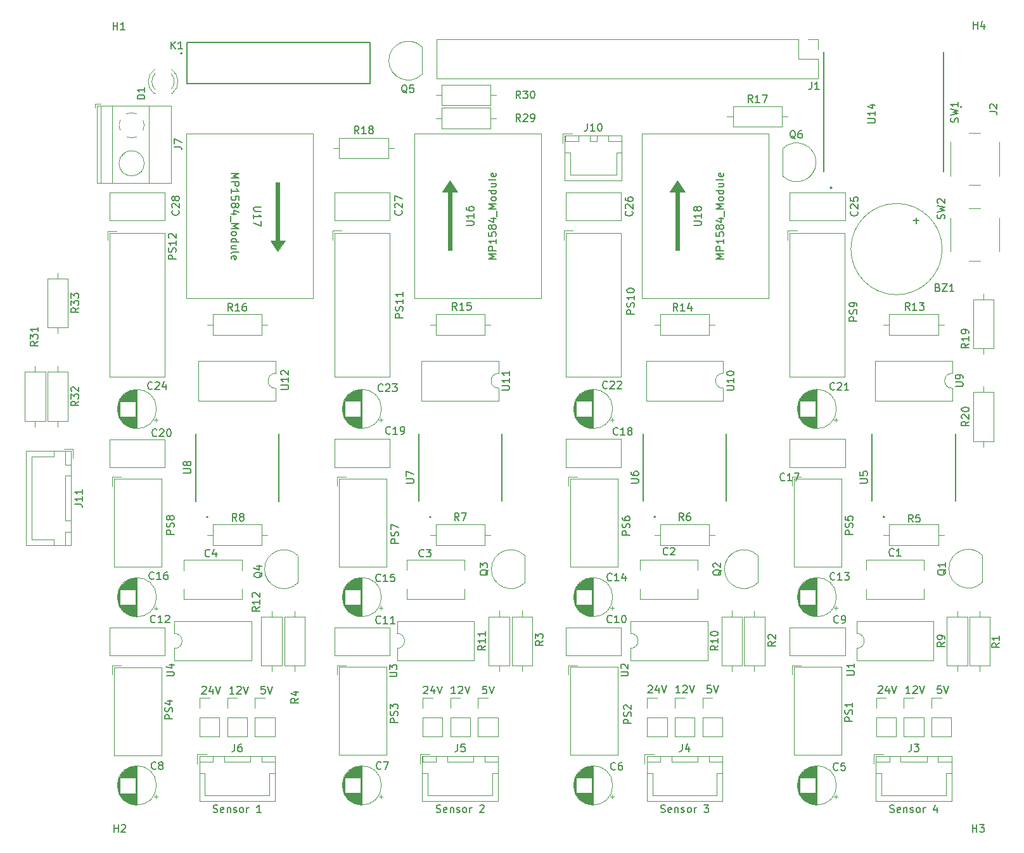
<source format=gbr>
%TF.GenerationSoftware,KiCad,Pcbnew,(6.0.5)*%
%TF.CreationDate,2022-07-22T00:14:58+07:00*%
%TF.ProjectId,MARUKO_Analog,4d415255-4b4f-45f4-916e-616c6f672e6b,rev?*%
%TF.SameCoordinates,Original*%
%TF.FileFunction,Legend,Top*%
%TF.FilePolarity,Positive*%
%FSLAX46Y46*%
G04 Gerber Fmt 4.6, Leading zero omitted, Abs format (unit mm)*
G04 Created by KiCad (PCBNEW (6.0.5)) date 2022-07-22 00:14:58*
%MOMM*%
%LPD*%
G01*
G04 APERTURE LIST*
%ADD10C,0.150000*%
%ADD11C,0.120000*%
%ADD12C,0.127000*%
%ADD13C,0.200000*%
G04 APERTURE END LIST*
D10*
%TO.C,U4*%
X77752380Y-123461904D02*
X78561904Y-123461904D01*
X78657142Y-123414285D01*
X78704761Y-123366666D01*
X78752380Y-123271428D01*
X78752380Y-123080952D01*
X78704761Y-122985714D01*
X78657142Y-122938095D01*
X78561904Y-122890476D01*
X77752380Y-122890476D01*
X78085714Y-121985714D02*
X78752380Y-121985714D01*
X77704761Y-122223809D02*
X78419047Y-122461904D01*
X78419047Y-121842857D01*
%TO.C,R19*%
X184952380Y-79042857D02*
X184476190Y-79376190D01*
X184952380Y-79614285D02*
X183952380Y-79614285D01*
X183952380Y-79233333D01*
X184000000Y-79138095D01*
X184047619Y-79090476D01*
X184142857Y-79042857D01*
X184285714Y-79042857D01*
X184380952Y-79090476D01*
X184428571Y-79138095D01*
X184476190Y-79233333D01*
X184476190Y-79614285D01*
X184952380Y-78090476D02*
X184952380Y-78661904D01*
X184952380Y-78376190D02*
X183952380Y-78376190D01*
X184095238Y-78471428D01*
X184190476Y-78566666D01*
X184238095Y-78661904D01*
X184952380Y-77614285D02*
X184952380Y-77423809D01*
X184904761Y-77328571D01*
X184857142Y-77280952D01*
X184714285Y-77185714D01*
X184523809Y-77138095D01*
X184142857Y-77138095D01*
X184047619Y-77185714D01*
X184000000Y-77233333D01*
X183952380Y-77328571D01*
X183952380Y-77519047D01*
X184000000Y-77614285D01*
X184047619Y-77661904D01*
X184142857Y-77709523D01*
X184380952Y-77709523D01*
X184476190Y-77661904D01*
X184523809Y-77614285D01*
X184571428Y-77519047D01*
X184571428Y-77328571D01*
X184523809Y-77233333D01*
X184476190Y-77185714D01*
X184380952Y-77138095D01*
%TO.C,C19*%
X107657142Y-91047326D02*
X107609523Y-91094945D01*
X107466666Y-91142564D01*
X107371428Y-91142564D01*
X107228571Y-91094945D01*
X107133333Y-90999707D01*
X107085714Y-90904469D01*
X107038095Y-90713993D01*
X107038095Y-90571136D01*
X107085714Y-90380660D01*
X107133333Y-90285422D01*
X107228571Y-90190184D01*
X107371428Y-90142564D01*
X107466666Y-90142564D01*
X107609523Y-90190184D01*
X107657142Y-90237803D01*
X108609523Y-91142564D02*
X108038095Y-91142564D01*
X108323809Y-91142564D02*
X108323809Y-90142564D01*
X108228571Y-90285422D01*
X108133333Y-90380660D01*
X108038095Y-90428279D01*
X109085714Y-91142564D02*
X109276190Y-91142564D01*
X109371428Y-91094945D01*
X109419047Y-91047326D01*
X109514285Y-90904469D01*
X109561904Y-90713993D01*
X109561904Y-90333041D01*
X109514285Y-90237803D01*
X109466666Y-90190184D01*
X109371428Y-90142564D01*
X109180952Y-90142564D01*
X109085714Y-90190184D01*
X109038095Y-90237803D01*
X108990476Y-90333041D01*
X108990476Y-90571136D01*
X109038095Y-90666374D01*
X109085714Y-90713993D01*
X109180952Y-90761612D01*
X109371428Y-90761612D01*
X109466666Y-90713993D01*
X109514285Y-90666374D01*
X109561904Y-90571136D01*
%TO.C,R15*%
X116557142Y-74542564D02*
X116223809Y-74066374D01*
X115985714Y-74542564D02*
X115985714Y-73542564D01*
X116366666Y-73542564D01*
X116461904Y-73590184D01*
X116509523Y-73637803D01*
X116557142Y-73733041D01*
X116557142Y-73875898D01*
X116509523Y-73971136D01*
X116461904Y-74018755D01*
X116366666Y-74066374D01*
X115985714Y-74066374D01*
X117509523Y-74542564D02*
X116938095Y-74542564D01*
X117223809Y-74542564D02*
X117223809Y-73542564D01*
X117128571Y-73685422D01*
X117033333Y-73780660D01*
X116938095Y-73828279D01*
X118414285Y-73542564D02*
X117938095Y-73542564D01*
X117890476Y-74018755D01*
X117938095Y-73971136D01*
X118033333Y-73923517D01*
X118271428Y-73923517D01*
X118366666Y-73971136D01*
X118414285Y-74018755D01*
X118461904Y-74113993D01*
X118461904Y-74352088D01*
X118414285Y-74447326D01*
X118366666Y-74494945D01*
X118271428Y-74542564D01*
X118033333Y-74542564D01*
X117938095Y-74494945D01*
X117890476Y-74447326D01*
%TO.C,R5*%
X177483333Y-102902380D02*
X177150000Y-102426190D01*
X176911904Y-102902380D02*
X176911904Y-101902380D01*
X177292857Y-101902380D01*
X177388095Y-101950000D01*
X177435714Y-101997619D01*
X177483333Y-102092857D01*
X177483333Y-102235714D01*
X177435714Y-102330952D01*
X177388095Y-102378571D01*
X177292857Y-102426190D01*
X176911904Y-102426190D01*
X178388095Y-101902380D02*
X177911904Y-101902380D01*
X177864285Y-102378571D01*
X177911904Y-102330952D01*
X178007142Y-102283333D01*
X178245238Y-102283333D01*
X178340476Y-102330952D01*
X178388095Y-102378571D01*
X178435714Y-102473809D01*
X178435714Y-102711904D01*
X178388095Y-102807142D01*
X178340476Y-102854761D01*
X178245238Y-102902380D01*
X178007142Y-102902380D01*
X177911904Y-102854761D01*
X177864285Y-102807142D01*
%TO.C,PS4*%
X78552380Y-129214285D02*
X77552380Y-129214285D01*
X77552380Y-128833333D01*
X77600000Y-128738095D01*
X77647619Y-128690476D01*
X77742857Y-128642857D01*
X77885714Y-128642857D01*
X77980952Y-128690476D01*
X78028571Y-128738095D01*
X78076190Y-128833333D01*
X78076190Y-129214285D01*
X78504761Y-128261904D02*
X78552380Y-128119047D01*
X78552380Y-127880952D01*
X78504761Y-127785714D01*
X78457142Y-127738095D01*
X78361904Y-127690476D01*
X78266666Y-127690476D01*
X78171428Y-127738095D01*
X78123809Y-127785714D01*
X78076190Y-127880952D01*
X78028571Y-128071428D01*
X77980952Y-128166666D01*
X77933333Y-128214285D01*
X77838095Y-128261904D01*
X77742857Y-128261904D01*
X77647619Y-128214285D01*
X77600000Y-128166666D01*
X77552380Y-128071428D01*
X77552380Y-127833333D01*
X77600000Y-127690476D01*
X77885714Y-126833333D02*
X78552380Y-126833333D01*
X77504761Y-127071428D02*
X78219047Y-127309523D01*
X78219047Y-126690476D01*
%TO.C,Q4*%
X90547619Y-109595238D02*
X90500000Y-109690476D01*
X90404761Y-109785714D01*
X90261904Y-109928571D01*
X90214285Y-110023809D01*
X90214285Y-110119047D01*
X90452380Y-110071428D02*
X90404761Y-110166666D01*
X90309523Y-110261904D01*
X90119047Y-110309523D01*
X89785714Y-110309523D01*
X89595238Y-110261904D01*
X89500000Y-110166666D01*
X89452380Y-110071428D01*
X89452380Y-109880952D01*
X89500000Y-109785714D01*
X89595238Y-109690476D01*
X89785714Y-109642857D01*
X90119047Y-109642857D01*
X90309523Y-109690476D01*
X90404761Y-109785714D01*
X90452380Y-109880952D01*
X90452380Y-110071428D01*
X89785714Y-108785714D02*
X90452380Y-108785714D01*
X89404761Y-109023809D02*
X90119047Y-109261904D01*
X90119047Y-108642857D01*
%TO.C,R3*%
X128052380Y-118766666D02*
X127576190Y-119100000D01*
X128052380Y-119338095D02*
X127052380Y-119338095D01*
X127052380Y-118957142D01*
X127100000Y-118861904D01*
X127147619Y-118814285D01*
X127242857Y-118766666D01*
X127385714Y-118766666D01*
X127480952Y-118814285D01*
X127528571Y-118861904D01*
X127576190Y-118957142D01*
X127576190Y-119338095D01*
X127052380Y-118433333D02*
X127052380Y-117814285D01*
X127433333Y-118147619D01*
X127433333Y-118004761D01*
X127480952Y-117909523D01*
X127528571Y-117861904D01*
X127623809Y-117814285D01*
X127861904Y-117814285D01*
X127957142Y-117861904D01*
X128004761Y-117909523D01*
X128052380Y-118004761D01*
X128052380Y-118290476D01*
X128004761Y-118385714D01*
X127957142Y-118433333D01*
%TO.C,J7*%
X78807380Y-52728333D02*
X79521666Y-52728333D01*
X79664523Y-52775952D01*
X79759761Y-52871190D01*
X79807380Y-53014047D01*
X79807380Y-53109285D01*
X78807380Y-52347380D02*
X78807380Y-51680714D01*
X79807380Y-52109285D01*
%TO.C,PS10*%
X140252380Y-75090476D02*
X139252380Y-75090476D01*
X139252380Y-74709523D01*
X139300000Y-74614285D01*
X139347619Y-74566666D01*
X139442857Y-74519047D01*
X139585714Y-74519047D01*
X139680952Y-74566666D01*
X139728571Y-74614285D01*
X139776190Y-74709523D01*
X139776190Y-75090476D01*
X140204761Y-74138095D02*
X140252380Y-73995238D01*
X140252380Y-73757142D01*
X140204761Y-73661904D01*
X140157142Y-73614285D01*
X140061904Y-73566666D01*
X139966666Y-73566666D01*
X139871428Y-73614285D01*
X139823809Y-73661904D01*
X139776190Y-73757142D01*
X139728571Y-73947619D01*
X139680952Y-74042857D01*
X139633333Y-74090476D01*
X139538095Y-74138095D01*
X139442857Y-74138095D01*
X139347619Y-74090476D01*
X139300000Y-74042857D01*
X139252380Y-73947619D01*
X139252380Y-73709523D01*
X139300000Y-73566666D01*
X140252380Y-72614285D02*
X140252380Y-73185714D01*
X140252380Y-72900000D02*
X139252380Y-72900000D01*
X139395238Y-72995238D01*
X139490476Y-73090476D01*
X139538095Y-73185714D01*
X139252380Y-71995238D02*
X139252380Y-71900000D01*
X139300000Y-71804761D01*
X139347619Y-71757142D01*
X139442857Y-71709523D01*
X139633333Y-71661904D01*
X139871428Y-71661904D01*
X140061904Y-71709523D01*
X140157142Y-71757142D01*
X140204761Y-71804761D01*
X140252380Y-71900000D01*
X140252380Y-71995238D01*
X140204761Y-72090476D01*
X140157142Y-72138095D01*
X140061904Y-72185714D01*
X139871428Y-72233333D01*
X139633333Y-72233333D01*
X139442857Y-72185714D01*
X139347619Y-72138095D01*
X139300000Y-72090476D01*
X139252380Y-71995238D01*
%TO.C,H4*%
X185538095Y-36952380D02*
X185538095Y-35952380D01*
X185538095Y-36428571D02*
X186109523Y-36428571D01*
X186109523Y-36952380D02*
X186109523Y-35952380D01*
X187014285Y-36285714D02*
X187014285Y-36952380D01*
X186776190Y-35904761D02*
X186538095Y-36619047D01*
X187157142Y-36619047D01*
%TO.C,C14*%
X137257142Y-110657142D02*
X137209523Y-110704761D01*
X137066666Y-110752380D01*
X136971428Y-110752380D01*
X136828571Y-110704761D01*
X136733333Y-110609523D01*
X136685714Y-110514285D01*
X136638095Y-110323809D01*
X136638095Y-110180952D01*
X136685714Y-109990476D01*
X136733333Y-109895238D01*
X136828571Y-109800000D01*
X136971428Y-109752380D01*
X137066666Y-109752380D01*
X137209523Y-109800000D01*
X137257142Y-109847619D01*
X138209523Y-110752380D02*
X137638095Y-110752380D01*
X137923809Y-110752380D02*
X137923809Y-109752380D01*
X137828571Y-109895238D01*
X137733333Y-109990476D01*
X137638095Y-110038095D01*
X139066666Y-110085714D02*
X139066666Y-110752380D01*
X138828571Y-109704761D02*
X138590476Y-110419047D01*
X139209523Y-110419047D01*
%TO.C,C21*%
X167007142Y-85157142D02*
X166959523Y-85204761D01*
X166816666Y-85252380D01*
X166721428Y-85252380D01*
X166578571Y-85204761D01*
X166483333Y-85109523D01*
X166435714Y-85014285D01*
X166388095Y-84823809D01*
X166388095Y-84680952D01*
X166435714Y-84490476D01*
X166483333Y-84395238D01*
X166578571Y-84300000D01*
X166721428Y-84252380D01*
X166816666Y-84252380D01*
X166959523Y-84300000D01*
X167007142Y-84347619D01*
X167388095Y-84347619D02*
X167435714Y-84300000D01*
X167530952Y-84252380D01*
X167769047Y-84252380D01*
X167864285Y-84300000D01*
X167911904Y-84347619D01*
X167959523Y-84442857D01*
X167959523Y-84538095D01*
X167911904Y-84680952D01*
X167340476Y-85252380D01*
X167959523Y-85252380D01*
X168911904Y-85252380D02*
X168340476Y-85252380D01*
X168626190Y-85252380D02*
X168626190Y-84252380D01*
X168530952Y-84395238D01*
X168435714Y-84490476D01*
X168340476Y-84538095D01*
%TO.C,JP6*%
X177130952Y-125802380D02*
X176559523Y-125802380D01*
X176845238Y-125802380D02*
X176845238Y-124802380D01*
X176750000Y-124945238D01*
X176654761Y-125040476D01*
X176559523Y-125088095D01*
X177511904Y-124897619D02*
X177559523Y-124850000D01*
X177654761Y-124802380D01*
X177892857Y-124802380D01*
X177988095Y-124850000D01*
X178035714Y-124897619D01*
X178083333Y-124992857D01*
X178083333Y-125088095D01*
X178035714Y-125230952D01*
X177464285Y-125802380D01*
X178083333Y-125802380D01*
X178369047Y-124802380D02*
X178702380Y-125802380D01*
X179035714Y-124802380D01*
%TO.C,R29*%
X125057142Y-49352380D02*
X124723809Y-48876190D01*
X124485714Y-49352380D02*
X124485714Y-48352380D01*
X124866666Y-48352380D01*
X124961904Y-48400000D01*
X125009523Y-48447619D01*
X125057142Y-48542857D01*
X125057142Y-48685714D01*
X125009523Y-48780952D01*
X124961904Y-48828571D01*
X124866666Y-48876190D01*
X124485714Y-48876190D01*
X125438095Y-48447619D02*
X125485714Y-48400000D01*
X125580952Y-48352380D01*
X125819047Y-48352380D01*
X125914285Y-48400000D01*
X125961904Y-48447619D01*
X126009523Y-48542857D01*
X126009523Y-48638095D01*
X125961904Y-48780952D01*
X125390476Y-49352380D01*
X126009523Y-49352380D01*
X126485714Y-49352380D02*
X126676190Y-49352380D01*
X126771428Y-49304761D01*
X126819047Y-49257142D01*
X126914285Y-49114285D01*
X126961904Y-48923809D01*
X126961904Y-48542857D01*
X126914285Y-48447619D01*
X126866666Y-48400000D01*
X126771428Y-48352380D01*
X126580952Y-48352380D01*
X126485714Y-48400000D01*
X126438095Y-48447619D01*
X126390476Y-48542857D01*
X126390476Y-48780952D01*
X126438095Y-48876190D01*
X126485714Y-48923809D01*
X126580952Y-48971428D01*
X126771428Y-48971428D01*
X126866666Y-48923809D01*
X126914285Y-48876190D01*
X126961904Y-48780952D01*
%TO.C,R18*%
X103457142Y-50982380D02*
X103123809Y-50506190D01*
X102885714Y-50982380D02*
X102885714Y-49982380D01*
X103266666Y-49982380D01*
X103361904Y-50030000D01*
X103409523Y-50077619D01*
X103457142Y-50172857D01*
X103457142Y-50315714D01*
X103409523Y-50410952D01*
X103361904Y-50458571D01*
X103266666Y-50506190D01*
X102885714Y-50506190D01*
X104409523Y-50982380D02*
X103838095Y-50982380D01*
X104123809Y-50982380D02*
X104123809Y-49982380D01*
X104028571Y-50125238D01*
X103933333Y-50220476D01*
X103838095Y-50268095D01*
X104980952Y-50410952D02*
X104885714Y-50363333D01*
X104838095Y-50315714D01*
X104790476Y-50220476D01*
X104790476Y-50172857D01*
X104838095Y-50077619D01*
X104885714Y-50030000D01*
X104980952Y-49982380D01*
X105171428Y-49982380D01*
X105266666Y-50030000D01*
X105314285Y-50077619D01*
X105361904Y-50172857D01*
X105361904Y-50220476D01*
X105314285Y-50315714D01*
X105266666Y-50363333D01*
X105171428Y-50410952D01*
X104980952Y-50410952D01*
X104885714Y-50458571D01*
X104838095Y-50506190D01*
X104790476Y-50601428D01*
X104790476Y-50791904D01*
X104838095Y-50887142D01*
X104885714Y-50934761D01*
X104980952Y-50982380D01*
X105171428Y-50982380D01*
X105266666Y-50934761D01*
X105314285Y-50887142D01*
X105361904Y-50791904D01*
X105361904Y-50601428D01*
X105314285Y-50506190D01*
X105266666Y-50458571D01*
X105171428Y-50410952D01*
%TO.C,JP9*%
X120509523Y-124842564D02*
X120033333Y-124842564D01*
X119985714Y-125318755D01*
X120033333Y-125271136D01*
X120128571Y-125223517D01*
X120366666Y-125223517D01*
X120461904Y-125271136D01*
X120509523Y-125318755D01*
X120557142Y-125413993D01*
X120557142Y-125652088D01*
X120509523Y-125747326D01*
X120461904Y-125794945D01*
X120366666Y-125842564D01*
X120128571Y-125842564D01*
X120033333Y-125794945D01*
X119985714Y-125747326D01*
X120842857Y-124842564D02*
X121176190Y-125842564D01*
X121509523Y-124842564D01*
%TO.C,C7*%
X106433333Y-135847326D02*
X106385714Y-135894945D01*
X106242857Y-135942564D01*
X106147619Y-135942564D01*
X106004761Y-135894945D01*
X105909523Y-135799707D01*
X105861904Y-135704469D01*
X105814285Y-135513993D01*
X105814285Y-135371136D01*
X105861904Y-135180660D01*
X105909523Y-135085422D01*
X106004761Y-134990184D01*
X106147619Y-134942564D01*
X106242857Y-134942564D01*
X106385714Y-134990184D01*
X106433333Y-135037803D01*
X106766666Y-134942564D02*
X107433333Y-134942564D01*
X107004761Y-135942564D01*
%TO.C,JP2*%
X142109523Y-124842619D02*
X142157142Y-124795000D01*
X142252380Y-124747380D01*
X142490476Y-124747380D01*
X142585714Y-124795000D01*
X142633333Y-124842619D01*
X142680952Y-124937857D01*
X142680952Y-125033095D01*
X142633333Y-125175952D01*
X142061904Y-125747380D01*
X142680952Y-125747380D01*
X143538095Y-125080714D02*
X143538095Y-125747380D01*
X143300000Y-124699761D02*
X143061904Y-125414047D01*
X143680952Y-125414047D01*
X143919047Y-124747380D02*
X144252380Y-125747380D01*
X144585714Y-124747380D01*
%TO.C,R11*%
X120352380Y-119433041D02*
X119876190Y-119766374D01*
X120352380Y-120004469D02*
X119352380Y-120004469D01*
X119352380Y-119623517D01*
X119400000Y-119528279D01*
X119447619Y-119480660D01*
X119542857Y-119433041D01*
X119685714Y-119433041D01*
X119780952Y-119480660D01*
X119828571Y-119528279D01*
X119876190Y-119623517D01*
X119876190Y-120004469D01*
X120352380Y-118480660D02*
X120352380Y-119052088D01*
X120352380Y-118766374D02*
X119352380Y-118766374D01*
X119495238Y-118861612D01*
X119590476Y-118956850D01*
X119638095Y-119052088D01*
X120352380Y-117528279D02*
X120352380Y-118099707D01*
X120352380Y-117813993D02*
X119352380Y-117813993D01*
X119495238Y-117909231D01*
X119590476Y-118004469D01*
X119638095Y-118099707D01*
%TO.C,U17*%
X90418869Y-60761904D02*
X89609345Y-60761904D01*
X89514107Y-60809523D01*
X89466488Y-60857142D01*
X89418869Y-60952380D01*
X89418869Y-61142857D01*
X89466488Y-61238095D01*
X89514107Y-61285714D01*
X89609345Y-61333333D01*
X90418869Y-61333333D01*
X89418869Y-62333333D02*
X89418869Y-61761904D01*
X89418869Y-62047619D02*
X90418869Y-62047619D01*
X90276011Y-61952380D01*
X90180773Y-61857142D01*
X90133154Y-61761904D01*
X90418869Y-62666666D02*
X90418869Y-63333333D01*
X89418869Y-62904761D01*
X86418869Y-56261904D02*
X87418869Y-56261904D01*
X86704583Y-56595238D01*
X87418869Y-56928571D01*
X86418869Y-56928571D01*
X86418869Y-57404761D02*
X87418869Y-57404761D01*
X87418869Y-57785714D01*
X87371250Y-57880952D01*
X87323630Y-57928571D01*
X87228392Y-57976190D01*
X87085535Y-57976190D01*
X86990297Y-57928571D01*
X86942678Y-57880952D01*
X86895059Y-57785714D01*
X86895059Y-57404761D01*
X86418869Y-58928571D02*
X86418869Y-58357142D01*
X86418869Y-58642857D02*
X87418869Y-58642857D01*
X87276011Y-58547619D01*
X87180773Y-58452380D01*
X87133154Y-58357142D01*
X87418869Y-59833333D02*
X87418869Y-59357142D01*
X86942678Y-59309523D01*
X86990297Y-59357142D01*
X87037916Y-59452380D01*
X87037916Y-59690476D01*
X86990297Y-59785714D01*
X86942678Y-59833333D01*
X86847440Y-59880952D01*
X86609345Y-59880952D01*
X86514107Y-59833333D01*
X86466488Y-59785714D01*
X86418869Y-59690476D01*
X86418869Y-59452380D01*
X86466488Y-59357142D01*
X86514107Y-59309523D01*
X86990297Y-60452380D02*
X87037916Y-60357142D01*
X87085535Y-60309523D01*
X87180773Y-60261904D01*
X87228392Y-60261904D01*
X87323630Y-60309523D01*
X87371250Y-60357142D01*
X87418869Y-60452380D01*
X87418869Y-60642857D01*
X87371250Y-60738095D01*
X87323630Y-60785714D01*
X87228392Y-60833333D01*
X87180773Y-60833333D01*
X87085535Y-60785714D01*
X87037916Y-60738095D01*
X86990297Y-60642857D01*
X86990297Y-60452380D01*
X86942678Y-60357142D01*
X86895059Y-60309523D01*
X86799821Y-60261904D01*
X86609345Y-60261904D01*
X86514107Y-60309523D01*
X86466488Y-60357142D01*
X86418869Y-60452380D01*
X86418869Y-60642857D01*
X86466488Y-60738095D01*
X86514107Y-60785714D01*
X86609345Y-60833333D01*
X86799821Y-60833333D01*
X86895059Y-60785714D01*
X86942678Y-60738095D01*
X86990297Y-60642857D01*
X87085535Y-61690476D02*
X86418869Y-61690476D01*
X87466488Y-61452380D02*
X86752202Y-61214285D01*
X86752202Y-61833333D01*
X86323630Y-61976190D02*
X86323630Y-62738095D01*
X86418869Y-62976190D02*
X87418869Y-62976190D01*
X86704583Y-63309523D01*
X87418869Y-63642857D01*
X86418869Y-63642857D01*
X86418869Y-64261904D02*
X86466488Y-64166666D01*
X86514107Y-64119047D01*
X86609345Y-64071428D01*
X86895059Y-64071428D01*
X86990297Y-64119047D01*
X87037916Y-64166666D01*
X87085535Y-64261904D01*
X87085535Y-64404761D01*
X87037916Y-64500000D01*
X86990297Y-64547619D01*
X86895059Y-64595238D01*
X86609345Y-64595238D01*
X86514107Y-64547619D01*
X86466488Y-64500000D01*
X86418869Y-64404761D01*
X86418869Y-64261904D01*
X86418869Y-65452380D02*
X87418869Y-65452380D01*
X86466488Y-65452380D02*
X86418869Y-65357142D01*
X86418869Y-65166666D01*
X86466488Y-65071428D01*
X86514107Y-65023809D01*
X86609345Y-64976190D01*
X86895059Y-64976190D01*
X86990297Y-65023809D01*
X87037916Y-65071428D01*
X87085535Y-65166666D01*
X87085535Y-65357142D01*
X87037916Y-65452380D01*
X87085535Y-66357142D02*
X86418869Y-66357142D01*
X87085535Y-65928571D02*
X86561726Y-65928571D01*
X86466488Y-65976190D01*
X86418869Y-66071428D01*
X86418869Y-66214285D01*
X86466488Y-66309523D01*
X86514107Y-66357142D01*
X86418869Y-66976190D02*
X86466488Y-66880952D01*
X86561726Y-66833333D01*
X87418869Y-66833333D01*
X86466488Y-67738095D02*
X86418869Y-67642857D01*
X86418869Y-67452380D01*
X86466488Y-67357142D01*
X86561726Y-67309523D01*
X86942678Y-67309523D01*
X87037916Y-67357142D01*
X87085535Y-67452380D01*
X87085535Y-67642857D01*
X87037916Y-67738095D01*
X86942678Y-67785714D01*
X86847440Y-67785714D01*
X86752202Y-67309523D01*
%TO.C,R16*%
X86557142Y-74652380D02*
X86223809Y-74176190D01*
X85985714Y-74652380D02*
X85985714Y-73652380D01*
X86366666Y-73652380D01*
X86461904Y-73700000D01*
X86509523Y-73747619D01*
X86557142Y-73842857D01*
X86557142Y-73985714D01*
X86509523Y-74080952D01*
X86461904Y-74128571D01*
X86366666Y-74176190D01*
X85985714Y-74176190D01*
X87509523Y-74652380D02*
X86938095Y-74652380D01*
X87223809Y-74652380D02*
X87223809Y-73652380D01*
X87128571Y-73795238D01*
X87033333Y-73890476D01*
X86938095Y-73938095D01*
X88366666Y-73652380D02*
X88176190Y-73652380D01*
X88080952Y-73700000D01*
X88033333Y-73747619D01*
X87938095Y-73890476D01*
X87890476Y-74080952D01*
X87890476Y-74461904D01*
X87938095Y-74557142D01*
X87985714Y-74604761D01*
X88080952Y-74652380D01*
X88271428Y-74652380D01*
X88366666Y-74604761D01*
X88414285Y-74557142D01*
X88461904Y-74461904D01*
X88461904Y-74223809D01*
X88414285Y-74128571D01*
X88366666Y-74080952D01*
X88271428Y-74033333D01*
X88080952Y-74033333D01*
X87985714Y-74080952D01*
X87938095Y-74128571D01*
X87890476Y-74223809D01*
%TO.C,R33*%
X66022380Y-74242857D02*
X65546190Y-74576190D01*
X66022380Y-74814285D02*
X65022380Y-74814285D01*
X65022380Y-74433333D01*
X65070000Y-74338095D01*
X65117619Y-74290476D01*
X65212857Y-74242857D01*
X65355714Y-74242857D01*
X65450952Y-74290476D01*
X65498571Y-74338095D01*
X65546190Y-74433333D01*
X65546190Y-74814285D01*
X65022380Y-73909523D02*
X65022380Y-73290476D01*
X65403333Y-73623809D01*
X65403333Y-73480952D01*
X65450952Y-73385714D01*
X65498571Y-73338095D01*
X65593809Y-73290476D01*
X65831904Y-73290476D01*
X65927142Y-73338095D01*
X65974761Y-73385714D01*
X66022380Y-73480952D01*
X66022380Y-73766666D01*
X65974761Y-73861904D01*
X65927142Y-73909523D01*
X65022380Y-72957142D02*
X65022380Y-72338095D01*
X65403333Y-72671428D01*
X65403333Y-72528571D01*
X65450952Y-72433333D01*
X65498571Y-72385714D01*
X65593809Y-72338095D01*
X65831904Y-72338095D01*
X65927142Y-72385714D01*
X65974761Y-72433333D01*
X66022380Y-72528571D01*
X66022380Y-72814285D01*
X65974761Y-72909523D01*
X65927142Y-72957142D01*
%TO.C,PS5*%
X169452380Y-104564285D02*
X168452380Y-104564285D01*
X168452380Y-104183333D01*
X168500000Y-104088095D01*
X168547619Y-104040476D01*
X168642857Y-103992857D01*
X168785714Y-103992857D01*
X168880952Y-104040476D01*
X168928571Y-104088095D01*
X168976190Y-104183333D01*
X168976190Y-104564285D01*
X169404761Y-103611904D02*
X169452380Y-103469047D01*
X169452380Y-103230952D01*
X169404761Y-103135714D01*
X169357142Y-103088095D01*
X169261904Y-103040476D01*
X169166666Y-103040476D01*
X169071428Y-103088095D01*
X169023809Y-103135714D01*
X168976190Y-103230952D01*
X168928571Y-103421428D01*
X168880952Y-103516666D01*
X168833333Y-103564285D01*
X168738095Y-103611904D01*
X168642857Y-103611904D01*
X168547619Y-103564285D01*
X168500000Y-103516666D01*
X168452380Y-103421428D01*
X168452380Y-103183333D01*
X168500000Y-103040476D01*
X168452380Y-102135714D02*
X168452380Y-102611904D01*
X168928571Y-102659523D01*
X168880952Y-102611904D01*
X168833333Y-102516666D01*
X168833333Y-102278571D01*
X168880952Y-102183333D01*
X168928571Y-102135714D01*
X169023809Y-102088095D01*
X169261904Y-102088095D01*
X169357142Y-102135714D01*
X169404761Y-102183333D01*
X169452380Y-102278571D01*
X169452380Y-102516666D01*
X169404761Y-102611904D01*
X169357142Y-102659523D01*
%TO.C,C24*%
X75857142Y-85057142D02*
X75809523Y-85104761D01*
X75666666Y-85152380D01*
X75571428Y-85152380D01*
X75428571Y-85104761D01*
X75333333Y-85009523D01*
X75285714Y-84914285D01*
X75238095Y-84723809D01*
X75238095Y-84580952D01*
X75285714Y-84390476D01*
X75333333Y-84295238D01*
X75428571Y-84200000D01*
X75571428Y-84152380D01*
X75666666Y-84152380D01*
X75809523Y-84200000D01*
X75857142Y-84247619D01*
X76238095Y-84247619D02*
X76285714Y-84200000D01*
X76380952Y-84152380D01*
X76619047Y-84152380D01*
X76714285Y-84200000D01*
X76761904Y-84247619D01*
X76809523Y-84342857D01*
X76809523Y-84438095D01*
X76761904Y-84580952D01*
X76190476Y-85152380D01*
X76809523Y-85152380D01*
X77666666Y-84485714D02*
X77666666Y-85152380D01*
X77428571Y-84104761D02*
X77190476Y-84819047D01*
X77809523Y-84819047D01*
%TO.C,JP8*%
X146380952Y-125747380D02*
X145809523Y-125747380D01*
X146095238Y-125747380D02*
X146095238Y-124747380D01*
X146000000Y-124890238D01*
X145904761Y-124985476D01*
X145809523Y-125033095D01*
X146761904Y-124842619D02*
X146809523Y-124795000D01*
X146904761Y-124747380D01*
X147142857Y-124747380D01*
X147238095Y-124795000D01*
X147285714Y-124842619D01*
X147333333Y-124937857D01*
X147333333Y-125033095D01*
X147285714Y-125175952D01*
X146714285Y-125747380D01*
X147333333Y-125747380D01*
X147619047Y-124747380D02*
X147952380Y-125747380D01*
X148285714Y-124747380D01*
%TO.C,Q5*%
X109904761Y-45547619D02*
X109809523Y-45500000D01*
X109714285Y-45404761D01*
X109571428Y-45261904D01*
X109476190Y-45214285D01*
X109380952Y-45214285D01*
X109428571Y-45452380D02*
X109333333Y-45404761D01*
X109238095Y-45309523D01*
X109190476Y-45119047D01*
X109190476Y-44785714D01*
X109238095Y-44595238D01*
X109333333Y-44500000D01*
X109428571Y-44452380D01*
X109619047Y-44452380D01*
X109714285Y-44500000D01*
X109809523Y-44595238D01*
X109857142Y-44785714D01*
X109857142Y-45119047D01*
X109809523Y-45309523D01*
X109714285Y-45404761D01*
X109619047Y-45452380D01*
X109428571Y-45452380D01*
X110761904Y-44452380D02*
X110285714Y-44452380D01*
X110238095Y-44928571D01*
X110285714Y-44880952D01*
X110380952Y-44833333D01*
X110619047Y-44833333D01*
X110714285Y-44880952D01*
X110761904Y-44928571D01*
X110809523Y-45023809D01*
X110809523Y-45261904D01*
X110761904Y-45357142D01*
X110714285Y-45404761D01*
X110619047Y-45452380D01*
X110380952Y-45452380D01*
X110285714Y-45404761D01*
X110238095Y-45357142D01*
%TO.C,C4*%
X83533333Y-107457142D02*
X83485714Y-107504761D01*
X83342857Y-107552380D01*
X83247619Y-107552380D01*
X83104761Y-107504761D01*
X83009523Y-107409523D01*
X82961904Y-107314285D01*
X82914285Y-107123809D01*
X82914285Y-106980952D01*
X82961904Y-106790476D01*
X83009523Y-106695238D01*
X83104761Y-106600000D01*
X83247619Y-106552380D01*
X83342857Y-106552380D01*
X83485714Y-106600000D01*
X83533333Y-106647619D01*
X84390476Y-106885714D02*
X84390476Y-107552380D01*
X84152380Y-106504761D02*
X83914285Y-107219047D01*
X84533333Y-107219047D01*
%TO.C,C25*%
X170057142Y-61354173D02*
X170104761Y-61401792D01*
X170152380Y-61544649D01*
X170152380Y-61639887D01*
X170104761Y-61782744D01*
X170009523Y-61877982D01*
X169914285Y-61925601D01*
X169723809Y-61973220D01*
X169580952Y-61973220D01*
X169390476Y-61925601D01*
X169295238Y-61877982D01*
X169200000Y-61782744D01*
X169152380Y-61639887D01*
X169152380Y-61544649D01*
X169200000Y-61401792D01*
X169247619Y-61354173D01*
X169247619Y-60973220D02*
X169200000Y-60925601D01*
X169152380Y-60830363D01*
X169152380Y-60592268D01*
X169200000Y-60497030D01*
X169247619Y-60449411D01*
X169342857Y-60401792D01*
X169438095Y-60401792D01*
X169580952Y-60449411D01*
X170152380Y-61020839D01*
X170152380Y-60401792D01*
X169152380Y-59497030D02*
X169152380Y-59973220D01*
X169628571Y-60020839D01*
X169580952Y-59973220D01*
X169533333Y-59877982D01*
X169533333Y-59639887D01*
X169580952Y-59544649D01*
X169628571Y-59497030D01*
X169723809Y-59449411D01*
X169961904Y-59449411D01*
X170057142Y-59497030D01*
X170104761Y-59544649D01*
X170152380Y-59639887D01*
X170152380Y-59877982D01*
X170104761Y-59973220D01*
X170057142Y-60020839D01*
%TO.C,C2*%
X144733333Y-107197326D02*
X144685714Y-107244945D01*
X144542857Y-107292564D01*
X144447619Y-107292564D01*
X144304761Y-107244945D01*
X144209523Y-107149707D01*
X144161904Y-107054469D01*
X144114285Y-106863993D01*
X144114285Y-106721136D01*
X144161904Y-106530660D01*
X144209523Y-106435422D01*
X144304761Y-106340184D01*
X144447619Y-106292564D01*
X144542857Y-106292564D01*
X144685714Y-106340184D01*
X144733333Y-106387803D01*
X145114285Y-106387803D02*
X145161904Y-106340184D01*
X145257142Y-106292564D01*
X145495238Y-106292564D01*
X145590476Y-106340184D01*
X145638095Y-106387803D01*
X145685714Y-106483041D01*
X145685714Y-106578279D01*
X145638095Y-106721136D01*
X145066666Y-107292564D01*
X145685714Y-107292564D01*
%TO.C,C18*%
X138057142Y-91157142D02*
X138009523Y-91204761D01*
X137866666Y-91252380D01*
X137771428Y-91252380D01*
X137628571Y-91204761D01*
X137533333Y-91109523D01*
X137485714Y-91014285D01*
X137438095Y-90823809D01*
X137438095Y-90680952D01*
X137485714Y-90490476D01*
X137533333Y-90395238D01*
X137628571Y-90300000D01*
X137771428Y-90252380D01*
X137866666Y-90252380D01*
X138009523Y-90300000D01*
X138057142Y-90347619D01*
X139009523Y-91252380D02*
X138438095Y-91252380D01*
X138723809Y-91252380D02*
X138723809Y-90252380D01*
X138628571Y-90395238D01*
X138533333Y-90490476D01*
X138438095Y-90538095D01*
X139580952Y-90680952D02*
X139485714Y-90633333D01*
X139438095Y-90585714D01*
X139390476Y-90490476D01*
X139390476Y-90442857D01*
X139438095Y-90347619D01*
X139485714Y-90300000D01*
X139580952Y-90252380D01*
X139771428Y-90252380D01*
X139866666Y-90300000D01*
X139914285Y-90347619D01*
X139961904Y-90442857D01*
X139961904Y-90490476D01*
X139914285Y-90585714D01*
X139866666Y-90633333D01*
X139771428Y-90680952D01*
X139580952Y-90680952D01*
X139485714Y-90728571D01*
X139438095Y-90776190D01*
X139390476Y-90871428D01*
X139390476Y-91061904D01*
X139438095Y-91157142D01*
X139485714Y-91204761D01*
X139580952Y-91252380D01*
X139771428Y-91252380D01*
X139866666Y-91204761D01*
X139914285Y-91157142D01*
X139961904Y-91061904D01*
X139961904Y-90871428D01*
X139914285Y-90776190D01*
X139866666Y-90728571D01*
X139771428Y-90680952D01*
%TO.C,C15*%
X106357142Y-110757142D02*
X106309523Y-110804761D01*
X106166666Y-110852380D01*
X106071428Y-110852380D01*
X105928571Y-110804761D01*
X105833333Y-110709523D01*
X105785714Y-110614285D01*
X105738095Y-110423809D01*
X105738095Y-110280952D01*
X105785714Y-110090476D01*
X105833333Y-109995238D01*
X105928571Y-109900000D01*
X106071428Y-109852380D01*
X106166666Y-109852380D01*
X106309523Y-109900000D01*
X106357142Y-109947619D01*
X107309523Y-110852380D02*
X106738095Y-110852380D01*
X107023809Y-110852380D02*
X107023809Y-109852380D01*
X106928571Y-109995238D01*
X106833333Y-110090476D01*
X106738095Y-110138095D01*
X108214285Y-109852380D02*
X107738095Y-109852380D01*
X107690476Y-110328571D01*
X107738095Y-110280952D01*
X107833333Y-110233333D01*
X108071428Y-110233333D01*
X108166666Y-110280952D01*
X108214285Y-110328571D01*
X108261904Y-110423809D01*
X108261904Y-110661904D01*
X108214285Y-110757142D01*
X108166666Y-110804761D01*
X108071428Y-110852380D01*
X107833333Y-110852380D01*
X107738095Y-110804761D01*
X107690476Y-110757142D01*
%TO.C,R10*%
X151452380Y-119433041D02*
X150976190Y-119766374D01*
X151452380Y-120004469D02*
X150452380Y-120004469D01*
X150452380Y-119623517D01*
X150500000Y-119528279D01*
X150547619Y-119480660D01*
X150642857Y-119433041D01*
X150785714Y-119433041D01*
X150880952Y-119480660D01*
X150928571Y-119528279D01*
X150976190Y-119623517D01*
X150976190Y-120004469D01*
X151452380Y-118480660D02*
X151452380Y-119052088D01*
X151452380Y-118766374D02*
X150452380Y-118766374D01*
X150595238Y-118861612D01*
X150690476Y-118956850D01*
X150738095Y-119052088D01*
X150452380Y-117861612D02*
X150452380Y-117766374D01*
X150500000Y-117671136D01*
X150547619Y-117623517D01*
X150642857Y-117575898D01*
X150833333Y-117528279D01*
X151071428Y-117528279D01*
X151261904Y-117575898D01*
X151357142Y-117623517D01*
X151404761Y-117671136D01*
X151452380Y-117766374D01*
X151452380Y-117861612D01*
X151404761Y-117956850D01*
X151357142Y-118004469D01*
X151261904Y-118052088D01*
X151071428Y-118099707D01*
X150833333Y-118099707D01*
X150642857Y-118052088D01*
X150547619Y-118004469D01*
X150500000Y-117956850D01*
X150452380Y-117861612D01*
%TO.C,PS1*%
X169402380Y-129514285D02*
X168402380Y-129514285D01*
X168402380Y-129133333D01*
X168450000Y-129038095D01*
X168497619Y-128990476D01*
X168592857Y-128942857D01*
X168735714Y-128942857D01*
X168830952Y-128990476D01*
X168878571Y-129038095D01*
X168926190Y-129133333D01*
X168926190Y-129514285D01*
X169354761Y-128561904D02*
X169402380Y-128419047D01*
X169402380Y-128180952D01*
X169354761Y-128085714D01*
X169307142Y-128038095D01*
X169211904Y-127990476D01*
X169116666Y-127990476D01*
X169021428Y-128038095D01*
X168973809Y-128085714D01*
X168926190Y-128180952D01*
X168878571Y-128371428D01*
X168830952Y-128466666D01*
X168783333Y-128514285D01*
X168688095Y-128561904D01*
X168592857Y-128561904D01*
X168497619Y-128514285D01*
X168450000Y-128466666D01*
X168402380Y-128371428D01*
X168402380Y-128133333D01*
X168450000Y-127990476D01*
X169402380Y-127038095D02*
X169402380Y-127609523D01*
X169402380Y-127323809D02*
X168402380Y-127323809D01*
X168545238Y-127419047D01*
X168640476Y-127514285D01*
X168688095Y-127609523D01*
%TO.C,R9*%
X181752380Y-118966666D02*
X181276190Y-119300000D01*
X181752380Y-119538095D02*
X180752380Y-119538095D01*
X180752380Y-119157142D01*
X180800000Y-119061904D01*
X180847619Y-119014285D01*
X180942857Y-118966666D01*
X181085714Y-118966666D01*
X181180952Y-119014285D01*
X181228571Y-119061904D01*
X181276190Y-119157142D01*
X181276190Y-119538095D01*
X181752380Y-118490476D02*
X181752380Y-118300000D01*
X181704761Y-118204761D01*
X181657142Y-118157142D01*
X181514285Y-118061904D01*
X181323809Y-118014285D01*
X180942857Y-118014285D01*
X180847619Y-118061904D01*
X180800000Y-118109523D01*
X180752380Y-118204761D01*
X180752380Y-118395238D01*
X180800000Y-118490476D01*
X180847619Y-118538095D01*
X180942857Y-118585714D01*
X181180952Y-118585714D01*
X181276190Y-118538095D01*
X181323809Y-118490476D01*
X181371428Y-118395238D01*
X181371428Y-118204761D01*
X181323809Y-118109523D01*
X181276190Y-118061904D01*
X181180952Y-118014285D01*
%TO.C,C13*%
X167057142Y-110557142D02*
X167009523Y-110604761D01*
X166866666Y-110652380D01*
X166771428Y-110652380D01*
X166628571Y-110604761D01*
X166533333Y-110509523D01*
X166485714Y-110414285D01*
X166438095Y-110223809D01*
X166438095Y-110080952D01*
X166485714Y-109890476D01*
X166533333Y-109795238D01*
X166628571Y-109700000D01*
X166771428Y-109652380D01*
X166866666Y-109652380D01*
X167009523Y-109700000D01*
X167057142Y-109747619D01*
X168009523Y-110652380D02*
X167438095Y-110652380D01*
X167723809Y-110652380D02*
X167723809Y-109652380D01*
X167628571Y-109795238D01*
X167533333Y-109890476D01*
X167438095Y-109938095D01*
X168342857Y-109652380D02*
X168961904Y-109652380D01*
X168628571Y-110033333D01*
X168771428Y-110033333D01*
X168866666Y-110080952D01*
X168914285Y-110128571D01*
X168961904Y-110223809D01*
X168961904Y-110461904D01*
X168914285Y-110557142D01*
X168866666Y-110604761D01*
X168771428Y-110652380D01*
X168485714Y-110652380D01*
X168390476Y-110604761D01*
X168342857Y-110557142D01*
%TO.C,U5*%
X170417380Y-97689588D02*
X171226904Y-97689588D01*
X171322142Y-97641969D01*
X171369761Y-97594350D01*
X171417380Y-97499112D01*
X171417380Y-97308636D01*
X171369761Y-97213398D01*
X171322142Y-97165779D01*
X171226904Y-97118160D01*
X170417380Y-97118160D01*
X170417380Y-96165779D02*
X170417380Y-96641969D01*
X170893571Y-96689588D01*
X170845952Y-96641969D01*
X170798333Y-96546731D01*
X170798333Y-96308636D01*
X170845952Y-96213398D01*
X170893571Y-96165779D01*
X170988809Y-96118160D01*
X171226904Y-96118160D01*
X171322142Y-96165779D01*
X171369761Y-96213398D01*
X171417380Y-96308636D01*
X171417380Y-96546731D01*
X171369761Y-96641969D01*
X171322142Y-96689588D01*
%TO.C,PS11*%
X109352380Y-75590476D02*
X108352380Y-75590476D01*
X108352380Y-75209523D01*
X108400000Y-75114285D01*
X108447619Y-75066666D01*
X108542857Y-75019047D01*
X108685714Y-75019047D01*
X108780952Y-75066666D01*
X108828571Y-75114285D01*
X108876190Y-75209523D01*
X108876190Y-75590476D01*
X109304761Y-74638095D02*
X109352380Y-74495238D01*
X109352380Y-74257142D01*
X109304761Y-74161904D01*
X109257142Y-74114285D01*
X109161904Y-74066666D01*
X109066666Y-74066666D01*
X108971428Y-74114285D01*
X108923809Y-74161904D01*
X108876190Y-74257142D01*
X108828571Y-74447619D01*
X108780952Y-74542857D01*
X108733333Y-74590476D01*
X108638095Y-74638095D01*
X108542857Y-74638095D01*
X108447619Y-74590476D01*
X108400000Y-74542857D01*
X108352380Y-74447619D01*
X108352380Y-74209523D01*
X108400000Y-74066666D01*
X109352380Y-73114285D02*
X109352380Y-73685714D01*
X109352380Y-73400000D02*
X108352380Y-73400000D01*
X108495238Y-73495238D01*
X108590476Y-73590476D01*
X108638095Y-73685714D01*
X109352380Y-72161904D02*
X109352380Y-72733333D01*
X109352380Y-72447619D02*
X108352380Y-72447619D01*
X108495238Y-72542857D01*
X108590476Y-72638095D01*
X108638095Y-72733333D01*
%TO.C,R30*%
X125057142Y-46252380D02*
X124723809Y-45776190D01*
X124485714Y-46252380D02*
X124485714Y-45252380D01*
X124866666Y-45252380D01*
X124961904Y-45300000D01*
X125009523Y-45347619D01*
X125057142Y-45442857D01*
X125057142Y-45585714D01*
X125009523Y-45680952D01*
X124961904Y-45728571D01*
X124866666Y-45776190D01*
X124485714Y-45776190D01*
X125390476Y-45252380D02*
X126009523Y-45252380D01*
X125676190Y-45633333D01*
X125819047Y-45633333D01*
X125914285Y-45680952D01*
X125961904Y-45728571D01*
X126009523Y-45823809D01*
X126009523Y-46061904D01*
X125961904Y-46157142D01*
X125914285Y-46204761D01*
X125819047Y-46252380D01*
X125533333Y-46252380D01*
X125438095Y-46204761D01*
X125390476Y-46157142D01*
X126628571Y-45252380D02*
X126723809Y-45252380D01*
X126819047Y-45300000D01*
X126866666Y-45347619D01*
X126914285Y-45442857D01*
X126961904Y-45633333D01*
X126961904Y-45871428D01*
X126914285Y-46061904D01*
X126866666Y-46157142D01*
X126819047Y-46204761D01*
X126723809Y-46252380D01*
X126628571Y-46252380D01*
X126533333Y-46204761D01*
X126485714Y-46157142D01*
X126438095Y-46061904D01*
X126390476Y-45871428D01*
X126390476Y-45633333D01*
X126438095Y-45442857D01*
X126485714Y-45347619D01*
X126533333Y-45300000D01*
X126628571Y-45252380D01*
%TO.C,U18*%
X148202380Y-63238095D02*
X149011904Y-63238095D01*
X149107142Y-63190476D01*
X149154761Y-63142857D01*
X149202380Y-63047619D01*
X149202380Y-62857142D01*
X149154761Y-62761904D01*
X149107142Y-62714285D01*
X149011904Y-62666666D01*
X148202380Y-62666666D01*
X149202380Y-61666666D02*
X149202380Y-62238095D01*
X149202380Y-61952380D02*
X148202380Y-61952380D01*
X148345238Y-62047619D01*
X148440476Y-62142857D01*
X148488095Y-62238095D01*
X148630952Y-61095238D02*
X148583333Y-61190476D01*
X148535714Y-61238095D01*
X148440476Y-61285714D01*
X148392857Y-61285714D01*
X148297619Y-61238095D01*
X148250000Y-61190476D01*
X148202380Y-61095238D01*
X148202380Y-60904761D01*
X148250000Y-60809523D01*
X148297619Y-60761904D01*
X148392857Y-60714285D01*
X148440476Y-60714285D01*
X148535714Y-60761904D01*
X148583333Y-60809523D01*
X148630952Y-60904761D01*
X148630952Y-61095238D01*
X148678571Y-61190476D01*
X148726190Y-61238095D01*
X148821428Y-61285714D01*
X149011904Y-61285714D01*
X149107142Y-61238095D01*
X149154761Y-61190476D01*
X149202380Y-61095238D01*
X149202380Y-60904761D01*
X149154761Y-60809523D01*
X149107142Y-60761904D01*
X149011904Y-60714285D01*
X148821428Y-60714285D01*
X148726190Y-60761904D01*
X148678571Y-60809523D01*
X148630952Y-60904761D01*
X152202380Y-67738095D02*
X151202380Y-67738095D01*
X151916666Y-67404761D01*
X151202380Y-67071428D01*
X152202380Y-67071428D01*
X152202380Y-66595238D02*
X151202380Y-66595238D01*
X151202380Y-66214285D01*
X151250000Y-66119047D01*
X151297619Y-66071428D01*
X151392857Y-66023809D01*
X151535714Y-66023809D01*
X151630952Y-66071428D01*
X151678571Y-66119047D01*
X151726190Y-66214285D01*
X151726190Y-66595238D01*
X152202380Y-65071428D02*
X152202380Y-65642857D01*
X152202380Y-65357142D02*
X151202380Y-65357142D01*
X151345238Y-65452380D01*
X151440476Y-65547619D01*
X151488095Y-65642857D01*
X151202380Y-64166666D02*
X151202380Y-64642857D01*
X151678571Y-64690476D01*
X151630952Y-64642857D01*
X151583333Y-64547619D01*
X151583333Y-64309523D01*
X151630952Y-64214285D01*
X151678571Y-64166666D01*
X151773809Y-64119047D01*
X152011904Y-64119047D01*
X152107142Y-64166666D01*
X152154761Y-64214285D01*
X152202380Y-64309523D01*
X152202380Y-64547619D01*
X152154761Y-64642857D01*
X152107142Y-64690476D01*
X151630952Y-63547619D02*
X151583333Y-63642857D01*
X151535714Y-63690476D01*
X151440476Y-63738095D01*
X151392857Y-63738095D01*
X151297619Y-63690476D01*
X151250000Y-63642857D01*
X151202380Y-63547619D01*
X151202380Y-63357142D01*
X151250000Y-63261904D01*
X151297619Y-63214285D01*
X151392857Y-63166666D01*
X151440476Y-63166666D01*
X151535714Y-63214285D01*
X151583333Y-63261904D01*
X151630952Y-63357142D01*
X151630952Y-63547619D01*
X151678571Y-63642857D01*
X151726190Y-63690476D01*
X151821428Y-63738095D01*
X152011904Y-63738095D01*
X152107142Y-63690476D01*
X152154761Y-63642857D01*
X152202380Y-63547619D01*
X152202380Y-63357142D01*
X152154761Y-63261904D01*
X152107142Y-63214285D01*
X152011904Y-63166666D01*
X151821428Y-63166666D01*
X151726190Y-63214285D01*
X151678571Y-63261904D01*
X151630952Y-63357142D01*
X151535714Y-62309523D02*
X152202380Y-62309523D01*
X151154761Y-62547619D02*
X151869047Y-62785714D01*
X151869047Y-62166666D01*
X152297619Y-62023809D02*
X152297619Y-61261904D01*
X152202380Y-61023809D02*
X151202380Y-61023809D01*
X151916666Y-60690476D01*
X151202380Y-60357142D01*
X152202380Y-60357142D01*
X152202380Y-59738095D02*
X152154761Y-59833333D01*
X152107142Y-59880952D01*
X152011904Y-59928571D01*
X151726190Y-59928571D01*
X151630952Y-59880952D01*
X151583333Y-59833333D01*
X151535714Y-59738095D01*
X151535714Y-59595238D01*
X151583333Y-59500000D01*
X151630952Y-59452380D01*
X151726190Y-59404761D01*
X152011904Y-59404761D01*
X152107142Y-59452380D01*
X152154761Y-59500000D01*
X152202380Y-59595238D01*
X152202380Y-59738095D01*
X152202380Y-58547619D02*
X151202380Y-58547619D01*
X152154761Y-58547619D02*
X152202380Y-58642857D01*
X152202380Y-58833333D01*
X152154761Y-58928571D01*
X152107142Y-58976190D01*
X152011904Y-59023809D01*
X151726190Y-59023809D01*
X151630952Y-58976190D01*
X151583333Y-58928571D01*
X151535714Y-58833333D01*
X151535714Y-58642857D01*
X151583333Y-58547619D01*
X151535714Y-57642857D02*
X152202380Y-57642857D01*
X151535714Y-58071428D02*
X152059523Y-58071428D01*
X152154761Y-58023809D01*
X152202380Y-57928571D01*
X152202380Y-57785714D01*
X152154761Y-57690476D01*
X152107142Y-57642857D01*
X152202380Y-57023809D02*
X152154761Y-57119047D01*
X152059523Y-57166666D01*
X151202380Y-57166666D01*
X152154761Y-56261904D02*
X152202380Y-56357142D01*
X152202380Y-56547619D01*
X152154761Y-56642857D01*
X152059523Y-56690476D01*
X151678571Y-56690476D01*
X151583333Y-56642857D01*
X151535714Y-56547619D01*
X151535714Y-56357142D01*
X151583333Y-56261904D01*
X151678571Y-56214285D01*
X151773809Y-56214285D01*
X151869047Y-56690476D01*
%TO.C,C11*%
X106357142Y-116357142D02*
X106309523Y-116404761D01*
X106166666Y-116452380D01*
X106071428Y-116452380D01*
X105928571Y-116404761D01*
X105833333Y-116309523D01*
X105785714Y-116214285D01*
X105738095Y-116023809D01*
X105738095Y-115880952D01*
X105785714Y-115690476D01*
X105833333Y-115595238D01*
X105928571Y-115500000D01*
X106071428Y-115452380D01*
X106166666Y-115452380D01*
X106309523Y-115500000D01*
X106357142Y-115547619D01*
X107309523Y-116452380D02*
X106738095Y-116452380D01*
X107023809Y-116452380D02*
X107023809Y-115452380D01*
X106928571Y-115595238D01*
X106833333Y-115690476D01*
X106738095Y-115738095D01*
X108261904Y-116452380D02*
X107690476Y-116452380D01*
X107976190Y-116452380D02*
X107976190Y-115452380D01*
X107880952Y-115595238D01*
X107785714Y-115690476D01*
X107690476Y-115738095D01*
%TO.C,C12*%
X76257142Y-116257142D02*
X76209523Y-116304761D01*
X76066666Y-116352380D01*
X75971428Y-116352380D01*
X75828571Y-116304761D01*
X75733333Y-116209523D01*
X75685714Y-116114285D01*
X75638095Y-115923809D01*
X75638095Y-115780952D01*
X75685714Y-115590476D01*
X75733333Y-115495238D01*
X75828571Y-115400000D01*
X75971428Y-115352380D01*
X76066666Y-115352380D01*
X76209523Y-115400000D01*
X76257142Y-115447619D01*
X77209523Y-116352380D02*
X76638095Y-116352380D01*
X76923809Y-116352380D02*
X76923809Y-115352380D01*
X76828571Y-115495238D01*
X76733333Y-115590476D01*
X76638095Y-115638095D01*
X77590476Y-115447619D02*
X77638095Y-115400000D01*
X77733333Y-115352380D01*
X77971428Y-115352380D01*
X78066666Y-115400000D01*
X78114285Y-115447619D01*
X78161904Y-115542857D01*
X78161904Y-115638095D01*
X78114285Y-115780952D01*
X77542857Y-116352380D01*
X78161904Y-116352380D01*
%TO.C,H3*%
X185438095Y-144352380D02*
X185438095Y-143352380D01*
X185438095Y-143828571D02*
X186009523Y-143828571D01*
X186009523Y-144352380D02*
X186009523Y-143352380D01*
X186390476Y-143352380D02*
X187009523Y-143352380D01*
X186676190Y-143733333D01*
X186819047Y-143733333D01*
X186914285Y-143780952D01*
X186961904Y-143828571D01*
X187009523Y-143923809D01*
X187009523Y-144161904D01*
X186961904Y-144257142D01*
X186914285Y-144304761D01*
X186819047Y-144352380D01*
X186533333Y-144352380D01*
X186438095Y-144304761D01*
X186390476Y-144257142D01*
%TO.C,Q6*%
X161804761Y-51647619D02*
X161709523Y-51600000D01*
X161614285Y-51504761D01*
X161471428Y-51361904D01*
X161376190Y-51314285D01*
X161280952Y-51314285D01*
X161328571Y-51552380D02*
X161233333Y-51504761D01*
X161138095Y-51409523D01*
X161090476Y-51219047D01*
X161090476Y-50885714D01*
X161138095Y-50695238D01*
X161233333Y-50600000D01*
X161328571Y-50552380D01*
X161519047Y-50552380D01*
X161614285Y-50600000D01*
X161709523Y-50695238D01*
X161757142Y-50885714D01*
X161757142Y-51219047D01*
X161709523Y-51409523D01*
X161614285Y-51504761D01*
X161519047Y-51552380D01*
X161328571Y-51552380D01*
X162614285Y-50552380D02*
X162423809Y-50552380D01*
X162328571Y-50600000D01*
X162280952Y-50647619D01*
X162185714Y-50790476D01*
X162138095Y-50980952D01*
X162138095Y-51361904D01*
X162185714Y-51457142D01*
X162233333Y-51504761D01*
X162328571Y-51552380D01*
X162519047Y-51552380D01*
X162614285Y-51504761D01*
X162661904Y-51457142D01*
X162709523Y-51361904D01*
X162709523Y-51123809D01*
X162661904Y-51028571D01*
X162614285Y-50980952D01*
X162519047Y-50933333D01*
X162328571Y-50933333D01*
X162233333Y-50980952D01*
X162185714Y-51028571D01*
X162138095Y-51123809D01*
%TO.C,C6*%
X137733333Y-135957142D02*
X137685714Y-136004761D01*
X137542857Y-136052380D01*
X137447619Y-136052380D01*
X137304761Y-136004761D01*
X137209523Y-135909523D01*
X137161904Y-135814285D01*
X137114285Y-135623809D01*
X137114285Y-135480952D01*
X137161904Y-135290476D01*
X137209523Y-135195238D01*
X137304761Y-135100000D01*
X137447619Y-135052380D01*
X137542857Y-135052380D01*
X137685714Y-135100000D01*
X137733333Y-135147619D01*
X138590476Y-135052380D02*
X138400000Y-135052380D01*
X138304761Y-135100000D01*
X138257142Y-135147619D01*
X138161904Y-135290476D01*
X138114285Y-135480952D01*
X138114285Y-135861904D01*
X138161904Y-135957142D01*
X138209523Y-136004761D01*
X138304761Y-136052380D01*
X138495238Y-136052380D01*
X138590476Y-136004761D01*
X138638095Y-135957142D01*
X138685714Y-135861904D01*
X138685714Y-135623809D01*
X138638095Y-135528571D01*
X138590476Y-135480952D01*
X138495238Y-135433333D01*
X138304761Y-135433333D01*
X138209523Y-135480952D01*
X138161904Y-135528571D01*
X138114285Y-135623809D01*
%TO.C,K1*%
X78360852Y-39653025D02*
X78360852Y-38651600D01*
X78933095Y-39653025D02*
X78503913Y-39080782D01*
X78933095Y-38651600D02*
X78360852Y-39223843D01*
X79886833Y-39653025D02*
X79314591Y-39653025D01*
X79600712Y-39653025D02*
X79600712Y-38651600D01*
X79505338Y-38794661D01*
X79409964Y-38890035D01*
X79314591Y-38937722D01*
%TO.C,C23*%
X106657142Y-85347326D02*
X106609523Y-85394945D01*
X106466666Y-85442564D01*
X106371428Y-85442564D01*
X106228571Y-85394945D01*
X106133333Y-85299707D01*
X106085714Y-85204469D01*
X106038095Y-85013993D01*
X106038095Y-84871136D01*
X106085714Y-84680660D01*
X106133333Y-84585422D01*
X106228571Y-84490184D01*
X106371428Y-84442564D01*
X106466666Y-84442564D01*
X106609523Y-84490184D01*
X106657142Y-84537803D01*
X107038095Y-84537803D02*
X107085714Y-84490184D01*
X107180952Y-84442564D01*
X107419047Y-84442564D01*
X107514285Y-84490184D01*
X107561904Y-84537803D01*
X107609523Y-84633041D01*
X107609523Y-84728279D01*
X107561904Y-84871136D01*
X106990476Y-85442564D01*
X107609523Y-85442564D01*
X107942857Y-84442564D02*
X108561904Y-84442564D01*
X108228571Y-84823517D01*
X108371428Y-84823517D01*
X108466666Y-84871136D01*
X108514285Y-84918755D01*
X108561904Y-85013993D01*
X108561904Y-85252088D01*
X108514285Y-85347326D01*
X108466666Y-85394945D01*
X108371428Y-85442564D01*
X108085714Y-85442564D01*
X107990476Y-85394945D01*
X107942857Y-85347326D01*
%TO.C,R8*%
X87133333Y-102752380D02*
X86800000Y-102276190D01*
X86561904Y-102752380D02*
X86561904Y-101752380D01*
X86942857Y-101752380D01*
X87038095Y-101800000D01*
X87085714Y-101847619D01*
X87133333Y-101942857D01*
X87133333Y-102085714D01*
X87085714Y-102180952D01*
X87038095Y-102228571D01*
X86942857Y-102276190D01*
X86561904Y-102276190D01*
X87704761Y-102180952D02*
X87609523Y-102133333D01*
X87561904Y-102085714D01*
X87514285Y-101990476D01*
X87514285Y-101942857D01*
X87561904Y-101847619D01*
X87609523Y-101800000D01*
X87704761Y-101752380D01*
X87895238Y-101752380D01*
X87990476Y-101800000D01*
X88038095Y-101847619D01*
X88085714Y-101942857D01*
X88085714Y-101990476D01*
X88038095Y-102085714D01*
X87990476Y-102133333D01*
X87895238Y-102180952D01*
X87704761Y-102180952D01*
X87609523Y-102228571D01*
X87561904Y-102276190D01*
X87514285Y-102371428D01*
X87514285Y-102561904D01*
X87561904Y-102657142D01*
X87609523Y-102704761D01*
X87704761Y-102752380D01*
X87895238Y-102752380D01*
X87990476Y-102704761D01*
X88038095Y-102657142D01*
X88085714Y-102561904D01*
X88085714Y-102371428D01*
X88038095Y-102276190D01*
X87990476Y-102228571D01*
X87895238Y-102180952D01*
%TO.C,R12*%
X90187380Y-114242857D02*
X89711190Y-114576190D01*
X90187380Y-114814285D02*
X89187380Y-114814285D01*
X89187380Y-114433333D01*
X89235000Y-114338095D01*
X89282619Y-114290476D01*
X89377857Y-114242857D01*
X89520714Y-114242857D01*
X89615952Y-114290476D01*
X89663571Y-114338095D01*
X89711190Y-114433333D01*
X89711190Y-114814285D01*
X90187380Y-113290476D02*
X90187380Y-113861904D01*
X90187380Y-113576190D02*
X89187380Y-113576190D01*
X89330238Y-113671428D01*
X89425476Y-113766666D01*
X89473095Y-113861904D01*
X89282619Y-112909523D02*
X89235000Y-112861904D01*
X89187380Y-112766666D01*
X89187380Y-112528571D01*
X89235000Y-112433333D01*
X89282619Y-112385714D01*
X89377857Y-112338095D01*
X89473095Y-112338095D01*
X89615952Y-112385714D01*
X90187380Y-112957142D01*
X90187380Y-112338095D01*
%TO.C,R17*%
X156057142Y-46782380D02*
X155723809Y-46306190D01*
X155485714Y-46782380D02*
X155485714Y-45782380D01*
X155866666Y-45782380D01*
X155961904Y-45830000D01*
X156009523Y-45877619D01*
X156057142Y-45972857D01*
X156057142Y-46115714D01*
X156009523Y-46210952D01*
X155961904Y-46258571D01*
X155866666Y-46306190D01*
X155485714Y-46306190D01*
X157009523Y-46782380D02*
X156438095Y-46782380D01*
X156723809Y-46782380D02*
X156723809Y-45782380D01*
X156628571Y-45925238D01*
X156533333Y-46020476D01*
X156438095Y-46068095D01*
X157342857Y-45782380D02*
X158009523Y-45782380D01*
X157580952Y-46782380D01*
%TO.C,BZ1*%
X180819047Y-71528571D02*
X180961904Y-71576190D01*
X181009523Y-71623809D01*
X181057142Y-71719047D01*
X181057142Y-71861904D01*
X181009523Y-71957142D01*
X180961904Y-72004761D01*
X180866666Y-72052380D01*
X180485714Y-72052380D01*
X180485714Y-71052380D01*
X180819047Y-71052380D01*
X180914285Y-71100000D01*
X180961904Y-71147619D01*
X181009523Y-71242857D01*
X181009523Y-71338095D01*
X180961904Y-71433333D01*
X180914285Y-71480952D01*
X180819047Y-71528571D01*
X180485714Y-71528571D01*
X181390476Y-71052380D02*
X182057142Y-71052380D01*
X181390476Y-72052380D01*
X182057142Y-72052380D01*
X182961904Y-72052380D02*
X182390476Y-72052380D01*
X182676190Y-72052380D02*
X182676190Y-71052380D01*
X182580952Y-71195238D01*
X182485714Y-71290476D01*
X182390476Y-71338095D01*
X177911428Y-62970952D02*
X177911428Y-62209047D01*
X178292380Y-62590000D02*
X177530476Y-62590000D01*
%TO.C,U11*%
X122582380Y-85238279D02*
X123391904Y-85238279D01*
X123487142Y-85190660D01*
X123534761Y-85143041D01*
X123582380Y-85047803D01*
X123582380Y-84857326D01*
X123534761Y-84762088D01*
X123487142Y-84714469D01*
X123391904Y-84666850D01*
X122582380Y-84666850D01*
X123582380Y-83666850D02*
X123582380Y-84238279D01*
X123582380Y-83952564D02*
X122582380Y-83952564D01*
X122725238Y-84047803D01*
X122820476Y-84143041D01*
X122868095Y-84238279D01*
X123582380Y-82714469D02*
X123582380Y-83285898D01*
X123582380Y-83000184D02*
X122582380Y-83000184D01*
X122725238Y-83095422D01*
X122820476Y-83190660D01*
X122868095Y-83285898D01*
%TO.C,U3*%
X107552380Y-123561904D02*
X108361904Y-123561904D01*
X108457142Y-123514285D01*
X108504761Y-123466666D01*
X108552380Y-123371428D01*
X108552380Y-123180952D01*
X108504761Y-123085714D01*
X108457142Y-123038095D01*
X108361904Y-122990476D01*
X107552380Y-122990476D01*
X107552380Y-122609523D02*
X107552380Y-121990476D01*
X107933333Y-122323809D01*
X107933333Y-122180952D01*
X107980952Y-122085714D01*
X108028571Y-122038095D01*
X108123809Y-121990476D01*
X108361904Y-121990476D01*
X108457142Y-122038095D01*
X108504761Y-122085714D01*
X108552380Y-122180952D01*
X108552380Y-122466666D01*
X108504761Y-122561904D01*
X108457142Y-122609523D01*
%TO.C,H1*%
X70638095Y-37052380D02*
X70638095Y-36052380D01*
X70638095Y-36528571D02*
X71209523Y-36528571D01*
X71209523Y-37052380D02*
X71209523Y-36052380D01*
X72209523Y-37052380D02*
X71638095Y-37052380D01*
X71923809Y-37052380D02*
X71923809Y-36052380D01*
X71828571Y-36195238D01*
X71733333Y-36290476D01*
X71638095Y-36338095D01*
%TO.C,U9*%
X183182380Y-84762088D02*
X183991904Y-84762088D01*
X184087142Y-84714469D01*
X184134761Y-84666850D01*
X184182380Y-84571612D01*
X184182380Y-84381136D01*
X184134761Y-84285898D01*
X184087142Y-84238279D01*
X183991904Y-84190660D01*
X183182380Y-84190660D01*
X184182380Y-83666850D02*
X184182380Y-83476374D01*
X184134761Y-83381136D01*
X184087142Y-83333517D01*
X183944285Y-83238279D01*
X183753809Y-83190660D01*
X183372857Y-83190660D01*
X183277619Y-83238279D01*
X183230000Y-83285898D01*
X183182380Y-83381136D01*
X183182380Y-83571612D01*
X183230000Y-83666850D01*
X183277619Y-83714469D01*
X183372857Y-83762088D01*
X183610952Y-83762088D01*
X183706190Y-83714469D01*
X183753809Y-83666850D01*
X183801428Y-83571612D01*
X183801428Y-83381136D01*
X183753809Y-83285898D01*
X183706190Y-83238279D01*
X183610952Y-83190660D01*
%TO.C,C10*%
X137257142Y-116257142D02*
X137209523Y-116304761D01*
X137066666Y-116352380D01*
X136971428Y-116352380D01*
X136828571Y-116304761D01*
X136733333Y-116209523D01*
X136685714Y-116114285D01*
X136638095Y-115923809D01*
X136638095Y-115780952D01*
X136685714Y-115590476D01*
X136733333Y-115495238D01*
X136828571Y-115400000D01*
X136971428Y-115352380D01*
X137066666Y-115352380D01*
X137209523Y-115400000D01*
X137257142Y-115447619D01*
X138209523Y-116352380D02*
X137638095Y-116352380D01*
X137923809Y-116352380D02*
X137923809Y-115352380D01*
X137828571Y-115495238D01*
X137733333Y-115590476D01*
X137638095Y-115638095D01*
X138828571Y-115352380D02*
X138923809Y-115352380D01*
X139019047Y-115400000D01*
X139066666Y-115447619D01*
X139114285Y-115542857D01*
X139161904Y-115733333D01*
X139161904Y-115971428D01*
X139114285Y-116161904D01*
X139066666Y-116257142D01*
X139019047Y-116304761D01*
X138923809Y-116352380D01*
X138828571Y-116352380D01*
X138733333Y-116304761D01*
X138685714Y-116257142D01*
X138638095Y-116161904D01*
X138590476Y-115971428D01*
X138590476Y-115733333D01*
X138638095Y-115542857D01*
X138685714Y-115447619D01*
X138733333Y-115400000D01*
X138828571Y-115352380D01*
%TO.C,Q3*%
X120747619Y-109285422D02*
X120700000Y-109380660D01*
X120604761Y-109475898D01*
X120461904Y-109618755D01*
X120414285Y-109713993D01*
X120414285Y-109809231D01*
X120652380Y-109761612D02*
X120604761Y-109856850D01*
X120509523Y-109952088D01*
X120319047Y-109999707D01*
X119985714Y-109999707D01*
X119795238Y-109952088D01*
X119700000Y-109856850D01*
X119652380Y-109761612D01*
X119652380Y-109571136D01*
X119700000Y-109475898D01*
X119795238Y-109380660D01*
X119985714Y-109333041D01*
X120319047Y-109333041D01*
X120509523Y-109380660D01*
X120604761Y-109475898D01*
X120652380Y-109571136D01*
X120652380Y-109761612D01*
X119652380Y-108999707D02*
X119652380Y-108380660D01*
X120033333Y-108713993D01*
X120033333Y-108571136D01*
X120080952Y-108475898D01*
X120128571Y-108428279D01*
X120223809Y-108380660D01*
X120461904Y-108380660D01*
X120557142Y-108428279D01*
X120604761Y-108475898D01*
X120652380Y-108571136D01*
X120652380Y-108856850D01*
X120604761Y-108952088D01*
X120557142Y-108999707D01*
%TO.C,PS12*%
X79016546Y-67761604D02*
X78016546Y-67761604D01*
X78016546Y-67380651D01*
X78064166Y-67285413D01*
X78111785Y-67237794D01*
X78207023Y-67190175D01*
X78349880Y-67190175D01*
X78445118Y-67237794D01*
X78492737Y-67285413D01*
X78540356Y-67380651D01*
X78540356Y-67761604D01*
X78968927Y-66809223D02*
X79016546Y-66666366D01*
X79016546Y-66428270D01*
X78968927Y-66333032D01*
X78921308Y-66285413D01*
X78826070Y-66237794D01*
X78730832Y-66237794D01*
X78635594Y-66285413D01*
X78587975Y-66333032D01*
X78540356Y-66428270D01*
X78492737Y-66618747D01*
X78445118Y-66713985D01*
X78397499Y-66761604D01*
X78302261Y-66809223D01*
X78207023Y-66809223D01*
X78111785Y-66761604D01*
X78064166Y-66713985D01*
X78016546Y-66618747D01*
X78016546Y-66380651D01*
X78064166Y-66237794D01*
X79016546Y-65285413D02*
X79016546Y-65856842D01*
X79016546Y-65571128D02*
X78016546Y-65571128D01*
X78159404Y-65666366D01*
X78254642Y-65761604D01*
X78302261Y-65856842D01*
X78111785Y-64904461D02*
X78064166Y-64856842D01*
X78016546Y-64761604D01*
X78016546Y-64523508D01*
X78064166Y-64428270D01*
X78111785Y-64380651D01*
X78207023Y-64333032D01*
X78302261Y-64333032D01*
X78445118Y-64380651D01*
X79016546Y-64952080D01*
X79016546Y-64333032D01*
%TO.C,U14*%
X171452380Y-49538095D02*
X172261904Y-49538095D01*
X172357142Y-49490476D01*
X172404761Y-49442857D01*
X172452380Y-49347619D01*
X172452380Y-49157142D01*
X172404761Y-49061904D01*
X172357142Y-49014285D01*
X172261904Y-48966666D01*
X171452380Y-48966666D01*
X172452380Y-47966666D02*
X172452380Y-48538095D01*
X172452380Y-48252380D02*
X171452380Y-48252380D01*
X171595238Y-48347619D01*
X171690476Y-48442857D01*
X171738095Y-48538095D01*
X171785714Y-47109523D02*
X172452380Y-47109523D01*
X171404761Y-47347619D02*
X172119047Y-47585714D01*
X172119047Y-46966666D01*
%TO.C,C26*%
X139957142Y-61342857D02*
X140004761Y-61390476D01*
X140052380Y-61533333D01*
X140052380Y-61628571D01*
X140004761Y-61771428D01*
X139909523Y-61866666D01*
X139814285Y-61914285D01*
X139623809Y-61961904D01*
X139480952Y-61961904D01*
X139290476Y-61914285D01*
X139195238Y-61866666D01*
X139100000Y-61771428D01*
X139052380Y-61628571D01*
X139052380Y-61533333D01*
X139100000Y-61390476D01*
X139147619Y-61342857D01*
X139147619Y-60961904D02*
X139100000Y-60914285D01*
X139052380Y-60819047D01*
X139052380Y-60580952D01*
X139100000Y-60485714D01*
X139147619Y-60438095D01*
X139242857Y-60390476D01*
X139338095Y-60390476D01*
X139480952Y-60438095D01*
X140052380Y-61009523D01*
X140052380Y-60390476D01*
X139052380Y-59533333D02*
X139052380Y-59723809D01*
X139100000Y-59819047D01*
X139147619Y-59866666D01*
X139290476Y-59961904D01*
X139480952Y-60009523D01*
X139861904Y-60009523D01*
X139957142Y-59961904D01*
X140004761Y-59914285D01*
X140052380Y-59819047D01*
X140052380Y-59628571D01*
X140004761Y-59533333D01*
X139957142Y-59485714D01*
X139861904Y-59438095D01*
X139623809Y-59438095D01*
X139528571Y-59485714D01*
X139480952Y-59533333D01*
X139433333Y-59628571D01*
X139433333Y-59819047D01*
X139480952Y-59914285D01*
X139528571Y-59961904D01*
X139623809Y-60009523D01*
%TO.C,SW2*%
X181704761Y-62333333D02*
X181752380Y-62190476D01*
X181752380Y-61952380D01*
X181704761Y-61857142D01*
X181657142Y-61809523D01*
X181561904Y-61761904D01*
X181466666Y-61761904D01*
X181371428Y-61809523D01*
X181323809Y-61857142D01*
X181276190Y-61952380D01*
X181228571Y-62142857D01*
X181180952Y-62238095D01*
X181133333Y-62285714D01*
X181038095Y-62333333D01*
X180942857Y-62333333D01*
X180847619Y-62285714D01*
X180800000Y-62238095D01*
X180752380Y-62142857D01*
X180752380Y-61904761D01*
X180800000Y-61761904D01*
X180752380Y-61428571D02*
X181752380Y-61190476D01*
X181038095Y-61000000D01*
X181752380Y-60809523D01*
X180752380Y-60571428D01*
X180847619Y-60238095D02*
X180800000Y-60190476D01*
X180752380Y-60095238D01*
X180752380Y-59857142D01*
X180800000Y-59761904D01*
X180847619Y-59714285D01*
X180942857Y-59666666D01*
X181038095Y-59666666D01*
X181180952Y-59714285D01*
X181752380Y-60285714D01*
X181752380Y-59666666D01*
%TO.C,Q1*%
X181887619Y-109225238D02*
X181840000Y-109320476D01*
X181744761Y-109415714D01*
X181601904Y-109558571D01*
X181554285Y-109653809D01*
X181554285Y-109749047D01*
X181792380Y-109701428D02*
X181744761Y-109796666D01*
X181649523Y-109891904D01*
X181459047Y-109939523D01*
X181125714Y-109939523D01*
X180935238Y-109891904D01*
X180840000Y-109796666D01*
X180792380Y-109701428D01*
X180792380Y-109510952D01*
X180840000Y-109415714D01*
X180935238Y-109320476D01*
X181125714Y-109272857D01*
X181459047Y-109272857D01*
X181649523Y-109320476D01*
X181744761Y-109415714D01*
X181792380Y-109510952D01*
X181792380Y-109701428D01*
X181792380Y-108320476D02*
X181792380Y-108891904D01*
X181792380Y-108606190D02*
X180792380Y-108606190D01*
X180935238Y-108701428D01*
X181030476Y-108796666D01*
X181078095Y-108891904D01*
%TO.C,PS6*%
X139652380Y-104614285D02*
X138652380Y-104614285D01*
X138652380Y-104233333D01*
X138700000Y-104138095D01*
X138747619Y-104090476D01*
X138842857Y-104042857D01*
X138985714Y-104042857D01*
X139080952Y-104090476D01*
X139128571Y-104138095D01*
X139176190Y-104233333D01*
X139176190Y-104614285D01*
X139604761Y-103661904D02*
X139652380Y-103519047D01*
X139652380Y-103280952D01*
X139604761Y-103185714D01*
X139557142Y-103138095D01*
X139461904Y-103090476D01*
X139366666Y-103090476D01*
X139271428Y-103138095D01*
X139223809Y-103185714D01*
X139176190Y-103280952D01*
X139128571Y-103471428D01*
X139080952Y-103566666D01*
X139033333Y-103614285D01*
X138938095Y-103661904D01*
X138842857Y-103661904D01*
X138747619Y-103614285D01*
X138700000Y-103566666D01*
X138652380Y-103471428D01*
X138652380Y-103233333D01*
X138700000Y-103090476D01*
X138652380Y-102233333D02*
X138652380Y-102423809D01*
X138700000Y-102519047D01*
X138747619Y-102566666D01*
X138890476Y-102661904D01*
X139080952Y-102709523D01*
X139461904Y-102709523D01*
X139557142Y-102661904D01*
X139604761Y-102614285D01*
X139652380Y-102519047D01*
X139652380Y-102328571D01*
X139604761Y-102233333D01*
X139557142Y-102185714D01*
X139461904Y-102138095D01*
X139223809Y-102138095D01*
X139128571Y-102185714D01*
X139080952Y-102233333D01*
X139033333Y-102328571D01*
X139033333Y-102519047D01*
X139080952Y-102614285D01*
X139128571Y-102661904D01*
X139223809Y-102709523D01*
%TO.C,R31*%
X60552380Y-78742857D02*
X60076190Y-79076190D01*
X60552380Y-79314285D02*
X59552380Y-79314285D01*
X59552380Y-78933333D01*
X59600000Y-78838095D01*
X59647619Y-78790476D01*
X59742857Y-78742857D01*
X59885714Y-78742857D01*
X59980952Y-78790476D01*
X60028571Y-78838095D01*
X60076190Y-78933333D01*
X60076190Y-79314285D01*
X59552380Y-78409523D02*
X59552380Y-77790476D01*
X59933333Y-78123809D01*
X59933333Y-77980952D01*
X59980952Y-77885714D01*
X60028571Y-77838095D01*
X60123809Y-77790476D01*
X60361904Y-77790476D01*
X60457142Y-77838095D01*
X60504761Y-77885714D01*
X60552380Y-77980952D01*
X60552380Y-78266666D01*
X60504761Y-78361904D01*
X60457142Y-78409523D01*
X60552380Y-76838095D02*
X60552380Y-77409523D01*
X60552380Y-77123809D02*
X59552380Y-77123809D01*
X59695238Y-77219047D01*
X59790476Y-77314285D01*
X59838095Y-77409523D01*
%TO.C,C1*%
X174933333Y-107357142D02*
X174885714Y-107404761D01*
X174742857Y-107452380D01*
X174647619Y-107452380D01*
X174504761Y-107404761D01*
X174409523Y-107309523D01*
X174361904Y-107214285D01*
X174314285Y-107023809D01*
X174314285Y-106880952D01*
X174361904Y-106690476D01*
X174409523Y-106595238D01*
X174504761Y-106500000D01*
X174647619Y-106452380D01*
X174742857Y-106452380D01*
X174885714Y-106500000D01*
X174933333Y-106547619D01*
X175885714Y-107452380D02*
X175314285Y-107452380D01*
X175600000Y-107452380D02*
X175600000Y-106452380D01*
X175504761Y-106595238D01*
X175409523Y-106690476D01*
X175314285Y-106738095D01*
%TO.C,R7*%
X116833333Y-102682380D02*
X116500000Y-102206190D01*
X116261904Y-102682380D02*
X116261904Y-101682380D01*
X116642857Y-101682380D01*
X116738095Y-101730000D01*
X116785714Y-101777619D01*
X116833333Y-101872857D01*
X116833333Y-102015714D01*
X116785714Y-102110952D01*
X116738095Y-102158571D01*
X116642857Y-102206190D01*
X116261904Y-102206190D01*
X117166666Y-101682380D02*
X117833333Y-101682380D01*
X117404761Y-102682380D01*
%TO.C,JP10*%
X116380952Y-125842564D02*
X115809523Y-125842564D01*
X116095238Y-125842564D02*
X116095238Y-124842564D01*
X116000000Y-124985422D01*
X115904761Y-125080660D01*
X115809523Y-125128279D01*
X116761904Y-124937803D02*
X116809523Y-124890184D01*
X116904761Y-124842564D01*
X117142857Y-124842564D01*
X117238095Y-124890184D01*
X117285714Y-124937803D01*
X117333333Y-125033041D01*
X117333333Y-125128279D01*
X117285714Y-125271136D01*
X116714285Y-125842564D01*
X117333333Y-125842564D01*
X117619047Y-124842564D02*
X117952380Y-125842564D01*
X118285714Y-124842564D01*
%TO.C,C5*%
X167483333Y-136007142D02*
X167435714Y-136054761D01*
X167292857Y-136102380D01*
X167197619Y-136102380D01*
X167054761Y-136054761D01*
X166959523Y-135959523D01*
X166911904Y-135864285D01*
X166864285Y-135673809D01*
X166864285Y-135530952D01*
X166911904Y-135340476D01*
X166959523Y-135245238D01*
X167054761Y-135150000D01*
X167197619Y-135102380D01*
X167292857Y-135102380D01*
X167435714Y-135150000D01*
X167483333Y-135197619D01*
X168388095Y-135102380D02*
X167911904Y-135102380D01*
X167864285Y-135578571D01*
X167911904Y-135530952D01*
X168007142Y-135483333D01*
X168245238Y-135483333D01*
X168340476Y-135530952D01*
X168388095Y-135578571D01*
X168435714Y-135673809D01*
X168435714Y-135911904D01*
X168388095Y-136007142D01*
X168340476Y-136054761D01*
X168245238Y-136102380D01*
X168007142Y-136102380D01*
X167911904Y-136054761D01*
X167864285Y-136007142D01*
%TO.C,R6*%
X146833333Y-102682380D02*
X146500000Y-102206190D01*
X146261904Y-102682380D02*
X146261904Y-101682380D01*
X146642857Y-101682380D01*
X146738095Y-101730000D01*
X146785714Y-101777619D01*
X146833333Y-101872857D01*
X146833333Y-102015714D01*
X146785714Y-102110952D01*
X146738095Y-102158571D01*
X146642857Y-102206190D01*
X146261904Y-102206190D01*
X147690476Y-101682380D02*
X147500000Y-101682380D01*
X147404761Y-101730000D01*
X147357142Y-101777619D01*
X147261904Y-101920476D01*
X147214285Y-102110952D01*
X147214285Y-102491904D01*
X147261904Y-102587142D01*
X147309523Y-102634761D01*
X147404761Y-102682380D01*
X147595238Y-102682380D01*
X147690476Y-102634761D01*
X147738095Y-102587142D01*
X147785714Y-102491904D01*
X147785714Y-102253809D01*
X147738095Y-102158571D01*
X147690476Y-102110952D01*
X147595238Y-102063333D01*
X147404761Y-102063333D01*
X147309523Y-102110952D01*
X147261904Y-102158571D01*
X147214285Y-102253809D01*
%TO.C,C20*%
X76457142Y-91357142D02*
X76409523Y-91404761D01*
X76266666Y-91452380D01*
X76171428Y-91452380D01*
X76028571Y-91404761D01*
X75933333Y-91309523D01*
X75885714Y-91214285D01*
X75838095Y-91023809D01*
X75838095Y-90880952D01*
X75885714Y-90690476D01*
X75933333Y-90595238D01*
X76028571Y-90500000D01*
X76171428Y-90452380D01*
X76266666Y-90452380D01*
X76409523Y-90500000D01*
X76457142Y-90547619D01*
X76838095Y-90547619D02*
X76885714Y-90500000D01*
X76980952Y-90452380D01*
X77219047Y-90452380D01*
X77314285Y-90500000D01*
X77361904Y-90547619D01*
X77409523Y-90642857D01*
X77409523Y-90738095D01*
X77361904Y-90880952D01*
X76790476Y-91452380D01*
X77409523Y-91452380D01*
X78028571Y-90452380D02*
X78123809Y-90452380D01*
X78219047Y-90500000D01*
X78266666Y-90547619D01*
X78314285Y-90642857D01*
X78361904Y-90833333D01*
X78361904Y-91071428D01*
X78314285Y-91261904D01*
X78266666Y-91357142D01*
X78219047Y-91404761D01*
X78123809Y-91452380D01*
X78028571Y-91452380D01*
X77933333Y-91404761D01*
X77885714Y-91357142D01*
X77838095Y-91261904D01*
X77790476Y-91071428D01*
X77790476Y-90833333D01*
X77838095Y-90642857D01*
X77885714Y-90547619D01*
X77933333Y-90500000D01*
X78028571Y-90452380D01*
%TO.C,U6*%
X139817380Y-97689588D02*
X140626904Y-97689588D01*
X140722142Y-97641969D01*
X140769761Y-97594350D01*
X140817380Y-97499112D01*
X140817380Y-97308636D01*
X140769761Y-97213398D01*
X140722142Y-97165779D01*
X140626904Y-97118160D01*
X139817380Y-97118160D01*
X139817380Y-96213398D02*
X139817380Y-96403874D01*
X139865000Y-96499112D01*
X139912619Y-96546731D01*
X140055476Y-96641969D01*
X140245952Y-96689588D01*
X140626904Y-96689588D01*
X140722142Y-96641969D01*
X140769761Y-96594350D01*
X140817380Y-96499112D01*
X140817380Y-96308636D01*
X140769761Y-96213398D01*
X140722142Y-96165779D01*
X140626904Y-96118160D01*
X140388809Y-96118160D01*
X140293571Y-96165779D01*
X140245952Y-96213398D01*
X140198333Y-96308636D01*
X140198333Y-96499112D01*
X140245952Y-96594350D01*
X140293571Y-96641969D01*
X140388809Y-96689588D01*
%TO.C,R1*%
X189052380Y-119066666D02*
X188576190Y-119400000D01*
X189052380Y-119638095D02*
X188052380Y-119638095D01*
X188052380Y-119257142D01*
X188100000Y-119161904D01*
X188147619Y-119114285D01*
X188242857Y-119066666D01*
X188385714Y-119066666D01*
X188480952Y-119114285D01*
X188528571Y-119161904D01*
X188576190Y-119257142D01*
X188576190Y-119638095D01*
X189052380Y-118114285D02*
X189052380Y-118685714D01*
X189052380Y-118400000D02*
X188052380Y-118400000D01*
X188195238Y-118495238D01*
X188290476Y-118590476D01*
X188338095Y-118685714D01*
%TO.C,R2*%
X159152380Y-118866666D02*
X158676190Y-119200000D01*
X159152380Y-119438095D02*
X158152380Y-119438095D01*
X158152380Y-119057142D01*
X158200000Y-118961904D01*
X158247619Y-118914285D01*
X158342857Y-118866666D01*
X158485714Y-118866666D01*
X158580952Y-118914285D01*
X158628571Y-118961904D01*
X158676190Y-119057142D01*
X158676190Y-119438095D01*
X158247619Y-118485714D02*
X158200000Y-118438095D01*
X158152380Y-118342857D01*
X158152380Y-118104761D01*
X158200000Y-118009523D01*
X158247619Y-117961904D01*
X158342857Y-117914285D01*
X158438095Y-117914285D01*
X158580952Y-117961904D01*
X159152380Y-118533333D01*
X159152380Y-117914285D01*
%TO.C,C17*%
X160357142Y-97269014D02*
X160309523Y-97316633D01*
X160166666Y-97364252D01*
X160071428Y-97364252D01*
X159928571Y-97316633D01*
X159833333Y-97221395D01*
X159785714Y-97126157D01*
X159738095Y-96935681D01*
X159738095Y-96792824D01*
X159785714Y-96602348D01*
X159833333Y-96507110D01*
X159928571Y-96411872D01*
X160071428Y-96364252D01*
X160166666Y-96364252D01*
X160309523Y-96411872D01*
X160357142Y-96459491D01*
X161309523Y-97364252D02*
X160738095Y-97364252D01*
X161023809Y-97364252D02*
X161023809Y-96364252D01*
X160928571Y-96507110D01*
X160833333Y-96602348D01*
X160738095Y-96649967D01*
X161642857Y-96364252D02*
X162309523Y-96364252D01*
X161880952Y-97364252D01*
%TO.C,JP11*%
X90909523Y-124852380D02*
X90433333Y-124852380D01*
X90385714Y-125328571D01*
X90433333Y-125280952D01*
X90528571Y-125233333D01*
X90766666Y-125233333D01*
X90861904Y-125280952D01*
X90909523Y-125328571D01*
X90957142Y-125423809D01*
X90957142Y-125661904D01*
X90909523Y-125757142D01*
X90861904Y-125804761D01*
X90766666Y-125852380D01*
X90528571Y-125852380D01*
X90433333Y-125804761D01*
X90385714Y-125757142D01*
X91242857Y-124852380D02*
X91576190Y-125852380D01*
X91909523Y-124852380D01*
%TO.C,H2*%
X70738095Y-144352380D02*
X70738095Y-143352380D01*
X70738095Y-143828571D02*
X71309523Y-143828571D01*
X71309523Y-144352380D02*
X71309523Y-143352380D01*
X71738095Y-143447619D02*
X71785714Y-143400000D01*
X71880952Y-143352380D01*
X72119047Y-143352380D01*
X72214285Y-143400000D01*
X72261904Y-143447619D01*
X72309523Y-143542857D01*
X72309523Y-143638095D01*
X72261904Y-143780952D01*
X71690476Y-144352380D01*
X72309523Y-144352380D01*
%TO.C,C27*%
X109157142Y-61242857D02*
X109204761Y-61290476D01*
X109252380Y-61433333D01*
X109252380Y-61528571D01*
X109204761Y-61671428D01*
X109109523Y-61766666D01*
X109014285Y-61814285D01*
X108823809Y-61861904D01*
X108680952Y-61861904D01*
X108490476Y-61814285D01*
X108395238Y-61766666D01*
X108300000Y-61671428D01*
X108252380Y-61528571D01*
X108252380Y-61433333D01*
X108300000Y-61290476D01*
X108347619Y-61242857D01*
X108347619Y-60861904D02*
X108300000Y-60814285D01*
X108252380Y-60719047D01*
X108252380Y-60480952D01*
X108300000Y-60385714D01*
X108347619Y-60338095D01*
X108442857Y-60290476D01*
X108538095Y-60290476D01*
X108680952Y-60338095D01*
X109252380Y-60909523D01*
X109252380Y-60290476D01*
X108252380Y-59957142D02*
X108252380Y-59290476D01*
X109252380Y-59719047D01*
%TO.C,J2*%
X187724380Y-48021333D02*
X188438666Y-48021333D01*
X188581523Y-48068952D01*
X188676761Y-48164190D01*
X188724380Y-48307047D01*
X188724380Y-48402285D01*
X187819619Y-47592761D02*
X187772000Y-47545142D01*
X187724380Y-47449904D01*
X187724380Y-47211809D01*
X187772000Y-47116571D01*
X187819619Y-47068952D01*
X187914857Y-47021333D01*
X188010095Y-47021333D01*
X188152952Y-47068952D01*
X188724380Y-47640380D01*
X188724380Y-47021333D01*
%TO.C,R20*%
X184982380Y-89442857D02*
X184506190Y-89776190D01*
X184982380Y-90014285D02*
X183982380Y-90014285D01*
X183982380Y-89633333D01*
X184030000Y-89538095D01*
X184077619Y-89490476D01*
X184172857Y-89442857D01*
X184315714Y-89442857D01*
X184410952Y-89490476D01*
X184458571Y-89538095D01*
X184506190Y-89633333D01*
X184506190Y-90014285D01*
X184077619Y-89061904D02*
X184030000Y-89014285D01*
X183982380Y-88919047D01*
X183982380Y-88680952D01*
X184030000Y-88585714D01*
X184077619Y-88538095D01*
X184172857Y-88490476D01*
X184268095Y-88490476D01*
X184410952Y-88538095D01*
X184982380Y-89109523D01*
X184982380Y-88490476D01*
X183982380Y-87871428D02*
X183982380Y-87776190D01*
X184030000Y-87680952D01*
X184077619Y-87633333D01*
X184172857Y-87585714D01*
X184363333Y-87538095D01*
X184601428Y-87538095D01*
X184791904Y-87585714D01*
X184887142Y-87633333D01*
X184934761Y-87680952D01*
X184982380Y-87776190D01*
X184982380Y-87871428D01*
X184934761Y-87966666D01*
X184887142Y-88014285D01*
X184791904Y-88061904D01*
X184601428Y-88109523D01*
X184363333Y-88109523D01*
X184172857Y-88061904D01*
X184077619Y-88014285D01*
X184030000Y-87966666D01*
X183982380Y-87871428D01*
%TO.C,R4*%
X95387380Y-126466666D02*
X94911190Y-126800000D01*
X95387380Y-127038095D02*
X94387380Y-127038095D01*
X94387380Y-126657142D01*
X94435000Y-126561904D01*
X94482619Y-126514285D01*
X94577857Y-126466666D01*
X94720714Y-126466666D01*
X94815952Y-126514285D01*
X94863571Y-126561904D01*
X94911190Y-126657142D01*
X94911190Y-127038095D01*
X94720714Y-125609523D02*
X95387380Y-125609523D01*
X94339761Y-125847619D02*
X95054047Y-126085714D01*
X95054047Y-125466666D01*
%TO.C,JP1*%
X172859523Y-124897619D02*
X172907142Y-124850000D01*
X173002380Y-124802380D01*
X173240476Y-124802380D01*
X173335714Y-124850000D01*
X173383333Y-124897619D01*
X173430952Y-124992857D01*
X173430952Y-125088095D01*
X173383333Y-125230952D01*
X172811904Y-125802380D01*
X173430952Y-125802380D01*
X174288095Y-125135714D02*
X174288095Y-125802380D01*
X174050000Y-124754761D02*
X173811904Y-125469047D01*
X174430952Y-125469047D01*
X174669047Y-124802380D02*
X175002380Y-125802380D01*
X175335714Y-124802380D01*
%TO.C,JP7*%
X150509523Y-124747380D02*
X150033333Y-124747380D01*
X149985714Y-125223571D01*
X150033333Y-125175952D01*
X150128571Y-125128333D01*
X150366666Y-125128333D01*
X150461904Y-125175952D01*
X150509523Y-125223571D01*
X150557142Y-125318809D01*
X150557142Y-125556904D01*
X150509523Y-125652142D01*
X150461904Y-125699761D01*
X150366666Y-125747380D01*
X150128571Y-125747380D01*
X150033333Y-125699761D01*
X149985714Y-125652142D01*
X150842857Y-124747380D02*
X151176190Y-125747380D01*
X151509523Y-124747380D01*
%TO.C,PS8*%
X78752380Y-104514285D02*
X77752380Y-104514285D01*
X77752380Y-104133333D01*
X77800000Y-104038095D01*
X77847619Y-103990476D01*
X77942857Y-103942857D01*
X78085714Y-103942857D01*
X78180952Y-103990476D01*
X78228571Y-104038095D01*
X78276190Y-104133333D01*
X78276190Y-104514285D01*
X78704761Y-103561904D02*
X78752380Y-103419047D01*
X78752380Y-103180952D01*
X78704761Y-103085714D01*
X78657142Y-103038095D01*
X78561904Y-102990476D01*
X78466666Y-102990476D01*
X78371428Y-103038095D01*
X78323809Y-103085714D01*
X78276190Y-103180952D01*
X78228571Y-103371428D01*
X78180952Y-103466666D01*
X78133333Y-103514285D01*
X78038095Y-103561904D01*
X77942857Y-103561904D01*
X77847619Y-103514285D01*
X77800000Y-103466666D01*
X77752380Y-103371428D01*
X77752380Y-103133333D01*
X77800000Y-102990476D01*
X78180952Y-102419047D02*
X78133333Y-102514285D01*
X78085714Y-102561904D01*
X77990476Y-102609523D01*
X77942857Y-102609523D01*
X77847619Y-102561904D01*
X77800000Y-102514285D01*
X77752380Y-102419047D01*
X77752380Y-102228571D01*
X77800000Y-102133333D01*
X77847619Y-102085714D01*
X77942857Y-102038095D01*
X77990476Y-102038095D01*
X78085714Y-102085714D01*
X78133333Y-102133333D01*
X78180952Y-102228571D01*
X78180952Y-102419047D01*
X78228571Y-102514285D01*
X78276190Y-102561904D01*
X78371428Y-102609523D01*
X78561904Y-102609523D01*
X78657142Y-102561904D01*
X78704761Y-102514285D01*
X78752380Y-102419047D01*
X78752380Y-102228571D01*
X78704761Y-102133333D01*
X78657142Y-102085714D01*
X78561904Y-102038095D01*
X78371428Y-102038095D01*
X78276190Y-102085714D01*
X78228571Y-102133333D01*
X78180952Y-102228571D01*
%TO.C,U12*%
X93052380Y-85138095D02*
X93861904Y-85138095D01*
X93957142Y-85090476D01*
X94004761Y-85042857D01*
X94052380Y-84947619D01*
X94052380Y-84757142D01*
X94004761Y-84661904D01*
X93957142Y-84614285D01*
X93861904Y-84566666D01*
X93052380Y-84566666D01*
X94052380Y-83566666D02*
X94052380Y-84138095D01*
X94052380Y-83852380D02*
X93052380Y-83852380D01*
X93195238Y-83947619D01*
X93290476Y-84042857D01*
X93338095Y-84138095D01*
X93147619Y-83185714D02*
X93100000Y-83138095D01*
X93052380Y-83042857D01*
X93052380Y-82804761D01*
X93100000Y-82709523D01*
X93147619Y-82661904D01*
X93242857Y-82614285D01*
X93338095Y-82614285D01*
X93480952Y-82661904D01*
X94052380Y-83233333D01*
X94052380Y-82614285D01*
%TO.C,R14*%
X146057142Y-74652380D02*
X145723809Y-74176190D01*
X145485714Y-74652380D02*
X145485714Y-73652380D01*
X145866666Y-73652380D01*
X145961904Y-73700000D01*
X146009523Y-73747619D01*
X146057142Y-73842857D01*
X146057142Y-73985714D01*
X146009523Y-74080952D01*
X145961904Y-74128571D01*
X145866666Y-74176190D01*
X145485714Y-74176190D01*
X147009523Y-74652380D02*
X146438095Y-74652380D01*
X146723809Y-74652380D02*
X146723809Y-73652380D01*
X146628571Y-73795238D01*
X146533333Y-73890476D01*
X146438095Y-73938095D01*
X147866666Y-73985714D02*
X147866666Y-74652380D01*
X147628571Y-73604761D02*
X147390476Y-74319047D01*
X148009523Y-74319047D01*
%TO.C,C8*%
X76333333Y-135857142D02*
X76285714Y-135904761D01*
X76142857Y-135952380D01*
X76047619Y-135952380D01*
X75904761Y-135904761D01*
X75809523Y-135809523D01*
X75761904Y-135714285D01*
X75714285Y-135523809D01*
X75714285Y-135380952D01*
X75761904Y-135190476D01*
X75809523Y-135095238D01*
X75904761Y-135000000D01*
X76047619Y-134952380D01*
X76142857Y-134952380D01*
X76285714Y-135000000D01*
X76333333Y-135047619D01*
X76904761Y-135380952D02*
X76809523Y-135333333D01*
X76761904Y-135285714D01*
X76714285Y-135190476D01*
X76714285Y-135142857D01*
X76761904Y-135047619D01*
X76809523Y-135000000D01*
X76904761Y-134952380D01*
X77095238Y-134952380D01*
X77190476Y-135000000D01*
X77238095Y-135047619D01*
X77285714Y-135142857D01*
X77285714Y-135190476D01*
X77238095Y-135285714D01*
X77190476Y-135333333D01*
X77095238Y-135380952D01*
X76904761Y-135380952D01*
X76809523Y-135428571D01*
X76761904Y-135476190D01*
X76714285Y-135571428D01*
X76714285Y-135761904D01*
X76761904Y-135857142D01*
X76809523Y-135904761D01*
X76904761Y-135952380D01*
X77095238Y-135952380D01*
X77190476Y-135904761D01*
X77238095Y-135857142D01*
X77285714Y-135761904D01*
X77285714Y-135571428D01*
X77238095Y-135476190D01*
X77190476Y-135428571D01*
X77095238Y-135380952D01*
%TO.C,PS3*%
X108652380Y-129714285D02*
X107652380Y-129714285D01*
X107652380Y-129333333D01*
X107700000Y-129238095D01*
X107747619Y-129190476D01*
X107842857Y-129142857D01*
X107985714Y-129142857D01*
X108080952Y-129190476D01*
X108128571Y-129238095D01*
X108176190Y-129333333D01*
X108176190Y-129714285D01*
X108604761Y-128761904D02*
X108652380Y-128619047D01*
X108652380Y-128380952D01*
X108604761Y-128285714D01*
X108557142Y-128238095D01*
X108461904Y-128190476D01*
X108366666Y-128190476D01*
X108271428Y-128238095D01*
X108223809Y-128285714D01*
X108176190Y-128380952D01*
X108128571Y-128571428D01*
X108080952Y-128666666D01*
X108033333Y-128714285D01*
X107938095Y-128761904D01*
X107842857Y-128761904D01*
X107747619Y-128714285D01*
X107700000Y-128666666D01*
X107652380Y-128571428D01*
X107652380Y-128333333D01*
X107700000Y-128190476D01*
X107652380Y-127857142D02*
X107652380Y-127238095D01*
X108033333Y-127571428D01*
X108033333Y-127428571D01*
X108080952Y-127333333D01*
X108128571Y-127285714D01*
X108223809Y-127238095D01*
X108461904Y-127238095D01*
X108557142Y-127285714D01*
X108604761Y-127333333D01*
X108652380Y-127428571D01*
X108652380Y-127714285D01*
X108604761Y-127809523D01*
X108557142Y-127857142D01*
%TO.C,JP3*%
X112109523Y-124937803D02*
X112157142Y-124890184D01*
X112252380Y-124842564D01*
X112490476Y-124842564D01*
X112585714Y-124890184D01*
X112633333Y-124937803D01*
X112680952Y-125033041D01*
X112680952Y-125128279D01*
X112633333Y-125271136D01*
X112061904Y-125842564D01*
X112680952Y-125842564D01*
X113538095Y-125175898D02*
X113538095Y-125842564D01*
X113300000Y-124794945D02*
X113061904Y-125509231D01*
X113680952Y-125509231D01*
X113919047Y-124842564D02*
X114252380Y-125842564D01*
X114585714Y-124842564D01*
%TO.C,JP5*%
X181259523Y-124802380D02*
X180783333Y-124802380D01*
X180735714Y-125278571D01*
X180783333Y-125230952D01*
X180878571Y-125183333D01*
X181116666Y-125183333D01*
X181211904Y-125230952D01*
X181259523Y-125278571D01*
X181307142Y-125373809D01*
X181307142Y-125611904D01*
X181259523Y-125707142D01*
X181211904Y-125754761D01*
X181116666Y-125802380D01*
X180878571Y-125802380D01*
X180783333Y-125754761D01*
X180735714Y-125707142D01*
X181592857Y-124802380D02*
X181926190Y-125802380D01*
X182259523Y-124802380D01*
%TO.C,PS2*%
X139852380Y-129814285D02*
X138852380Y-129814285D01*
X138852380Y-129433333D01*
X138900000Y-129338095D01*
X138947619Y-129290476D01*
X139042857Y-129242857D01*
X139185714Y-129242857D01*
X139280952Y-129290476D01*
X139328571Y-129338095D01*
X139376190Y-129433333D01*
X139376190Y-129814285D01*
X139804761Y-128861904D02*
X139852380Y-128719047D01*
X139852380Y-128480952D01*
X139804761Y-128385714D01*
X139757142Y-128338095D01*
X139661904Y-128290476D01*
X139566666Y-128290476D01*
X139471428Y-128338095D01*
X139423809Y-128385714D01*
X139376190Y-128480952D01*
X139328571Y-128671428D01*
X139280952Y-128766666D01*
X139233333Y-128814285D01*
X139138095Y-128861904D01*
X139042857Y-128861904D01*
X138947619Y-128814285D01*
X138900000Y-128766666D01*
X138852380Y-128671428D01*
X138852380Y-128433333D01*
X138900000Y-128290476D01*
X138947619Y-127909523D02*
X138900000Y-127861904D01*
X138852380Y-127766666D01*
X138852380Y-127528571D01*
X138900000Y-127433333D01*
X138947619Y-127385714D01*
X139042857Y-127338095D01*
X139138095Y-127338095D01*
X139280952Y-127385714D01*
X139852380Y-127957142D01*
X139852380Y-127338095D01*
%TO.C,J10*%
X133990476Y-49602380D02*
X133990476Y-50316666D01*
X133942857Y-50459523D01*
X133847619Y-50554761D01*
X133704761Y-50602380D01*
X133609523Y-50602380D01*
X134990476Y-50602380D02*
X134419047Y-50602380D01*
X134704761Y-50602380D02*
X134704761Y-49602380D01*
X134609523Y-49745238D01*
X134514285Y-49840476D01*
X134419047Y-49888095D01*
X135609523Y-49602380D02*
X135704761Y-49602380D01*
X135800000Y-49650000D01*
X135847619Y-49697619D01*
X135895238Y-49792857D01*
X135942857Y-49983333D01*
X135942857Y-50221428D01*
X135895238Y-50411904D01*
X135847619Y-50507142D01*
X135800000Y-50554761D01*
X135704761Y-50602380D01*
X135609523Y-50602380D01*
X135514285Y-50554761D01*
X135466666Y-50507142D01*
X135419047Y-50411904D01*
X135371428Y-50221428D01*
X135371428Y-49983333D01*
X135419047Y-49792857D01*
X135466666Y-49697619D01*
X135514285Y-49650000D01*
X135609523Y-49602380D01*
%TO.C,J11*%
X65527380Y-100509523D02*
X66241666Y-100509523D01*
X66384523Y-100557142D01*
X66479761Y-100652380D01*
X66527380Y-100795238D01*
X66527380Y-100890476D01*
X66527380Y-99509523D02*
X66527380Y-100080952D01*
X66527380Y-99795238D02*
X65527380Y-99795238D01*
X65670238Y-99890476D01*
X65765476Y-99985714D01*
X65813095Y-100080952D01*
X66527380Y-98557142D02*
X66527380Y-99128571D01*
X66527380Y-98842857D02*
X65527380Y-98842857D01*
X65670238Y-98938095D01*
X65765476Y-99033333D01*
X65813095Y-99128571D01*
%TO.C,J5*%
X116666666Y-132567564D02*
X116666666Y-133281850D01*
X116619047Y-133424707D01*
X116523809Y-133519945D01*
X116380952Y-133567564D01*
X116285714Y-133567564D01*
X117619047Y-132567564D02*
X117142857Y-132567564D01*
X117095238Y-133043755D01*
X117142857Y-132996136D01*
X117238095Y-132948517D01*
X117476190Y-132948517D01*
X117571428Y-132996136D01*
X117619047Y-133043755D01*
X117666666Y-133138993D01*
X117666666Y-133377088D01*
X117619047Y-133472326D01*
X117571428Y-133519945D01*
X117476190Y-133567564D01*
X117238095Y-133567564D01*
X117142857Y-133519945D01*
X117095238Y-133472326D01*
X113809523Y-141669945D02*
X113952380Y-141717564D01*
X114190476Y-141717564D01*
X114285714Y-141669945D01*
X114333333Y-141622326D01*
X114380952Y-141527088D01*
X114380952Y-141431850D01*
X114333333Y-141336612D01*
X114285714Y-141288993D01*
X114190476Y-141241374D01*
X114000000Y-141193755D01*
X113904761Y-141146136D01*
X113857142Y-141098517D01*
X113809523Y-141003279D01*
X113809523Y-140908041D01*
X113857142Y-140812803D01*
X113904761Y-140765184D01*
X114000000Y-140717564D01*
X114238095Y-140717564D01*
X114380952Y-140765184D01*
X115190476Y-141669945D02*
X115095238Y-141717564D01*
X114904761Y-141717564D01*
X114809523Y-141669945D01*
X114761904Y-141574707D01*
X114761904Y-141193755D01*
X114809523Y-141098517D01*
X114904761Y-141050898D01*
X115095238Y-141050898D01*
X115190476Y-141098517D01*
X115238095Y-141193755D01*
X115238095Y-141288993D01*
X114761904Y-141384231D01*
X115666666Y-141050898D02*
X115666666Y-141717564D01*
X115666666Y-141146136D02*
X115714285Y-141098517D01*
X115809523Y-141050898D01*
X115952380Y-141050898D01*
X116047619Y-141098517D01*
X116095238Y-141193755D01*
X116095238Y-141717564D01*
X116523809Y-141669945D02*
X116619047Y-141717564D01*
X116809523Y-141717564D01*
X116904761Y-141669945D01*
X116952380Y-141574707D01*
X116952380Y-141527088D01*
X116904761Y-141431850D01*
X116809523Y-141384231D01*
X116666666Y-141384231D01*
X116571428Y-141336612D01*
X116523809Y-141241374D01*
X116523809Y-141193755D01*
X116571428Y-141098517D01*
X116666666Y-141050898D01*
X116809523Y-141050898D01*
X116904761Y-141098517D01*
X117523809Y-141717564D02*
X117428571Y-141669945D01*
X117380952Y-141622326D01*
X117333333Y-141527088D01*
X117333333Y-141241374D01*
X117380952Y-141146136D01*
X117428571Y-141098517D01*
X117523809Y-141050898D01*
X117666666Y-141050898D01*
X117761904Y-141098517D01*
X117809523Y-141146136D01*
X117857142Y-141241374D01*
X117857142Y-141527088D01*
X117809523Y-141622326D01*
X117761904Y-141669945D01*
X117666666Y-141717564D01*
X117523809Y-141717564D01*
X118285714Y-141717564D02*
X118285714Y-141050898D01*
X118285714Y-141241374D02*
X118333333Y-141146136D01*
X118380952Y-141098517D01*
X118476190Y-141050898D01*
X118571428Y-141050898D01*
X119619047Y-140812803D02*
X119666666Y-140765184D01*
X119761904Y-140717564D01*
X120000000Y-140717564D01*
X120095238Y-140765184D01*
X120142857Y-140812803D01*
X120190476Y-140908041D01*
X120190476Y-141003279D01*
X120142857Y-141146136D01*
X119571428Y-141717564D01*
X120190476Y-141717564D01*
%TO.C,U1*%
X168652380Y-123361904D02*
X169461904Y-123361904D01*
X169557142Y-123314285D01*
X169604761Y-123266666D01*
X169652380Y-123171428D01*
X169652380Y-122980952D01*
X169604761Y-122885714D01*
X169557142Y-122838095D01*
X169461904Y-122790476D01*
X168652380Y-122790476D01*
X169652380Y-121790476D02*
X169652380Y-122361904D01*
X169652380Y-122076190D02*
X168652380Y-122076190D01*
X168795238Y-122171428D01*
X168890476Y-122266666D01*
X168938095Y-122361904D01*
%TO.C,J6*%
X86866666Y-132577380D02*
X86866666Y-133291666D01*
X86819047Y-133434523D01*
X86723809Y-133529761D01*
X86580952Y-133577380D01*
X86485714Y-133577380D01*
X87771428Y-132577380D02*
X87580952Y-132577380D01*
X87485714Y-132625000D01*
X87438095Y-132672619D01*
X87342857Y-132815476D01*
X87295238Y-133005952D01*
X87295238Y-133386904D01*
X87342857Y-133482142D01*
X87390476Y-133529761D01*
X87485714Y-133577380D01*
X87676190Y-133577380D01*
X87771428Y-133529761D01*
X87819047Y-133482142D01*
X87866666Y-133386904D01*
X87866666Y-133148809D01*
X87819047Y-133053571D01*
X87771428Y-133005952D01*
X87676190Y-132958333D01*
X87485714Y-132958333D01*
X87390476Y-133005952D01*
X87342857Y-133053571D01*
X87295238Y-133148809D01*
X84009523Y-141679761D02*
X84152380Y-141727380D01*
X84390476Y-141727380D01*
X84485714Y-141679761D01*
X84533333Y-141632142D01*
X84580952Y-141536904D01*
X84580952Y-141441666D01*
X84533333Y-141346428D01*
X84485714Y-141298809D01*
X84390476Y-141251190D01*
X84200000Y-141203571D01*
X84104761Y-141155952D01*
X84057142Y-141108333D01*
X84009523Y-141013095D01*
X84009523Y-140917857D01*
X84057142Y-140822619D01*
X84104761Y-140775000D01*
X84200000Y-140727380D01*
X84438095Y-140727380D01*
X84580952Y-140775000D01*
X85390476Y-141679761D02*
X85295238Y-141727380D01*
X85104761Y-141727380D01*
X85009523Y-141679761D01*
X84961904Y-141584523D01*
X84961904Y-141203571D01*
X85009523Y-141108333D01*
X85104761Y-141060714D01*
X85295238Y-141060714D01*
X85390476Y-141108333D01*
X85438095Y-141203571D01*
X85438095Y-141298809D01*
X84961904Y-141394047D01*
X85866666Y-141060714D02*
X85866666Y-141727380D01*
X85866666Y-141155952D02*
X85914285Y-141108333D01*
X86009523Y-141060714D01*
X86152380Y-141060714D01*
X86247619Y-141108333D01*
X86295238Y-141203571D01*
X86295238Y-141727380D01*
X86723809Y-141679761D02*
X86819047Y-141727380D01*
X87009523Y-141727380D01*
X87104761Y-141679761D01*
X87152380Y-141584523D01*
X87152380Y-141536904D01*
X87104761Y-141441666D01*
X87009523Y-141394047D01*
X86866666Y-141394047D01*
X86771428Y-141346428D01*
X86723809Y-141251190D01*
X86723809Y-141203571D01*
X86771428Y-141108333D01*
X86866666Y-141060714D01*
X87009523Y-141060714D01*
X87104761Y-141108333D01*
X87723809Y-141727380D02*
X87628571Y-141679761D01*
X87580952Y-141632142D01*
X87533333Y-141536904D01*
X87533333Y-141251190D01*
X87580952Y-141155952D01*
X87628571Y-141108333D01*
X87723809Y-141060714D01*
X87866666Y-141060714D01*
X87961904Y-141108333D01*
X88009523Y-141155952D01*
X88057142Y-141251190D01*
X88057142Y-141536904D01*
X88009523Y-141632142D01*
X87961904Y-141679761D01*
X87866666Y-141727380D01*
X87723809Y-141727380D01*
X88485714Y-141727380D02*
X88485714Y-141060714D01*
X88485714Y-141251190D02*
X88533333Y-141155952D01*
X88580952Y-141108333D01*
X88676190Y-141060714D01*
X88771428Y-141060714D01*
X90390476Y-141727380D02*
X89819047Y-141727380D01*
X90104761Y-141727380D02*
X90104761Y-140727380D01*
X90009523Y-140870238D01*
X89914285Y-140965476D01*
X89819047Y-141013095D01*
%TO.C,R32*%
X66022380Y-86742857D02*
X65546190Y-87076190D01*
X66022380Y-87314285D02*
X65022380Y-87314285D01*
X65022380Y-86933333D01*
X65070000Y-86838095D01*
X65117619Y-86790476D01*
X65212857Y-86742857D01*
X65355714Y-86742857D01*
X65450952Y-86790476D01*
X65498571Y-86838095D01*
X65546190Y-86933333D01*
X65546190Y-87314285D01*
X65022380Y-86409523D02*
X65022380Y-85790476D01*
X65403333Y-86123809D01*
X65403333Y-85980952D01*
X65450952Y-85885714D01*
X65498571Y-85838095D01*
X65593809Y-85790476D01*
X65831904Y-85790476D01*
X65927142Y-85838095D01*
X65974761Y-85885714D01*
X66022380Y-85980952D01*
X66022380Y-86266666D01*
X65974761Y-86361904D01*
X65927142Y-86409523D01*
X65117619Y-85409523D02*
X65070000Y-85361904D01*
X65022380Y-85266666D01*
X65022380Y-85028571D01*
X65070000Y-84933333D01*
X65117619Y-84885714D01*
X65212857Y-84838095D01*
X65308095Y-84838095D01*
X65450952Y-84885714D01*
X66022380Y-85457142D01*
X66022380Y-84838095D01*
%TO.C,J3*%
X177266666Y-132567564D02*
X177266666Y-133281850D01*
X177219047Y-133424707D01*
X177123809Y-133519945D01*
X176980952Y-133567564D01*
X176885714Y-133567564D01*
X177647619Y-132567564D02*
X178266666Y-132567564D01*
X177933333Y-132948517D01*
X178076190Y-132948517D01*
X178171428Y-132996136D01*
X178219047Y-133043755D01*
X178266666Y-133138993D01*
X178266666Y-133377088D01*
X178219047Y-133472326D01*
X178171428Y-133519945D01*
X178076190Y-133567564D01*
X177790476Y-133567564D01*
X177695238Y-133519945D01*
X177647619Y-133472326D01*
X174409523Y-141669945D02*
X174552380Y-141717564D01*
X174790476Y-141717564D01*
X174885714Y-141669945D01*
X174933333Y-141622326D01*
X174980952Y-141527088D01*
X174980952Y-141431850D01*
X174933333Y-141336612D01*
X174885714Y-141288993D01*
X174790476Y-141241374D01*
X174600000Y-141193755D01*
X174504761Y-141146136D01*
X174457142Y-141098517D01*
X174409523Y-141003279D01*
X174409523Y-140908041D01*
X174457142Y-140812803D01*
X174504761Y-140765184D01*
X174600000Y-140717564D01*
X174838095Y-140717564D01*
X174980952Y-140765184D01*
X175790476Y-141669945D02*
X175695238Y-141717564D01*
X175504761Y-141717564D01*
X175409523Y-141669945D01*
X175361904Y-141574707D01*
X175361904Y-141193755D01*
X175409523Y-141098517D01*
X175504761Y-141050898D01*
X175695238Y-141050898D01*
X175790476Y-141098517D01*
X175838095Y-141193755D01*
X175838095Y-141288993D01*
X175361904Y-141384231D01*
X176266666Y-141050898D02*
X176266666Y-141717564D01*
X176266666Y-141146136D02*
X176314285Y-141098517D01*
X176409523Y-141050898D01*
X176552380Y-141050898D01*
X176647619Y-141098517D01*
X176695238Y-141193755D01*
X176695238Y-141717564D01*
X177123809Y-141669945D02*
X177219047Y-141717564D01*
X177409523Y-141717564D01*
X177504761Y-141669945D01*
X177552380Y-141574707D01*
X177552380Y-141527088D01*
X177504761Y-141431850D01*
X177409523Y-141384231D01*
X177266666Y-141384231D01*
X177171428Y-141336612D01*
X177123809Y-141241374D01*
X177123809Y-141193755D01*
X177171428Y-141098517D01*
X177266666Y-141050898D01*
X177409523Y-141050898D01*
X177504761Y-141098517D01*
X178123809Y-141717564D02*
X178028571Y-141669945D01*
X177980952Y-141622326D01*
X177933333Y-141527088D01*
X177933333Y-141241374D01*
X177980952Y-141146136D01*
X178028571Y-141098517D01*
X178123809Y-141050898D01*
X178266666Y-141050898D01*
X178361904Y-141098517D01*
X178409523Y-141146136D01*
X178457142Y-141241374D01*
X178457142Y-141527088D01*
X178409523Y-141622326D01*
X178361904Y-141669945D01*
X178266666Y-141717564D01*
X178123809Y-141717564D01*
X178885714Y-141717564D02*
X178885714Y-141050898D01*
X178885714Y-141241374D02*
X178933333Y-141146136D01*
X178980952Y-141098517D01*
X179076190Y-141050898D01*
X179171428Y-141050898D01*
X180695238Y-141050898D02*
X180695238Y-141717564D01*
X180457142Y-140669945D02*
X180219047Y-141384231D01*
X180838095Y-141384231D01*
%TO.C,U2*%
X138452380Y-123461904D02*
X139261904Y-123461904D01*
X139357142Y-123414285D01*
X139404761Y-123366666D01*
X139452380Y-123271428D01*
X139452380Y-123080952D01*
X139404761Y-122985714D01*
X139357142Y-122938095D01*
X139261904Y-122890476D01*
X138452380Y-122890476D01*
X138547619Y-122461904D02*
X138500000Y-122414285D01*
X138452380Y-122319047D01*
X138452380Y-122080952D01*
X138500000Y-121985714D01*
X138547619Y-121938095D01*
X138642857Y-121890476D01*
X138738095Y-121890476D01*
X138880952Y-121938095D01*
X139452380Y-122509523D01*
X139452380Y-121890476D01*
%TO.C,Q2*%
X151887619Y-109285422D02*
X151840000Y-109380660D01*
X151744761Y-109475898D01*
X151601904Y-109618755D01*
X151554285Y-109713993D01*
X151554285Y-109809231D01*
X151792380Y-109761612D02*
X151744761Y-109856850D01*
X151649523Y-109952088D01*
X151459047Y-109999707D01*
X151125714Y-109999707D01*
X150935238Y-109952088D01*
X150840000Y-109856850D01*
X150792380Y-109761612D01*
X150792380Y-109571136D01*
X150840000Y-109475898D01*
X150935238Y-109380660D01*
X151125714Y-109333041D01*
X151459047Y-109333041D01*
X151649523Y-109380660D01*
X151744761Y-109475898D01*
X151792380Y-109571136D01*
X151792380Y-109761612D01*
X150887619Y-108952088D02*
X150840000Y-108904469D01*
X150792380Y-108809231D01*
X150792380Y-108571136D01*
X150840000Y-108475898D01*
X150887619Y-108428279D01*
X150982857Y-108380660D01*
X151078095Y-108380660D01*
X151220952Y-108428279D01*
X151792380Y-108999707D01*
X151792380Y-108380660D01*
%TO.C,C22*%
X136657142Y-84957142D02*
X136609523Y-85004761D01*
X136466666Y-85052380D01*
X136371428Y-85052380D01*
X136228571Y-85004761D01*
X136133333Y-84909523D01*
X136085714Y-84814285D01*
X136038095Y-84623809D01*
X136038095Y-84480952D01*
X136085714Y-84290476D01*
X136133333Y-84195238D01*
X136228571Y-84100000D01*
X136371428Y-84052380D01*
X136466666Y-84052380D01*
X136609523Y-84100000D01*
X136657142Y-84147619D01*
X137038095Y-84147619D02*
X137085714Y-84100000D01*
X137180952Y-84052380D01*
X137419047Y-84052380D01*
X137514285Y-84100000D01*
X137561904Y-84147619D01*
X137609523Y-84242857D01*
X137609523Y-84338095D01*
X137561904Y-84480952D01*
X136990476Y-85052380D01*
X137609523Y-85052380D01*
X137990476Y-84147619D02*
X138038095Y-84100000D01*
X138133333Y-84052380D01*
X138371428Y-84052380D01*
X138466666Y-84100000D01*
X138514285Y-84147619D01*
X138561904Y-84242857D01*
X138561904Y-84338095D01*
X138514285Y-84480952D01*
X137942857Y-85052380D01*
X138561904Y-85052380D01*
%TO.C,C9*%
X167533333Y-116307142D02*
X167485714Y-116354761D01*
X167342857Y-116402380D01*
X167247619Y-116402380D01*
X167104761Y-116354761D01*
X167009523Y-116259523D01*
X166961904Y-116164285D01*
X166914285Y-115973809D01*
X166914285Y-115830952D01*
X166961904Y-115640476D01*
X167009523Y-115545238D01*
X167104761Y-115450000D01*
X167247619Y-115402380D01*
X167342857Y-115402380D01*
X167485714Y-115450000D01*
X167533333Y-115497619D01*
X168009523Y-116402380D02*
X168200000Y-116402380D01*
X168295238Y-116354761D01*
X168342857Y-116307142D01*
X168438095Y-116164285D01*
X168485714Y-115973809D01*
X168485714Y-115592857D01*
X168438095Y-115497619D01*
X168390476Y-115450000D01*
X168295238Y-115402380D01*
X168104761Y-115402380D01*
X168009523Y-115450000D01*
X167961904Y-115497619D01*
X167914285Y-115592857D01*
X167914285Y-115830952D01*
X167961904Y-115926190D01*
X168009523Y-115973809D01*
X168104761Y-116021428D01*
X168295238Y-116021428D01*
X168390476Y-115973809D01*
X168438095Y-115926190D01*
X168485714Y-115830952D01*
%TO.C,R13*%
X177057142Y-74552380D02*
X176723809Y-74076190D01*
X176485714Y-74552380D02*
X176485714Y-73552380D01*
X176866666Y-73552380D01*
X176961904Y-73600000D01*
X177009523Y-73647619D01*
X177057142Y-73742857D01*
X177057142Y-73885714D01*
X177009523Y-73980952D01*
X176961904Y-74028571D01*
X176866666Y-74076190D01*
X176485714Y-74076190D01*
X178009523Y-74552380D02*
X177438095Y-74552380D01*
X177723809Y-74552380D02*
X177723809Y-73552380D01*
X177628571Y-73695238D01*
X177533333Y-73790476D01*
X177438095Y-73838095D01*
X178342857Y-73552380D02*
X178961904Y-73552380D01*
X178628571Y-73933333D01*
X178771428Y-73933333D01*
X178866666Y-73980952D01*
X178914285Y-74028571D01*
X178961904Y-74123809D01*
X178961904Y-74361904D01*
X178914285Y-74457142D01*
X178866666Y-74504761D01*
X178771428Y-74552380D01*
X178485714Y-74552380D01*
X178390476Y-74504761D01*
X178342857Y-74457142D01*
%TO.C,U16*%
X117802380Y-63238095D02*
X118611904Y-63238095D01*
X118707142Y-63190476D01*
X118754761Y-63142857D01*
X118802380Y-63047619D01*
X118802380Y-62857142D01*
X118754761Y-62761904D01*
X118707142Y-62714285D01*
X118611904Y-62666666D01*
X117802380Y-62666666D01*
X118802380Y-61666666D02*
X118802380Y-62238095D01*
X118802380Y-61952380D02*
X117802380Y-61952380D01*
X117945238Y-62047619D01*
X118040476Y-62142857D01*
X118088095Y-62238095D01*
X117802380Y-60809523D02*
X117802380Y-61000000D01*
X117850000Y-61095238D01*
X117897619Y-61142857D01*
X118040476Y-61238095D01*
X118230952Y-61285714D01*
X118611904Y-61285714D01*
X118707142Y-61238095D01*
X118754761Y-61190476D01*
X118802380Y-61095238D01*
X118802380Y-60904761D01*
X118754761Y-60809523D01*
X118707142Y-60761904D01*
X118611904Y-60714285D01*
X118373809Y-60714285D01*
X118278571Y-60761904D01*
X118230952Y-60809523D01*
X118183333Y-60904761D01*
X118183333Y-61095238D01*
X118230952Y-61190476D01*
X118278571Y-61238095D01*
X118373809Y-61285714D01*
X121802380Y-67738095D02*
X120802380Y-67738095D01*
X121516666Y-67404761D01*
X120802380Y-67071428D01*
X121802380Y-67071428D01*
X121802380Y-66595238D02*
X120802380Y-66595238D01*
X120802380Y-66214285D01*
X120850000Y-66119047D01*
X120897619Y-66071428D01*
X120992857Y-66023809D01*
X121135714Y-66023809D01*
X121230952Y-66071428D01*
X121278571Y-66119047D01*
X121326190Y-66214285D01*
X121326190Y-66595238D01*
X121802380Y-65071428D02*
X121802380Y-65642857D01*
X121802380Y-65357142D02*
X120802380Y-65357142D01*
X120945238Y-65452380D01*
X121040476Y-65547619D01*
X121088095Y-65642857D01*
X120802380Y-64166666D02*
X120802380Y-64642857D01*
X121278571Y-64690476D01*
X121230952Y-64642857D01*
X121183333Y-64547619D01*
X121183333Y-64309523D01*
X121230952Y-64214285D01*
X121278571Y-64166666D01*
X121373809Y-64119047D01*
X121611904Y-64119047D01*
X121707142Y-64166666D01*
X121754761Y-64214285D01*
X121802380Y-64309523D01*
X121802380Y-64547619D01*
X121754761Y-64642857D01*
X121707142Y-64690476D01*
X121230952Y-63547619D02*
X121183333Y-63642857D01*
X121135714Y-63690476D01*
X121040476Y-63738095D01*
X120992857Y-63738095D01*
X120897619Y-63690476D01*
X120850000Y-63642857D01*
X120802380Y-63547619D01*
X120802380Y-63357142D01*
X120850000Y-63261904D01*
X120897619Y-63214285D01*
X120992857Y-63166666D01*
X121040476Y-63166666D01*
X121135714Y-63214285D01*
X121183333Y-63261904D01*
X121230952Y-63357142D01*
X121230952Y-63547619D01*
X121278571Y-63642857D01*
X121326190Y-63690476D01*
X121421428Y-63738095D01*
X121611904Y-63738095D01*
X121707142Y-63690476D01*
X121754761Y-63642857D01*
X121802380Y-63547619D01*
X121802380Y-63357142D01*
X121754761Y-63261904D01*
X121707142Y-63214285D01*
X121611904Y-63166666D01*
X121421428Y-63166666D01*
X121326190Y-63214285D01*
X121278571Y-63261904D01*
X121230952Y-63357142D01*
X121135714Y-62309523D02*
X121802380Y-62309523D01*
X120754761Y-62547619D02*
X121469047Y-62785714D01*
X121469047Y-62166666D01*
X121897619Y-62023809D02*
X121897619Y-61261904D01*
X121802380Y-61023809D02*
X120802380Y-61023809D01*
X121516666Y-60690476D01*
X120802380Y-60357142D01*
X121802380Y-60357142D01*
X121802380Y-59738095D02*
X121754761Y-59833333D01*
X121707142Y-59880952D01*
X121611904Y-59928571D01*
X121326190Y-59928571D01*
X121230952Y-59880952D01*
X121183333Y-59833333D01*
X121135714Y-59738095D01*
X121135714Y-59595238D01*
X121183333Y-59500000D01*
X121230952Y-59452380D01*
X121326190Y-59404761D01*
X121611904Y-59404761D01*
X121707142Y-59452380D01*
X121754761Y-59500000D01*
X121802380Y-59595238D01*
X121802380Y-59738095D01*
X121802380Y-58547619D02*
X120802380Y-58547619D01*
X121754761Y-58547619D02*
X121802380Y-58642857D01*
X121802380Y-58833333D01*
X121754761Y-58928571D01*
X121707142Y-58976190D01*
X121611904Y-59023809D01*
X121326190Y-59023809D01*
X121230952Y-58976190D01*
X121183333Y-58928571D01*
X121135714Y-58833333D01*
X121135714Y-58642857D01*
X121183333Y-58547619D01*
X121135714Y-57642857D02*
X121802380Y-57642857D01*
X121135714Y-58071428D02*
X121659523Y-58071428D01*
X121754761Y-58023809D01*
X121802380Y-57928571D01*
X121802380Y-57785714D01*
X121754761Y-57690476D01*
X121707142Y-57642857D01*
X121802380Y-57023809D02*
X121754761Y-57119047D01*
X121659523Y-57166666D01*
X120802380Y-57166666D01*
X121754761Y-56261904D02*
X121802380Y-56357142D01*
X121802380Y-56547619D01*
X121754761Y-56642857D01*
X121659523Y-56690476D01*
X121278571Y-56690476D01*
X121183333Y-56642857D01*
X121135714Y-56547619D01*
X121135714Y-56357142D01*
X121183333Y-56261904D01*
X121278571Y-56214285D01*
X121373809Y-56214285D01*
X121469047Y-56690476D01*
%TO.C,J4*%
X146666666Y-132567564D02*
X146666666Y-133281850D01*
X146619047Y-133424707D01*
X146523809Y-133519945D01*
X146380952Y-133567564D01*
X146285714Y-133567564D01*
X147571428Y-132900898D02*
X147571428Y-133567564D01*
X147333333Y-132519945D02*
X147095238Y-133234231D01*
X147714285Y-133234231D01*
X143809523Y-141669945D02*
X143952380Y-141717564D01*
X144190476Y-141717564D01*
X144285714Y-141669945D01*
X144333333Y-141622326D01*
X144380952Y-141527088D01*
X144380952Y-141431850D01*
X144333333Y-141336612D01*
X144285714Y-141288993D01*
X144190476Y-141241374D01*
X144000000Y-141193755D01*
X143904761Y-141146136D01*
X143857142Y-141098517D01*
X143809523Y-141003279D01*
X143809523Y-140908041D01*
X143857142Y-140812803D01*
X143904761Y-140765184D01*
X144000000Y-140717564D01*
X144238095Y-140717564D01*
X144380952Y-140765184D01*
X145190476Y-141669945D02*
X145095238Y-141717564D01*
X144904761Y-141717564D01*
X144809523Y-141669945D01*
X144761904Y-141574707D01*
X144761904Y-141193755D01*
X144809523Y-141098517D01*
X144904761Y-141050898D01*
X145095238Y-141050898D01*
X145190476Y-141098517D01*
X145238095Y-141193755D01*
X145238095Y-141288993D01*
X144761904Y-141384231D01*
X145666666Y-141050898D02*
X145666666Y-141717564D01*
X145666666Y-141146136D02*
X145714285Y-141098517D01*
X145809523Y-141050898D01*
X145952380Y-141050898D01*
X146047619Y-141098517D01*
X146095238Y-141193755D01*
X146095238Y-141717564D01*
X146523809Y-141669945D02*
X146619047Y-141717564D01*
X146809523Y-141717564D01*
X146904761Y-141669945D01*
X146952380Y-141574707D01*
X146952380Y-141527088D01*
X146904761Y-141431850D01*
X146809523Y-141384231D01*
X146666666Y-141384231D01*
X146571428Y-141336612D01*
X146523809Y-141241374D01*
X146523809Y-141193755D01*
X146571428Y-141098517D01*
X146666666Y-141050898D01*
X146809523Y-141050898D01*
X146904761Y-141098517D01*
X147523809Y-141717564D02*
X147428571Y-141669945D01*
X147380952Y-141622326D01*
X147333333Y-141527088D01*
X147333333Y-141241374D01*
X147380952Y-141146136D01*
X147428571Y-141098517D01*
X147523809Y-141050898D01*
X147666666Y-141050898D01*
X147761904Y-141098517D01*
X147809523Y-141146136D01*
X147857142Y-141241374D01*
X147857142Y-141527088D01*
X147809523Y-141622326D01*
X147761904Y-141669945D01*
X147666666Y-141717564D01*
X147523809Y-141717564D01*
X148285714Y-141717564D02*
X148285714Y-141050898D01*
X148285714Y-141241374D02*
X148333333Y-141146136D01*
X148380952Y-141098517D01*
X148476190Y-141050898D01*
X148571428Y-141050898D01*
X149571428Y-140717564D02*
X150190476Y-140717564D01*
X149857142Y-141098517D01*
X150000000Y-141098517D01*
X150095238Y-141146136D01*
X150142857Y-141193755D01*
X150190476Y-141288993D01*
X150190476Y-141527088D01*
X150142857Y-141622326D01*
X150095238Y-141669945D01*
X150000000Y-141717564D01*
X149714285Y-141717564D01*
X149619047Y-141669945D01*
X149571428Y-141622326D01*
%TO.C,PS9*%
X170002380Y-76014285D02*
X169002380Y-76014285D01*
X169002380Y-75633333D01*
X169050000Y-75538095D01*
X169097619Y-75490476D01*
X169192857Y-75442857D01*
X169335714Y-75442857D01*
X169430952Y-75490476D01*
X169478571Y-75538095D01*
X169526190Y-75633333D01*
X169526190Y-76014285D01*
X169954761Y-75061904D02*
X170002380Y-74919047D01*
X170002380Y-74680952D01*
X169954761Y-74585714D01*
X169907142Y-74538095D01*
X169811904Y-74490476D01*
X169716666Y-74490476D01*
X169621428Y-74538095D01*
X169573809Y-74585714D01*
X169526190Y-74680952D01*
X169478571Y-74871428D01*
X169430952Y-74966666D01*
X169383333Y-75014285D01*
X169288095Y-75061904D01*
X169192857Y-75061904D01*
X169097619Y-75014285D01*
X169050000Y-74966666D01*
X169002380Y-74871428D01*
X169002380Y-74633333D01*
X169050000Y-74490476D01*
X170002380Y-74014285D02*
X170002380Y-73823809D01*
X169954761Y-73728571D01*
X169907142Y-73680952D01*
X169764285Y-73585714D01*
X169573809Y-73538095D01*
X169192857Y-73538095D01*
X169097619Y-73585714D01*
X169050000Y-73633333D01*
X169002380Y-73728571D01*
X169002380Y-73919047D01*
X169050000Y-74014285D01*
X169097619Y-74061904D01*
X169192857Y-74109523D01*
X169430952Y-74109523D01*
X169526190Y-74061904D01*
X169573809Y-74014285D01*
X169621428Y-73919047D01*
X169621428Y-73728571D01*
X169573809Y-73633333D01*
X169526190Y-73585714D01*
X169430952Y-73538095D01*
%TO.C,PS7*%
X108752380Y-105704469D02*
X107752380Y-105704469D01*
X107752380Y-105323517D01*
X107800000Y-105228279D01*
X107847619Y-105180660D01*
X107942857Y-105133041D01*
X108085714Y-105133041D01*
X108180952Y-105180660D01*
X108228571Y-105228279D01*
X108276190Y-105323517D01*
X108276190Y-105704469D01*
X108704761Y-104752088D02*
X108752380Y-104609231D01*
X108752380Y-104371136D01*
X108704761Y-104275898D01*
X108657142Y-104228279D01*
X108561904Y-104180660D01*
X108466666Y-104180660D01*
X108371428Y-104228279D01*
X108323809Y-104275898D01*
X108276190Y-104371136D01*
X108228571Y-104561612D01*
X108180952Y-104656850D01*
X108133333Y-104704469D01*
X108038095Y-104752088D01*
X107942857Y-104752088D01*
X107847619Y-104704469D01*
X107800000Y-104656850D01*
X107752380Y-104561612D01*
X107752380Y-104323517D01*
X107800000Y-104180660D01*
X107752380Y-103847326D02*
X107752380Y-103180660D01*
X108752380Y-103609231D01*
%TO.C,C16*%
X76057142Y-110457142D02*
X76009523Y-110504761D01*
X75866666Y-110552380D01*
X75771428Y-110552380D01*
X75628571Y-110504761D01*
X75533333Y-110409523D01*
X75485714Y-110314285D01*
X75438095Y-110123809D01*
X75438095Y-109980952D01*
X75485714Y-109790476D01*
X75533333Y-109695238D01*
X75628571Y-109600000D01*
X75771428Y-109552380D01*
X75866666Y-109552380D01*
X76009523Y-109600000D01*
X76057142Y-109647619D01*
X77009523Y-110552380D02*
X76438095Y-110552380D01*
X76723809Y-110552380D02*
X76723809Y-109552380D01*
X76628571Y-109695238D01*
X76533333Y-109790476D01*
X76438095Y-109838095D01*
X77866666Y-109552380D02*
X77676190Y-109552380D01*
X77580952Y-109600000D01*
X77533333Y-109647619D01*
X77438095Y-109790476D01*
X77390476Y-109980952D01*
X77390476Y-110361904D01*
X77438095Y-110457142D01*
X77485714Y-110504761D01*
X77580952Y-110552380D01*
X77771428Y-110552380D01*
X77866666Y-110504761D01*
X77914285Y-110457142D01*
X77961904Y-110361904D01*
X77961904Y-110123809D01*
X77914285Y-110028571D01*
X77866666Y-109980952D01*
X77771428Y-109933333D01*
X77580952Y-109933333D01*
X77485714Y-109980952D01*
X77438095Y-110028571D01*
X77390476Y-110123809D01*
%TO.C,JP12*%
X86780952Y-125852380D02*
X86209523Y-125852380D01*
X86495238Y-125852380D02*
X86495238Y-124852380D01*
X86400000Y-124995238D01*
X86304761Y-125090476D01*
X86209523Y-125138095D01*
X87161904Y-124947619D02*
X87209523Y-124900000D01*
X87304761Y-124852380D01*
X87542857Y-124852380D01*
X87638095Y-124900000D01*
X87685714Y-124947619D01*
X87733333Y-125042857D01*
X87733333Y-125138095D01*
X87685714Y-125280952D01*
X87114285Y-125852380D01*
X87733333Y-125852380D01*
X88019047Y-124852380D02*
X88352380Y-125852380D01*
X88685714Y-124852380D01*
%TO.C,D1*%
X74852380Y-46338095D02*
X73852380Y-46338095D01*
X73852380Y-46100000D01*
X73900000Y-45957142D01*
X73995238Y-45861904D01*
X74090476Y-45814285D01*
X74280952Y-45766666D01*
X74423809Y-45766666D01*
X74614285Y-45814285D01*
X74709523Y-45861904D01*
X74804761Y-45957142D01*
X74852380Y-46100000D01*
X74852380Y-46338095D01*
X74852380Y-44814285D02*
X74852380Y-45385714D01*
X74852380Y-45100000D02*
X73852380Y-45100000D01*
X73995238Y-45195238D01*
X74090476Y-45290476D01*
X74138095Y-45385714D01*
%TO.C,J1*%
X163966666Y-44052380D02*
X163966666Y-44766666D01*
X163919047Y-44909523D01*
X163823809Y-45004761D01*
X163680952Y-45052380D01*
X163585714Y-45052380D01*
X164966666Y-45052380D02*
X164395238Y-45052380D01*
X164680952Y-45052380D02*
X164680952Y-44052380D01*
X164585714Y-44195238D01*
X164490476Y-44290476D01*
X164395238Y-44338095D01*
%TO.C,U10*%
X152582380Y-85238279D02*
X153391904Y-85238279D01*
X153487142Y-85190660D01*
X153534761Y-85143041D01*
X153582380Y-85047803D01*
X153582380Y-84857326D01*
X153534761Y-84762088D01*
X153487142Y-84714469D01*
X153391904Y-84666850D01*
X152582380Y-84666850D01*
X153582380Y-83666850D02*
X153582380Y-84238279D01*
X153582380Y-83952564D02*
X152582380Y-83952564D01*
X152725238Y-84047803D01*
X152820476Y-84143041D01*
X152868095Y-84238279D01*
X152582380Y-83047803D02*
X152582380Y-82952564D01*
X152630000Y-82857326D01*
X152677619Y-82809707D01*
X152772857Y-82762088D01*
X152963333Y-82714469D01*
X153201428Y-82714469D01*
X153391904Y-82762088D01*
X153487142Y-82809707D01*
X153534761Y-82857326D01*
X153582380Y-82952564D01*
X153582380Y-83047803D01*
X153534761Y-83143041D01*
X153487142Y-83190660D01*
X153391904Y-83238279D01*
X153201428Y-83285898D01*
X152963333Y-83285898D01*
X152772857Y-83238279D01*
X152677619Y-83190660D01*
X152630000Y-83143041D01*
X152582380Y-83047803D01*
%TO.C,C3*%
X112133333Y-107457142D02*
X112085714Y-107504761D01*
X111942857Y-107552380D01*
X111847619Y-107552380D01*
X111704761Y-107504761D01*
X111609523Y-107409523D01*
X111561904Y-107314285D01*
X111514285Y-107123809D01*
X111514285Y-106980952D01*
X111561904Y-106790476D01*
X111609523Y-106695238D01*
X111704761Y-106600000D01*
X111847619Y-106552380D01*
X111942857Y-106552380D01*
X112085714Y-106600000D01*
X112133333Y-106647619D01*
X112466666Y-106552380D02*
X113085714Y-106552380D01*
X112752380Y-106933333D01*
X112895238Y-106933333D01*
X112990476Y-106980952D01*
X113038095Y-107028571D01*
X113085714Y-107123809D01*
X113085714Y-107361904D01*
X113038095Y-107457142D01*
X112990476Y-107504761D01*
X112895238Y-107552380D01*
X112609523Y-107552380D01*
X112514285Y-107504761D01*
X112466666Y-107457142D01*
%TO.C,U8*%
X80017380Y-96361904D02*
X80826904Y-96361904D01*
X80922142Y-96314285D01*
X80969761Y-96266666D01*
X81017380Y-96171428D01*
X81017380Y-95980952D01*
X80969761Y-95885714D01*
X80922142Y-95838095D01*
X80826904Y-95790476D01*
X80017380Y-95790476D01*
X80445952Y-95171428D02*
X80398333Y-95266666D01*
X80350714Y-95314285D01*
X80255476Y-95361904D01*
X80207857Y-95361904D01*
X80112619Y-95314285D01*
X80065000Y-95266666D01*
X80017380Y-95171428D01*
X80017380Y-94980952D01*
X80065000Y-94885714D01*
X80112619Y-94838095D01*
X80207857Y-94790476D01*
X80255476Y-94790476D01*
X80350714Y-94838095D01*
X80398333Y-94885714D01*
X80445952Y-94980952D01*
X80445952Y-95171428D01*
X80493571Y-95266666D01*
X80541190Y-95314285D01*
X80636428Y-95361904D01*
X80826904Y-95361904D01*
X80922142Y-95314285D01*
X80969761Y-95266666D01*
X81017380Y-95171428D01*
X81017380Y-94980952D01*
X80969761Y-94885714D01*
X80922142Y-94838095D01*
X80826904Y-94790476D01*
X80636428Y-94790476D01*
X80541190Y-94838095D01*
X80493571Y-94885714D01*
X80445952Y-94980952D01*
%TO.C,SW1*%
X183504761Y-49433333D02*
X183552380Y-49290476D01*
X183552380Y-49052380D01*
X183504761Y-48957142D01*
X183457142Y-48909523D01*
X183361904Y-48861904D01*
X183266666Y-48861904D01*
X183171428Y-48909523D01*
X183123809Y-48957142D01*
X183076190Y-49052380D01*
X183028571Y-49242857D01*
X182980952Y-49338095D01*
X182933333Y-49385714D01*
X182838095Y-49433333D01*
X182742857Y-49433333D01*
X182647619Y-49385714D01*
X182600000Y-49338095D01*
X182552380Y-49242857D01*
X182552380Y-49004761D01*
X182600000Y-48861904D01*
X182552380Y-48528571D02*
X183552380Y-48290476D01*
X182838095Y-48100000D01*
X183552380Y-47909523D01*
X182552380Y-47671428D01*
X183552380Y-46766666D02*
X183552380Y-47338095D01*
X183552380Y-47052380D02*
X182552380Y-47052380D01*
X182695238Y-47147619D01*
X182790476Y-47242857D01*
X182838095Y-47338095D01*
%TO.C,C28*%
X79357142Y-61242857D02*
X79404761Y-61290476D01*
X79452380Y-61433333D01*
X79452380Y-61528571D01*
X79404761Y-61671428D01*
X79309523Y-61766666D01*
X79214285Y-61814285D01*
X79023809Y-61861904D01*
X78880952Y-61861904D01*
X78690476Y-61814285D01*
X78595238Y-61766666D01*
X78500000Y-61671428D01*
X78452380Y-61528571D01*
X78452380Y-61433333D01*
X78500000Y-61290476D01*
X78547619Y-61242857D01*
X78547619Y-60861904D02*
X78500000Y-60814285D01*
X78452380Y-60719047D01*
X78452380Y-60480952D01*
X78500000Y-60385714D01*
X78547619Y-60338095D01*
X78642857Y-60290476D01*
X78738095Y-60290476D01*
X78880952Y-60338095D01*
X79452380Y-60909523D01*
X79452380Y-60290476D01*
X78880952Y-59719047D02*
X78833333Y-59814285D01*
X78785714Y-59861904D01*
X78690476Y-59909523D01*
X78642857Y-59909523D01*
X78547619Y-59861904D01*
X78500000Y-59814285D01*
X78452380Y-59719047D01*
X78452380Y-59528571D01*
X78500000Y-59433333D01*
X78547619Y-59385714D01*
X78642857Y-59338095D01*
X78690476Y-59338095D01*
X78785714Y-59385714D01*
X78833333Y-59433333D01*
X78880952Y-59528571D01*
X78880952Y-59719047D01*
X78928571Y-59814285D01*
X78976190Y-59861904D01*
X79071428Y-59909523D01*
X79261904Y-59909523D01*
X79357142Y-59861904D01*
X79404761Y-59814285D01*
X79452380Y-59719047D01*
X79452380Y-59528571D01*
X79404761Y-59433333D01*
X79357142Y-59385714D01*
X79261904Y-59338095D01*
X79071428Y-59338095D01*
X78976190Y-59385714D01*
X78928571Y-59433333D01*
X78880952Y-59528571D01*
%TO.C,JP4*%
X82509523Y-124947619D02*
X82557142Y-124900000D01*
X82652380Y-124852380D01*
X82890476Y-124852380D01*
X82985714Y-124900000D01*
X83033333Y-124947619D01*
X83080952Y-125042857D01*
X83080952Y-125138095D01*
X83033333Y-125280952D01*
X82461904Y-125852380D01*
X83080952Y-125852380D01*
X83938095Y-125185714D02*
X83938095Y-125852380D01*
X83700000Y-124804761D02*
X83461904Y-125519047D01*
X84080952Y-125519047D01*
X84319047Y-124852380D02*
X84652380Y-125852380D01*
X84985714Y-124852380D01*
%TO.C,U7*%
X109817380Y-97689588D02*
X110626904Y-97689588D01*
X110722142Y-97641969D01*
X110769761Y-97594350D01*
X110817380Y-97499112D01*
X110817380Y-97308636D01*
X110769761Y-97213398D01*
X110722142Y-97165779D01*
X110626904Y-97118160D01*
X109817380Y-97118160D01*
X109817380Y-96737207D02*
X109817380Y-96070541D01*
X110817380Y-96499112D01*
D11*
%TO.C,U4*%
X89115000Y-116140000D02*
X78835000Y-116140000D01*
X78835000Y-116140000D02*
X78835000Y-117790000D01*
X78835000Y-119790000D02*
X78835000Y-121440000D01*
X89115000Y-121440000D02*
X89115000Y-116140000D01*
X78835000Y-121440000D02*
X89115000Y-121440000D01*
X78835000Y-119790000D02*
G75*
G03*
X78835000Y-117790000I0J1000000D01*
G01*
%TO.C,R19*%
X186900000Y-72360000D02*
X186900000Y-73130000D01*
X185530000Y-79670000D02*
X188270000Y-79670000D01*
X188270000Y-79670000D02*
X188270000Y-73130000D01*
X186900000Y-80440000D02*
X186900000Y-79670000D01*
X188270000Y-73130000D02*
X185530000Y-73130000D01*
X185530000Y-73130000D02*
X185530000Y-79670000D01*
%TO.C,C19*%
X107620000Y-91810936D02*
X100180000Y-91810936D01*
X100180000Y-95550936D02*
X100180000Y-91810936D01*
X107620000Y-95550936D02*
X100180000Y-95550936D01*
X107620000Y-95550936D02*
X107620000Y-91810936D01*
%TO.C,R15*%
X112960000Y-76490184D02*
X113730000Y-76490184D01*
X121040000Y-76490184D02*
X120270000Y-76490184D01*
X120270000Y-75120184D02*
X113730000Y-75120184D01*
X120270000Y-77860184D02*
X120270000Y-75120184D01*
X113730000Y-77860184D02*
X120270000Y-77860184D01*
X113730000Y-75120184D02*
X113730000Y-77860184D01*
%TO.C,R5*%
X181640000Y-104600000D02*
X180870000Y-104600000D01*
X174330000Y-105970000D02*
X180870000Y-105970000D01*
X174330000Y-103230000D02*
X174330000Y-105970000D01*
X180870000Y-103230000D02*
X174330000Y-103230000D01*
X180870000Y-105970000D02*
X180870000Y-103230000D01*
X173560000Y-104600000D02*
X174330000Y-104600000D01*
%TO.C,PS4*%
X71700000Y-122050000D02*
X70500000Y-122050000D01*
X70500000Y-122050000D02*
X70500000Y-123250000D01*
X77090000Y-122300000D02*
X70750000Y-122300000D01*
X70750000Y-122300000D02*
X70750000Y-134070000D01*
X77090000Y-122300000D02*
X77090000Y-134070000D01*
X77090000Y-134070000D02*
X70750000Y-134070000D01*
%TO.C,Q4*%
X95310000Y-111000000D02*
X95310000Y-107400000D01*
X90859999Y-109200000D02*
G75*
G03*
X95298478Y-111038478I2600001J0D01*
G01*
X95298478Y-107361522D02*
G75*
G03*
X90860000Y-109200000I-1838478J-1838478D01*
G01*
%TO.C,R3*%
X123930000Y-122060184D02*
X126670000Y-122060184D01*
X123930000Y-115520184D02*
X123930000Y-122060184D01*
X126670000Y-115520184D02*
X123930000Y-115520184D01*
X125300000Y-122830184D02*
X125300000Y-122060184D01*
X125300000Y-114750184D02*
X125300000Y-115520184D01*
X126670000Y-122060184D02*
X126670000Y-115520184D01*
%TO.C,J7*%
X68195000Y-47015000D02*
X68195000Y-47515000D01*
X71856000Y-53901000D02*
X71821000Y-53866000D01*
X68435000Y-47255000D02*
X68435000Y-57535000D01*
X78356000Y-47255000D02*
X68435000Y-47255000D01*
X74370000Y-56005000D02*
X74334000Y-55970000D01*
X72072000Y-53708000D02*
X72026000Y-53661000D01*
X68995000Y-47255000D02*
X68995000Y-57535000D01*
X78356000Y-47255000D02*
X78356000Y-57535000D01*
X74164000Y-56210000D02*
X74118000Y-56163000D01*
X68935000Y-47015000D02*
X68195000Y-47015000D01*
X75396000Y-47255000D02*
X75396000Y-57535000D01*
X70495000Y-47255000D02*
X70495000Y-57535000D01*
X78356000Y-57535000D02*
X68435000Y-57535000D01*
X74630000Y-50539000D02*
G75*
G03*
X74630427Y-49171958I-1534993J684001D01*
G01*
X71415000Y-49855000D02*
G75*
G03*
X71560244Y-50538318I1680000J0D01*
G01*
X73779000Y-48320000D02*
G75*
G03*
X72411958Y-48319573I-684001J-1534993D01*
G01*
X71560000Y-49171000D02*
G75*
G03*
X71414747Y-49883805I1535001J-683999D01*
G01*
X72411000Y-51390001D02*
G75*
G03*
X73778042Y-51390427I684000J1535001D01*
G01*
X74775000Y-54935000D02*
G75*
G03*
X74775000Y-54935000I-1680000J0D01*
G01*
%TO.C,PS10*%
X131130000Y-83471312D02*
X138470000Y-83471312D01*
X132080000Y-63951312D02*
X130830000Y-63951312D01*
X138470000Y-64251312D02*
X131130000Y-64251312D01*
X131130000Y-64251312D02*
X131130000Y-83471312D01*
X130830000Y-63951312D02*
X130830000Y-65201312D01*
X138470000Y-83471312D02*
X138470000Y-64251312D01*
%TO.C,C14*%
X134395113Y-111895560D02*
X134395113Y-110379560D01*
X134115113Y-111895560D02*
X134115113Y-110434560D01*
X134195113Y-115455560D02*
X134195113Y-113975560D01*
X133514113Y-111895560D02*
X133514113Y-110667560D01*
X132994113Y-114836560D02*
X132994113Y-113975560D01*
X133274113Y-111895560D02*
X133274113Y-110813560D01*
X134315113Y-115478560D02*
X134315113Y-113975560D01*
X134475113Y-111895560D02*
X134475113Y-110370560D01*
X132914113Y-111895560D02*
X132914113Y-111109560D01*
X132554113Y-114318560D02*
X132554113Y-113975560D01*
X132394113Y-114033560D02*
X132394113Y-111837560D01*
X134235113Y-115463560D02*
X134235113Y-113975560D01*
X134195113Y-111895560D02*
X134195113Y-110415560D01*
X132794113Y-111895560D02*
X132794113Y-111236560D01*
X133874113Y-111895560D02*
X133874113Y-110507560D01*
X133074113Y-114906560D02*
X133074113Y-113975560D01*
X132594113Y-114378560D02*
X132594113Y-113975560D01*
X133034113Y-111895560D02*
X133034113Y-110998560D01*
X134075113Y-115426560D02*
X134075113Y-113975560D01*
X133714113Y-115300560D02*
X133714113Y-113975560D01*
X132634113Y-114435560D02*
X132634113Y-113975560D01*
X132634113Y-111895560D02*
X132634113Y-111435560D01*
X132874113Y-111895560D02*
X132874113Y-111150560D01*
X132594113Y-111895560D02*
X132594113Y-111492560D01*
X132714113Y-111895560D02*
X132714113Y-111330560D01*
X132714113Y-114540560D02*
X132714113Y-113975560D01*
X133594113Y-111895560D02*
X133594113Y-110625560D01*
X133834113Y-111895560D02*
X133834113Y-110521560D01*
X134155113Y-111895560D02*
X134155113Y-110424560D01*
X132234113Y-113612560D02*
X132234113Y-112258560D01*
X134115113Y-115436560D02*
X134115113Y-113975560D01*
X134635113Y-115513560D02*
X134635113Y-110357560D01*
X133034113Y-114872560D02*
X133034113Y-113975560D01*
X134515113Y-115504560D02*
X134515113Y-113975560D01*
X133194113Y-115000560D02*
X133194113Y-113975560D01*
X133514113Y-115203560D02*
X133514113Y-113975560D01*
X132354113Y-113946560D02*
X132354113Y-111924560D01*
X132674113Y-111895560D02*
X132674113Y-111381560D01*
X133314113Y-115084560D02*
X133314113Y-113975560D01*
X133674113Y-115283560D02*
X133674113Y-113975560D01*
X133474113Y-111895560D02*
X133474113Y-110688560D01*
X133994113Y-115403560D02*
X133994113Y-113975560D01*
X133354113Y-111895560D02*
X133354113Y-110760560D01*
X132434113Y-114113560D02*
X132434113Y-111757560D01*
X133554113Y-111895560D02*
X133554113Y-110645560D01*
X132314113Y-113850560D02*
X132314113Y-112020560D01*
X133634113Y-115264560D02*
X133634113Y-113975560D01*
X132954113Y-111895560D02*
X132954113Y-111071560D01*
X134034113Y-111895560D02*
X134034113Y-110455560D01*
X132674113Y-114489560D02*
X132674113Y-113975560D01*
X132274113Y-113740560D02*
X132274113Y-112130560D01*
X134435113Y-115496560D02*
X134435113Y-113975560D01*
X134315113Y-111895560D02*
X134315113Y-110392560D01*
X133714113Y-111895560D02*
X133714113Y-110570560D01*
X132754113Y-114588560D02*
X132754113Y-113975560D01*
X134355113Y-115485560D02*
X134355113Y-113975560D01*
X134155113Y-115446560D02*
X134155113Y-113975560D01*
X133274113Y-115057560D02*
X133274113Y-113975560D01*
X133314113Y-111895560D02*
X133314113Y-110786560D01*
X134275113Y-111895560D02*
X134275113Y-110399560D01*
X133394113Y-111895560D02*
X133394113Y-110735560D01*
X132994113Y-111895560D02*
X132994113Y-111034560D01*
X133914113Y-111895560D02*
X133914113Y-110493560D01*
X133834113Y-115349560D02*
X133834113Y-113975560D01*
X132194113Y-113453560D02*
X132194113Y-112417560D01*
X132834113Y-114678560D02*
X132834113Y-113975560D01*
X132154113Y-113219560D02*
X132154113Y-112651560D01*
X132794113Y-114634560D02*
X132794113Y-113975560D01*
X133154113Y-111895560D02*
X133154113Y-110900560D01*
X134395113Y-115491560D02*
X134395113Y-113975560D01*
X134515113Y-111895560D02*
X134515113Y-110366560D01*
X132754113Y-111895560D02*
X132754113Y-111282560D01*
X134475113Y-115500560D02*
X134475113Y-113975560D01*
X134755113Y-115515560D02*
X134755113Y-110355560D01*
X133354113Y-115110560D02*
X133354113Y-113975560D01*
X132834113Y-111895560D02*
X132834113Y-111192560D01*
X133114113Y-114939560D02*
X133114113Y-113975560D01*
X134675113Y-115514560D02*
X134675113Y-110356560D01*
X133154113Y-114970560D02*
X133154113Y-113975560D01*
X133634113Y-111895560D02*
X133634113Y-110606560D01*
X137559888Y-114410560D02*
X137059888Y-114410560D01*
X133994113Y-111895560D02*
X133994113Y-110467560D01*
X133754113Y-115317560D02*
X133754113Y-113975560D01*
X132914113Y-114761560D02*
X132914113Y-113975560D01*
X133554113Y-115225560D02*
X133554113Y-113975560D01*
X133114113Y-111895560D02*
X133114113Y-110931560D01*
X132954113Y-114799560D02*
X132954113Y-113975560D01*
X134235113Y-111895560D02*
X134235113Y-110407560D01*
X133434113Y-111895560D02*
X133434113Y-110711560D01*
X134715113Y-115515560D02*
X134715113Y-110355560D01*
X133954113Y-115390560D02*
X133954113Y-113975560D01*
X133874113Y-115363560D02*
X133874113Y-113975560D01*
X134555113Y-115508560D02*
X134555113Y-110362560D01*
X134034113Y-115415560D02*
X134034113Y-113975560D01*
X133674113Y-111895560D02*
X133674113Y-110587560D01*
X134355113Y-111895560D02*
X134355113Y-110385560D01*
X133794113Y-111895560D02*
X133794113Y-110537560D01*
X137309888Y-114660560D02*
X137309888Y-114160560D01*
X133074113Y-111895560D02*
X133074113Y-110964560D01*
X132514113Y-111895560D02*
X132514113Y-111616560D01*
X134075113Y-111895560D02*
X134075113Y-110444560D01*
X133434113Y-115159560D02*
X133434113Y-113975560D01*
X133234113Y-111895560D02*
X133234113Y-110840560D01*
X134275113Y-115471560D02*
X134275113Y-113975560D01*
X133474113Y-115182560D02*
X133474113Y-113975560D01*
X134435113Y-111895560D02*
X134435113Y-110374560D01*
X132474113Y-114186560D02*
X132474113Y-113975560D01*
X133394113Y-115135560D02*
X133394113Y-113975560D01*
X133754113Y-111895560D02*
X133754113Y-110553560D01*
X133914113Y-115377560D02*
X133914113Y-113975560D01*
X132554113Y-111895560D02*
X132554113Y-111552560D01*
X134595113Y-115511560D02*
X134595113Y-110359560D01*
X132514113Y-114254560D02*
X132514113Y-113975560D01*
X133234113Y-115030560D02*
X133234113Y-113975560D01*
X132474113Y-111895560D02*
X132474113Y-111684560D01*
X132874113Y-114720560D02*
X132874113Y-113975560D01*
X133794113Y-115333560D02*
X133794113Y-113975560D01*
X133194113Y-111895560D02*
X133194113Y-110870560D01*
X133954113Y-111895560D02*
X133954113Y-110480560D01*
X133594113Y-115245560D02*
X133594113Y-113975560D01*
X137375113Y-112935560D02*
G75*
G03*
X137375113Y-112935560I-2620000J0D01*
G01*
%TO.C,C21*%
X167209888Y-89496124D02*
X167209888Y-88996124D01*
X164255113Y-90321124D02*
X164255113Y-88811124D01*
X164375113Y-86731124D02*
X164375113Y-85206124D01*
X164055113Y-86731124D02*
X164055113Y-85260124D01*
X164095113Y-86731124D02*
X164095113Y-85251124D01*
X162174113Y-88576124D02*
X162174113Y-86966124D01*
X162294113Y-88869124D02*
X162294113Y-86673124D01*
X164335113Y-86731124D02*
X164335113Y-85210124D01*
X163414113Y-90039124D02*
X163414113Y-88811124D01*
X164055113Y-90282124D02*
X164055113Y-88811124D01*
X162374113Y-86731124D02*
X162374113Y-86520124D01*
X163774113Y-86731124D02*
X163774113Y-85343124D01*
X163654113Y-86731124D02*
X163654113Y-85389124D01*
X162774113Y-89556124D02*
X162774113Y-88811124D01*
X163334113Y-89995124D02*
X163334113Y-88811124D01*
X163294113Y-89971124D02*
X163294113Y-88811124D01*
X163454113Y-90061124D02*
X163454113Y-88811124D01*
X164175113Y-86731124D02*
X164175113Y-85235124D01*
X162814113Y-86731124D02*
X162814113Y-85945124D01*
X163454113Y-86731124D02*
X163454113Y-85481124D01*
X162574113Y-89325124D02*
X162574113Y-88811124D01*
X163934113Y-86731124D02*
X163934113Y-85291124D01*
X164135113Y-86731124D02*
X164135113Y-85243124D01*
X164415113Y-90340124D02*
X164415113Y-88811124D01*
X162614113Y-86731124D02*
X162614113Y-86166124D01*
X163014113Y-86731124D02*
X163014113Y-85767124D01*
X162494113Y-89214124D02*
X162494113Y-88811124D01*
X164215113Y-86731124D02*
X164215113Y-85228124D01*
X163214113Y-86731124D02*
X163214113Y-85622124D01*
X163694113Y-90169124D02*
X163694113Y-88811124D01*
X164295113Y-86731124D02*
X164295113Y-85215124D01*
X164375113Y-90336124D02*
X164375113Y-88811124D01*
X162534113Y-89271124D02*
X162534113Y-88811124D01*
X163894113Y-86731124D02*
X163894113Y-85303124D01*
X162934113Y-89708124D02*
X162934113Y-88811124D01*
X164655113Y-90351124D02*
X164655113Y-85191124D01*
X164255113Y-86731124D02*
X164255113Y-85221124D01*
X163214113Y-89920124D02*
X163214113Y-88811124D01*
X163975113Y-86731124D02*
X163975113Y-85280124D01*
X162094113Y-88289124D02*
X162094113Y-87253124D01*
X163374113Y-86731124D02*
X163374113Y-85524124D01*
X164535113Y-90349124D02*
X164535113Y-85193124D01*
X163534113Y-90100124D02*
X163534113Y-88811124D01*
X163254113Y-86731124D02*
X163254113Y-85596124D01*
X162854113Y-86731124D02*
X162854113Y-85907124D01*
X163134113Y-86731124D02*
X163134113Y-85676124D01*
X163814113Y-90213124D02*
X163814113Y-88811124D01*
X162654113Y-86731124D02*
X162654113Y-86118124D01*
X162934113Y-86731124D02*
X162934113Y-85834124D01*
X162454113Y-89154124D02*
X162454113Y-88811124D01*
X164615113Y-90351124D02*
X164615113Y-85191124D01*
X163014113Y-89775124D02*
X163014113Y-88811124D01*
X164455113Y-90344124D02*
X164455113Y-85198124D01*
X163854113Y-90226124D02*
X163854113Y-88811124D01*
X162974113Y-86731124D02*
X162974113Y-85800124D01*
X162734113Y-89514124D02*
X162734113Y-88811124D01*
X163094113Y-86731124D02*
X163094113Y-85706124D01*
X163574113Y-86731124D02*
X163574113Y-85423124D01*
X163174113Y-89893124D02*
X163174113Y-88811124D01*
X163614113Y-86731124D02*
X163614113Y-85406124D01*
X163534113Y-86731124D02*
X163534113Y-85442124D01*
X162054113Y-88055124D02*
X162054113Y-87487124D01*
X162254113Y-88782124D02*
X162254113Y-86760124D01*
X162334113Y-88949124D02*
X162334113Y-86593124D01*
X164495113Y-90347124D02*
X164495113Y-85195124D01*
X162414113Y-89090124D02*
X162414113Y-88811124D01*
X162214113Y-88686124D02*
X162214113Y-86856124D01*
X162414113Y-86731124D02*
X162414113Y-86452124D01*
X163734113Y-90185124D02*
X163734113Y-88811124D01*
X163975113Y-90262124D02*
X163975113Y-88811124D01*
X162814113Y-89597124D02*
X162814113Y-88811124D01*
X164175113Y-90307124D02*
X164175113Y-88811124D01*
X163094113Y-89836124D02*
X163094113Y-88811124D01*
X162974113Y-89742124D02*
X162974113Y-88811124D01*
X163854113Y-86731124D02*
X163854113Y-85316124D01*
X163334113Y-86731124D02*
X163334113Y-85547124D01*
X163654113Y-90153124D02*
X163654113Y-88811124D01*
X163374113Y-90018124D02*
X163374113Y-88811124D01*
X163934113Y-90251124D02*
X163934113Y-88811124D01*
X162494113Y-86731124D02*
X162494113Y-86328124D01*
X163174113Y-86731124D02*
X163174113Y-85649124D01*
X163054113Y-89806124D02*
X163054113Y-88811124D01*
X162374113Y-89022124D02*
X162374113Y-88811124D01*
X163734113Y-86731124D02*
X163734113Y-85357124D01*
X164295113Y-90327124D02*
X164295113Y-88811124D01*
X164015113Y-86731124D02*
X164015113Y-85270124D01*
X163054113Y-86731124D02*
X163054113Y-85736124D01*
X162894113Y-89672124D02*
X162894113Y-88811124D01*
X163894113Y-90239124D02*
X163894113Y-88811124D01*
X162854113Y-89635124D02*
X162854113Y-88811124D01*
X163414113Y-86731124D02*
X163414113Y-85503124D01*
X163134113Y-89866124D02*
X163134113Y-88811124D01*
X162534113Y-86731124D02*
X162534113Y-86271124D01*
X163294113Y-86731124D02*
X163294113Y-85571124D01*
X162574113Y-86731124D02*
X162574113Y-86217124D01*
X163254113Y-89946124D02*
X163254113Y-88811124D01*
X163494113Y-90081124D02*
X163494113Y-88811124D01*
X163614113Y-90136124D02*
X163614113Y-88811124D01*
X162694113Y-86731124D02*
X162694113Y-86072124D01*
X163574113Y-90119124D02*
X163574113Y-88811124D01*
X162134113Y-88448124D02*
X162134113Y-87094124D01*
X164015113Y-90272124D02*
X164015113Y-88811124D01*
X162734113Y-86731124D02*
X162734113Y-86028124D01*
X163494113Y-86731124D02*
X163494113Y-85461124D01*
X163694113Y-86731124D02*
X163694113Y-85373124D01*
X164575113Y-90350124D02*
X164575113Y-85192124D01*
X167459888Y-89246124D02*
X166959888Y-89246124D01*
X162454113Y-86731124D02*
X162454113Y-86388124D01*
X164415113Y-86731124D02*
X164415113Y-85202124D01*
X164215113Y-90314124D02*
X164215113Y-88811124D01*
X162614113Y-89376124D02*
X162614113Y-88811124D01*
X164335113Y-90332124D02*
X164335113Y-88811124D01*
X162894113Y-86731124D02*
X162894113Y-85870124D01*
X162694113Y-89470124D02*
X162694113Y-88811124D01*
X164135113Y-90299124D02*
X164135113Y-88811124D01*
X163774113Y-90199124D02*
X163774113Y-88811124D01*
X162654113Y-89424124D02*
X162654113Y-88811124D01*
X163814113Y-86731124D02*
X163814113Y-85329124D01*
X164095113Y-90291124D02*
X164095113Y-88811124D01*
X162774113Y-86731124D02*
X162774113Y-85986124D01*
X167275113Y-87771124D02*
G75*
G03*
X167275113Y-87771124I-2620000J0D01*
G01*
%TO.C,JP6*%
X176270000Y-127725184D02*
X176270000Y-126395184D01*
X176270000Y-126395184D02*
X177600000Y-126395184D01*
X178930000Y-128995184D02*
X178930000Y-131595184D01*
X176270000Y-128995184D02*
X176270000Y-131595184D01*
X176270000Y-128995184D02*
X178930000Y-128995184D01*
X176270000Y-131595184D02*
X178930000Y-131595184D01*
%TO.C,R29*%
X114530000Y-47530000D02*
X114530000Y-50270000D01*
X114530000Y-50270000D02*
X121070000Y-50270000D01*
X121070000Y-47530000D02*
X114530000Y-47530000D01*
X121070000Y-50270000D02*
X121070000Y-47530000D01*
X121840000Y-48900000D02*
X121070000Y-48900000D01*
X113760000Y-48900000D02*
X114530000Y-48900000D01*
%TO.C,R18*%
X107370000Y-51530000D02*
X100830000Y-51530000D01*
X100830000Y-51530000D02*
X100830000Y-54270000D01*
X100060000Y-52900000D02*
X100830000Y-52900000D01*
X107370000Y-54270000D02*
X107370000Y-51530000D01*
X100830000Y-54270000D02*
X107370000Y-54270000D01*
X108140000Y-52900000D02*
X107370000Y-52900000D01*
%TO.C,JP9*%
X119370000Y-128990184D02*
X119370000Y-131590184D01*
X119370000Y-127720184D02*
X119370000Y-126390184D01*
X122030000Y-128990184D02*
X122030000Y-131590184D01*
X119370000Y-131590184D02*
X122030000Y-131590184D01*
X119370000Y-126390184D02*
X120700000Y-126390184D01*
X119370000Y-128990184D02*
X122030000Y-128990184D01*
%TO.C,C7*%
X102334113Y-137060000D02*
X102334113Y-136005000D01*
X102014113Y-139926000D02*
X102014113Y-139140000D01*
X102774113Y-137060000D02*
X102774113Y-135752000D01*
X103375113Y-140636000D02*
X103375113Y-139140000D01*
X102134113Y-140037000D02*
X102134113Y-139140000D01*
X102814113Y-137060000D02*
X102814113Y-135735000D01*
X102494113Y-140300000D02*
X102494113Y-139140000D01*
X103255113Y-137060000D02*
X103255113Y-135589000D01*
X103815113Y-140680000D02*
X103815113Y-135520000D01*
X101854113Y-139753000D02*
X101854113Y-139140000D01*
X103295113Y-140620000D02*
X103295113Y-139140000D01*
X101654113Y-139483000D02*
X101654113Y-139140000D01*
X103295113Y-137060000D02*
X103295113Y-135580000D01*
X103535113Y-140661000D02*
X103535113Y-139140000D01*
X102294113Y-140165000D02*
X102294113Y-139140000D01*
X103615113Y-140669000D02*
X103615113Y-139140000D01*
X102174113Y-137060000D02*
X102174113Y-136129000D01*
X102414113Y-137060000D02*
X102414113Y-135951000D01*
X102894113Y-137060000D02*
X102894113Y-135702000D01*
X102174113Y-140071000D02*
X102174113Y-139140000D01*
X103054113Y-137060000D02*
X103054113Y-135645000D01*
X102814113Y-140465000D02*
X102814113Y-139140000D01*
X103175113Y-137060000D02*
X103175113Y-135609000D01*
X103134113Y-137060000D02*
X103134113Y-135620000D01*
X102694113Y-137060000D02*
X102694113Y-135790000D01*
X102974113Y-137060000D02*
X102974113Y-135672000D01*
X102654113Y-137060000D02*
X102654113Y-135810000D01*
X103375113Y-137060000D02*
X103375113Y-135564000D01*
X102374113Y-140222000D02*
X102374113Y-139140000D01*
X101694113Y-139543000D02*
X101694113Y-139140000D01*
X103335113Y-137060000D02*
X103335113Y-135572000D01*
X102614113Y-140368000D02*
X102614113Y-139140000D01*
X101374113Y-138905000D02*
X101374113Y-137295000D01*
X102454113Y-140275000D02*
X102454113Y-139140000D01*
X101814113Y-137060000D02*
X101814113Y-136495000D01*
X102774113Y-140448000D02*
X102774113Y-139140000D01*
X103134113Y-140580000D02*
X103134113Y-139140000D01*
X102094113Y-140001000D02*
X102094113Y-139140000D01*
X101614113Y-137060000D02*
X101614113Y-136781000D01*
X102334113Y-140195000D02*
X102334113Y-139140000D01*
X102374113Y-137060000D02*
X102374113Y-135978000D01*
X102054113Y-137060000D02*
X102054113Y-136236000D01*
X103335113Y-140628000D02*
X103335113Y-139140000D01*
X103094113Y-140568000D02*
X103094113Y-139140000D01*
X102134113Y-137060000D02*
X102134113Y-136163000D01*
X102214113Y-140104000D02*
X102214113Y-139140000D01*
X101294113Y-138618000D02*
X101294113Y-137582000D01*
X103655113Y-140673000D02*
X103655113Y-135527000D01*
X101894113Y-137060000D02*
X101894113Y-136401000D01*
X102574113Y-140347000D02*
X102574113Y-139140000D01*
X103575113Y-140665000D02*
X103575113Y-139140000D01*
X102014113Y-137060000D02*
X102014113Y-136274000D01*
X101654113Y-137060000D02*
X101654113Y-136717000D01*
X101254113Y-138384000D02*
X101254113Y-137816000D01*
X103415113Y-137060000D02*
X103415113Y-135557000D01*
X102294113Y-137060000D02*
X102294113Y-136035000D01*
X103455113Y-140650000D02*
X103455113Y-139140000D01*
X101574113Y-139351000D02*
X101574113Y-139140000D01*
X102894113Y-140498000D02*
X102894113Y-139140000D01*
X103175113Y-140591000D02*
X103175113Y-139140000D01*
X101774113Y-139654000D02*
X101774113Y-139140000D01*
X102094113Y-137060000D02*
X102094113Y-136199000D01*
X102254113Y-137060000D02*
X102254113Y-136065000D01*
X103735113Y-140678000D02*
X103735113Y-135522000D01*
X103695113Y-140676000D02*
X103695113Y-135524000D01*
X102854113Y-140482000D02*
X102854113Y-139140000D01*
X102654113Y-140390000D02*
X102654113Y-139140000D01*
X101614113Y-139419000D02*
X101614113Y-139140000D01*
X102494113Y-137060000D02*
X102494113Y-135900000D01*
X103575113Y-137060000D02*
X103575113Y-135535000D01*
X101734113Y-139600000D02*
X101734113Y-139140000D01*
X102574113Y-137060000D02*
X102574113Y-135853000D01*
X103855113Y-140680000D02*
X103855113Y-135520000D01*
X102934113Y-137060000D02*
X102934113Y-135686000D01*
X101534113Y-139278000D02*
X101534113Y-136922000D01*
X101414113Y-139015000D02*
X101414113Y-137185000D01*
X102254113Y-140135000D02*
X102254113Y-139140000D01*
X102534113Y-140324000D02*
X102534113Y-139140000D01*
X101814113Y-139705000D02*
X101814113Y-139140000D01*
X102054113Y-139964000D02*
X102054113Y-139140000D01*
X102734113Y-137060000D02*
X102734113Y-135771000D01*
X103215113Y-140601000D02*
X103215113Y-139140000D01*
X101934113Y-137060000D02*
X101934113Y-136357000D01*
X103014113Y-137060000D02*
X103014113Y-135658000D01*
X103775113Y-140679000D02*
X103775113Y-135521000D01*
X103054113Y-140555000D02*
X103054113Y-139140000D01*
X102534113Y-137060000D02*
X102534113Y-135876000D01*
X102454113Y-137060000D02*
X102454113Y-135925000D01*
X101934113Y-139843000D02*
X101934113Y-139140000D01*
X103014113Y-140542000D02*
X103014113Y-139140000D01*
X102734113Y-140429000D02*
X102734113Y-139140000D01*
X101774113Y-137060000D02*
X101774113Y-136546000D01*
X102854113Y-137060000D02*
X102854113Y-135718000D01*
X106409888Y-139825000D02*
X106409888Y-139325000D01*
X101854113Y-137060000D02*
X101854113Y-136447000D01*
X102214113Y-137060000D02*
X102214113Y-136096000D01*
X103255113Y-140611000D02*
X103255113Y-139140000D01*
X101734113Y-137060000D02*
X101734113Y-136600000D01*
X101974113Y-139885000D02*
X101974113Y-139140000D01*
X103455113Y-137060000D02*
X103455113Y-135550000D01*
X101494113Y-139198000D02*
X101494113Y-137002000D01*
X103094113Y-137060000D02*
X103094113Y-135632000D01*
X103535113Y-137060000D02*
X103535113Y-135539000D01*
X106659888Y-139575000D02*
X106159888Y-139575000D01*
X101574113Y-137060000D02*
X101574113Y-136849000D01*
X102934113Y-140514000D02*
X102934113Y-139140000D01*
X101454113Y-139111000D02*
X101454113Y-137089000D01*
X102974113Y-140528000D02*
X102974113Y-139140000D01*
X102414113Y-140249000D02*
X102414113Y-139140000D01*
X101694113Y-137060000D02*
X101694113Y-136657000D01*
X102614113Y-137060000D02*
X102614113Y-135832000D01*
X101974113Y-137060000D02*
X101974113Y-136315000D01*
X103495113Y-140656000D02*
X103495113Y-139140000D01*
X103495113Y-137060000D02*
X103495113Y-135544000D01*
X101894113Y-139799000D02*
X101894113Y-139140000D01*
X103215113Y-137060000D02*
X103215113Y-135599000D01*
X102694113Y-140410000D02*
X102694113Y-139140000D01*
X101334113Y-138777000D02*
X101334113Y-137423000D01*
X103615113Y-137060000D02*
X103615113Y-135531000D01*
X103415113Y-140643000D02*
X103415113Y-139140000D01*
X106475113Y-138100000D02*
G75*
G03*
X106475113Y-138100000I-2620000J0D01*
G01*
%TO.C,JP2*%
X141970000Y-131590184D02*
X144630000Y-131590184D01*
X141970000Y-126390184D02*
X143300000Y-126390184D01*
X141970000Y-128990184D02*
X141970000Y-131590184D01*
X144630000Y-128990184D02*
X144630000Y-131590184D01*
X141970000Y-127720184D02*
X141970000Y-126390184D01*
X141970000Y-128990184D02*
X144630000Y-128990184D01*
%TO.C,R11*%
X123570000Y-115520184D02*
X120830000Y-115520184D01*
X123570000Y-122060184D02*
X123570000Y-115520184D01*
X122200000Y-122830184D02*
X122200000Y-122060184D01*
X120830000Y-115520184D02*
X120830000Y-122060184D01*
X120830000Y-122060184D02*
X123570000Y-122060184D01*
X122200000Y-114750184D02*
X122200000Y-115520184D01*
%TO.C,U17*%
X97371250Y-51000000D02*
X80371250Y-51000000D01*
X80371250Y-51000000D02*
X80371250Y-73000000D01*
X80371250Y-73000000D02*
X97371250Y-73000000D01*
X97371250Y-73000000D02*
X97371250Y-51000000D01*
G36*
X92871250Y-65250000D02*
G01*
X93621250Y-65250000D01*
X92621250Y-66750000D01*
X91621250Y-65250000D01*
X92371250Y-65250000D01*
X92371250Y-57500000D01*
X92871250Y-57500000D01*
X92871250Y-65250000D01*
G37*
X92871250Y-65250000D02*
X93621250Y-65250000D01*
X92621250Y-66750000D01*
X91621250Y-65250000D01*
X92371250Y-65250000D01*
X92371250Y-57500000D01*
X92871250Y-57500000D01*
X92871250Y-65250000D01*
%TO.C,R16*%
X83930000Y-75130000D02*
X83930000Y-77870000D01*
X91240000Y-76500000D02*
X90470000Y-76500000D01*
X90470000Y-75130000D02*
X83930000Y-75130000D01*
X90470000Y-77870000D02*
X90470000Y-75130000D01*
X83160000Y-76500000D02*
X83930000Y-76500000D01*
X83930000Y-77870000D02*
X90470000Y-77870000D01*
%TO.C,R33*%
X64570000Y-76870000D02*
X64570000Y-70330000D01*
X63200000Y-77640000D02*
X63200000Y-76870000D01*
X64570000Y-70330000D02*
X61830000Y-70330000D01*
X63200000Y-69560000D02*
X63200000Y-70330000D01*
X61830000Y-70330000D02*
X61830000Y-76870000D01*
X61830000Y-76870000D02*
X64570000Y-76870000D01*
%TO.C,PS5*%
X167947500Y-97125748D02*
X167947500Y-108895748D01*
X161607500Y-97125748D02*
X161607500Y-108895748D01*
X162557500Y-96875748D02*
X161357500Y-96875748D01*
X161357500Y-96875748D02*
X161357500Y-98075748D01*
X167947500Y-97125748D02*
X161607500Y-97125748D01*
X167947500Y-108895748D02*
X161607500Y-108895748D01*
%TO.C,C24*%
X73397613Y-90330940D02*
X73397613Y-88820940D01*
X73277613Y-86740940D02*
X73277613Y-85252940D01*
X71956613Y-89606940D02*
X71956613Y-88820940D01*
X72676613Y-90109940D02*
X72676613Y-88820940D01*
X72556613Y-86740940D02*
X72556613Y-85512940D01*
X73437613Y-90336940D02*
X73437613Y-88820940D01*
X71916613Y-86740940D02*
X71916613Y-85995940D01*
X72516613Y-90027940D02*
X72516613Y-88820940D01*
X71596613Y-86740940D02*
X71596613Y-86397940D01*
X71916613Y-89565940D02*
X71916613Y-88820940D01*
X71516613Y-89031940D02*
X71516613Y-88820940D01*
X72796613Y-86740940D02*
X72796613Y-85398940D01*
X71636613Y-86740940D02*
X71636613Y-86337940D01*
X71716613Y-89334940D02*
X71716613Y-88820940D01*
X71956613Y-86740940D02*
X71956613Y-85954940D01*
X72596613Y-86740940D02*
X72596613Y-85490940D01*
X73597613Y-90353940D02*
X73597613Y-85207940D01*
X71996613Y-89644940D02*
X71996613Y-88820940D01*
X72876613Y-86740940D02*
X72876613Y-85366940D01*
X71476613Y-88958940D02*
X71476613Y-86602940D01*
X72716613Y-90128940D02*
X72716613Y-88820940D01*
X71796613Y-86740940D02*
X71796613Y-86127940D01*
X73237613Y-90300940D02*
X73237613Y-88820940D01*
X71836613Y-89479940D02*
X71836613Y-88820940D01*
X71276613Y-88457940D02*
X71276613Y-87103940D01*
X73277613Y-90308940D02*
X73277613Y-88820940D01*
X71236613Y-88298940D02*
X71236613Y-87262940D01*
X73036613Y-86740940D02*
X73036613Y-85312940D01*
X73237613Y-86740940D02*
X73237613Y-85260940D01*
X71556613Y-89099940D02*
X71556613Y-88820940D01*
X73357613Y-86740940D02*
X73357613Y-85237940D01*
X71876613Y-86740940D02*
X71876613Y-86037940D01*
X71396613Y-88791940D02*
X71396613Y-86769940D01*
X72916613Y-86740940D02*
X72916613Y-85352940D01*
X71636613Y-89223940D02*
X71636613Y-88820940D01*
X72156613Y-89784940D02*
X72156613Y-88820940D01*
X72876613Y-90194940D02*
X72876613Y-88820940D01*
X72036613Y-86740940D02*
X72036613Y-85879940D01*
X73757613Y-90360940D02*
X73757613Y-85200940D01*
X73557613Y-90349940D02*
X73557613Y-88820940D01*
X72356613Y-86740940D02*
X72356613Y-85631940D01*
X73717613Y-90359940D02*
X73717613Y-85201940D01*
X72356613Y-89929940D02*
X72356613Y-88820940D01*
X71316613Y-88585940D02*
X71316613Y-86975940D01*
X71516613Y-86740940D02*
X71516613Y-86529940D01*
X72196613Y-89815940D02*
X72196613Y-88820940D01*
X72956613Y-86740940D02*
X72956613Y-85338940D01*
X72796613Y-90162940D02*
X72796613Y-88820940D01*
X72436613Y-89980940D02*
X72436613Y-88820940D01*
X72636613Y-90090940D02*
X72636613Y-88820940D01*
X72196613Y-86740940D02*
X72196613Y-85745940D01*
X71676613Y-86740940D02*
X71676613Y-86280940D01*
X72276613Y-86740940D02*
X72276613Y-85685940D01*
X72436613Y-86740940D02*
X72436613Y-85580940D01*
X72116613Y-89751940D02*
X72116613Y-88820940D01*
X72756613Y-90145940D02*
X72756613Y-88820940D01*
X71756613Y-86740940D02*
X71756613Y-86175940D01*
X72476613Y-86740940D02*
X72476613Y-85556940D01*
X73357613Y-90323940D02*
X73357613Y-88820940D01*
X72836613Y-86740940D02*
X72836613Y-85382940D01*
X73797613Y-90360940D02*
X73797613Y-85200940D01*
X72916613Y-90208940D02*
X72916613Y-88820940D01*
X73197613Y-86740940D02*
X73197613Y-85269940D01*
X73437613Y-86740940D02*
X73437613Y-85224940D01*
X72516613Y-86740940D02*
X72516613Y-85533940D01*
X72676613Y-86740940D02*
X72676613Y-85451940D01*
X71436613Y-88878940D02*
X71436613Y-86682940D01*
X73076613Y-90260940D02*
X73076613Y-88820940D01*
X71676613Y-89280940D02*
X71676613Y-88820940D01*
X71876613Y-89523940D02*
X71876613Y-88820940D01*
X76352388Y-89505940D02*
X76352388Y-89005940D01*
X71996613Y-86740940D02*
X71996613Y-85916940D01*
X71596613Y-89163940D02*
X71596613Y-88820940D01*
X73477613Y-90341940D02*
X73477613Y-88820940D01*
X72756613Y-86740940D02*
X72756613Y-85415940D01*
X72236613Y-86740940D02*
X72236613Y-85715940D01*
X73317613Y-90316940D02*
X73317613Y-88820940D01*
X72556613Y-90048940D02*
X72556613Y-88820940D01*
X73117613Y-86740940D02*
X73117613Y-85289940D01*
X73076613Y-86740940D02*
X73076613Y-85300940D01*
X72596613Y-90070940D02*
X72596613Y-88820940D01*
X73197613Y-90291940D02*
X73197613Y-88820940D01*
X72156613Y-86740940D02*
X72156613Y-85776940D01*
X72036613Y-89681940D02*
X72036613Y-88820940D01*
X73557613Y-86740940D02*
X73557613Y-85211940D01*
X72276613Y-89875940D02*
X72276613Y-88820940D01*
X73477613Y-86740940D02*
X73477613Y-85219940D01*
X73517613Y-86740940D02*
X73517613Y-85215940D01*
X72956613Y-90222940D02*
X72956613Y-88820940D01*
X73517613Y-90345940D02*
X73517613Y-88820940D01*
X71196613Y-88064940D02*
X71196613Y-87496940D01*
X72996613Y-86740940D02*
X72996613Y-85325940D01*
X72996613Y-90235940D02*
X72996613Y-88820940D01*
X73117613Y-90271940D02*
X73117613Y-88820940D01*
X71756613Y-89385940D02*
X71756613Y-88820940D01*
X71716613Y-86740940D02*
X71716613Y-86226940D01*
X73677613Y-90358940D02*
X73677613Y-85202940D01*
X71556613Y-86740940D02*
X71556613Y-86461940D01*
X73157613Y-86740940D02*
X73157613Y-85279940D01*
X72116613Y-86740940D02*
X72116613Y-85809940D01*
X72636613Y-86740940D02*
X72636613Y-85470940D01*
X72396613Y-86740940D02*
X72396613Y-85605940D01*
X71836613Y-86740940D02*
X71836613Y-86081940D01*
X72476613Y-90004940D02*
X72476613Y-88820940D01*
X72076613Y-89717940D02*
X72076613Y-88820940D01*
X73397613Y-86740940D02*
X73397613Y-85230940D01*
X73317613Y-86740940D02*
X73317613Y-85244940D01*
X76602388Y-89255940D02*
X76102388Y-89255940D01*
X72836613Y-90178940D02*
X72836613Y-88820940D01*
X73637613Y-90356940D02*
X73637613Y-85204940D01*
X71356613Y-88695940D02*
X71356613Y-86865940D01*
X72316613Y-89902940D02*
X72316613Y-88820940D01*
X73157613Y-90281940D02*
X73157613Y-88820940D01*
X73036613Y-90248940D02*
X73036613Y-88820940D01*
X72076613Y-86740940D02*
X72076613Y-85843940D01*
X72396613Y-89955940D02*
X72396613Y-88820940D01*
X71796613Y-89433940D02*
X71796613Y-88820940D01*
X72716613Y-86740940D02*
X72716613Y-85432940D01*
X72236613Y-89845940D02*
X72236613Y-88820940D01*
X72316613Y-86740940D02*
X72316613Y-85658940D01*
X76417613Y-87780940D02*
G75*
G03*
X76417613Y-87780940I-2620000J0D01*
G01*
%TO.C,JP8*%
X145670000Y-128990184D02*
X145670000Y-131590184D01*
X148330000Y-128990184D02*
X148330000Y-131590184D01*
X145670000Y-127720184D02*
X145670000Y-126390184D01*
X145670000Y-126390184D02*
X147000000Y-126390184D01*
X145670000Y-131590184D02*
X148330000Y-131590184D01*
X145670000Y-128990184D02*
X148330000Y-128990184D01*
%TO.C,Q5*%
X111910000Y-43000000D02*
X111910000Y-39400000D01*
X107459999Y-41200000D02*
G75*
G03*
X111898478Y-43038478I2600001J0D01*
G01*
X111898478Y-39361522D02*
G75*
G03*
X107460000Y-41200000I-1838478J-1838478D01*
G01*
%TO.C,C4*%
X80095000Y-113220000D02*
X80095000Y-111856000D01*
X80095000Y-109344000D02*
X80095000Y-107980000D01*
X87835000Y-113220000D02*
X87835000Y-111856000D01*
X87835000Y-107980000D02*
X80095000Y-107980000D01*
X87835000Y-109344000D02*
X87835000Y-107980000D01*
X87835000Y-113220000D02*
X80095000Y-113220000D01*
%TO.C,C25*%
X168420000Y-62581316D02*
X168420000Y-58841316D01*
X160980000Y-62581316D02*
X160980000Y-58841316D01*
X168420000Y-62581316D02*
X160980000Y-62581316D01*
X168420000Y-58841316D02*
X160980000Y-58841316D01*
%TO.C,C2*%
X141030000Y-113210184D02*
X148770000Y-113210184D01*
X141030000Y-107970184D02*
X148770000Y-107970184D01*
X148770000Y-107970184D02*
X148770000Y-109334184D01*
X141030000Y-107970184D02*
X141030000Y-109334184D01*
X141030000Y-111846184D02*
X141030000Y-113210184D01*
X148770000Y-111846184D02*
X148770000Y-113210184D01*
%TO.C,C18*%
X131080000Y-95550936D02*
X131080000Y-91810936D01*
X138520000Y-95550936D02*
X138520000Y-91810936D01*
X138520000Y-91810936D02*
X131080000Y-91810936D01*
X138520000Y-95550936D02*
X131080000Y-95550936D01*
%TO.C,C15*%
X102774113Y-111895560D02*
X102774113Y-110587560D01*
X103014113Y-115377560D02*
X103014113Y-113975560D01*
X102774113Y-115283560D02*
X102774113Y-113975560D01*
X106409888Y-114660560D02*
X106409888Y-114160560D01*
X103054113Y-111895560D02*
X103054113Y-110480560D01*
X102814113Y-111895560D02*
X102814113Y-110570560D01*
X102014113Y-111895560D02*
X102014113Y-111109560D01*
X102054113Y-111895560D02*
X102054113Y-111071560D01*
X101734113Y-111895560D02*
X101734113Y-111435560D01*
X103855113Y-115515560D02*
X103855113Y-110355560D01*
X102974113Y-111895560D02*
X102974113Y-110507560D01*
X103335113Y-115463560D02*
X103335113Y-113975560D01*
X102894113Y-111895560D02*
X102894113Y-110537560D01*
X101934113Y-111895560D02*
X101934113Y-111192560D01*
X101334113Y-113612560D02*
X101334113Y-112258560D01*
X102654113Y-111895560D02*
X102654113Y-110645560D01*
X106659888Y-114410560D02*
X106159888Y-114410560D01*
X103775113Y-115514560D02*
X103775113Y-110356560D01*
X102334113Y-115030560D02*
X102334113Y-113975560D01*
X101294113Y-113453560D02*
X101294113Y-112417560D01*
X103375113Y-111895560D02*
X103375113Y-110399560D01*
X102094113Y-114836560D02*
X102094113Y-113975560D01*
X101574113Y-111895560D02*
X101574113Y-111684560D01*
X102974113Y-115363560D02*
X102974113Y-113975560D01*
X103134113Y-111895560D02*
X103134113Y-110455560D01*
X103575113Y-111895560D02*
X103575113Y-110370560D01*
X101254113Y-113219560D02*
X101254113Y-112651560D01*
X103335113Y-111895560D02*
X103335113Y-110407560D01*
X102214113Y-114939560D02*
X102214113Y-113975560D01*
X101534113Y-114113560D02*
X101534113Y-111757560D01*
X101854113Y-114588560D02*
X101854113Y-113975560D01*
X101854113Y-111895560D02*
X101854113Y-111282560D01*
X103014113Y-111895560D02*
X103014113Y-110493560D01*
X101694113Y-111895560D02*
X101694113Y-111492560D01*
X103535113Y-111895560D02*
X103535113Y-110374560D01*
X102854113Y-111895560D02*
X102854113Y-110553560D01*
X102814113Y-115300560D02*
X102814113Y-113975560D01*
X102414113Y-111895560D02*
X102414113Y-110786560D01*
X101894113Y-111895560D02*
X101894113Y-111236560D01*
X101494113Y-114033560D02*
X101494113Y-111837560D01*
X102734113Y-115264560D02*
X102734113Y-113975560D01*
X102134113Y-114872560D02*
X102134113Y-113975560D01*
X102694113Y-111895560D02*
X102694113Y-110625560D01*
X102734113Y-111895560D02*
X102734113Y-110606560D01*
X103495113Y-115491560D02*
X103495113Y-113975560D01*
X102934113Y-111895560D02*
X102934113Y-110521560D01*
X103735113Y-115513560D02*
X103735113Y-110357560D01*
X103215113Y-111895560D02*
X103215113Y-110434560D01*
X102094113Y-111895560D02*
X102094113Y-111034560D01*
X101774113Y-111895560D02*
X101774113Y-111381560D01*
X102574113Y-111895560D02*
X102574113Y-110688560D01*
X102134113Y-111895560D02*
X102134113Y-110998560D01*
X102214113Y-111895560D02*
X102214113Y-110931560D01*
X103295113Y-111895560D02*
X103295113Y-110415560D01*
X101814113Y-114540560D02*
X101814113Y-113975560D01*
X102534113Y-111895560D02*
X102534113Y-110711560D01*
X102694113Y-115245560D02*
X102694113Y-113975560D01*
X103175113Y-115426560D02*
X103175113Y-113975560D01*
X102014113Y-114761560D02*
X102014113Y-113975560D01*
X101694113Y-114378560D02*
X101694113Y-113975560D01*
X102454113Y-111895560D02*
X102454113Y-110760560D01*
X102374113Y-111895560D02*
X102374113Y-110813560D01*
X102334113Y-111895560D02*
X102334113Y-110840560D01*
X101574113Y-114186560D02*
X101574113Y-113975560D01*
X103455113Y-115485560D02*
X103455113Y-113975560D01*
X102254113Y-111895560D02*
X102254113Y-110900560D01*
X103615113Y-115504560D02*
X103615113Y-113975560D01*
X103255113Y-111895560D02*
X103255113Y-110424560D01*
X103695113Y-115511560D02*
X103695113Y-110359560D01*
X101614113Y-111895560D02*
X101614113Y-111616560D01*
X102054113Y-114799560D02*
X102054113Y-113975560D01*
X103575113Y-115500560D02*
X103575113Y-113975560D01*
X103255113Y-115446560D02*
X103255113Y-113975560D01*
X103134113Y-115415560D02*
X103134113Y-113975560D01*
X103215113Y-115436560D02*
X103215113Y-113975560D01*
X101374113Y-113740560D02*
X101374113Y-112130560D01*
X102294113Y-111895560D02*
X102294113Y-110870560D01*
X102654113Y-115225560D02*
X102654113Y-113975560D01*
X103495113Y-111895560D02*
X103495113Y-110379560D01*
X101654113Y-111895560D02*
X101654113Y-111552560D01*
X103054113Y-115390560D02*
X103054113Y-113975560D01*
X101734113Y-114435560D02*
X101734113Y-113975560D01*
X103175113Y-111895560D02*
X103175113Y-110444560D01*
X102174113Y-114906560D02*
X102174113Y-113975560D01*
X101614113Y-114254560D02*
X101614113Y-113975560D01*
X103455113Y-111895560D02*
X103455113Y-110385560D01*
X102614113Y-111895560D02*
X102614113Y-110667560D01*
X103815113Y-115515560D02*
X103815113Y-110355560D01*
X102414113Y-115084560D02*
X102414113Y-113975560D01*
X102494113Y-115135560D02*
X102494113Y-113975560D01*
X102454113Y-115110560D02*
X102454113Y-113975560D01*
X102894113Y-115333560D02*
X102894113Y-113975560D01*
X102614113Y-115203560D02*
X102614113Y-113975560D01*
X101894113Y-114634560D02*
X101894113Y-113975560D01*
X102934113Y-115349560D02*
X102934113Y-113975560D01*
X102534113Y-115159560D02*
X102534113Y-113975560D01*
X103415113Y-111895560D02*
X103415113Y-110392560D01*
X103094113Y-111895560D02*
X103094113Y-110467560D01*
X103295113Y-115455560D02*
X103295113Y-113975560D01*
X102854113Y-115317560D02*
X102854113Y-113975560D01*
X102494113Y-111895560D02*
X102494113Y-110735560D01*
X103415113Y-115478560D02*
X103415113Y-113975560D01*
X101974113Y-114720560D02*
X101974113Y-113975560D01*
X102294113Y-115000560D02*
X102294113Y-113975560D01*
X101774113Y-114489560D02*
X101774113Y-113975560D01*
X101934113Y-114678560D02*
X101934113Y-113975560D01*
X102174113Y-111895560D02*
X102174113Y-110964560D01*
X101654113Y-114318560D02*
X101654113Y-113975560D01*
X103375113Y-115471560D02*
X103375113Y-113975560D01*
X103094113Y-115403560D02*
X103094113Y-113975560D01*
X101454113Y-113946560D02*
X101454113Y-111924560D01*
X103615113Y-111895560D02*
X103615113Y-110366560D01*
X102574113Y-115182560D02*
X102574113Y-113975560D01*
X102254113Y-114970560D02*
X102254113Y-113975560D01*
X103535113Y-115496560D02*
X103535113Y-113975560D01*
X101814113Y-111895560D02*
X101814113Y-111330560D01*
X101414113Y-113850560D02*
X101414113Y-112020560D01*
X103655113Y-115508560D02*
X103655113Y-110362560D01*
X101974113Y-111895560D02*
X101974113Y-111150560D01*
X102374113Y-115057560D02*
X102374113Y-113975560D01*
X106475113Y-112935560D02*
G75*
G03*
X106475113Y-112935560I-2620000J0D01*
G01*
%TO.C,R10*%
X153300000Y-122830184D02*
X153300000Y-122060184D01*
X153300000Y-114750184D02*
X153300000Y-115520184D01*
X154670000Y-115520184D02*
X151930000Y-115520184D01*
X151930000Y-122060184D02*
X154670000Y-122060184D01*
X154670000Y-122060184D02*
X154670000Y-115520184D01*
X151930000Y-115520184D02*
X151930000Y-122060184D01*
%TO.C,PS1*%
X161607500Y-122290184D02*
X161607500Y-134060184D01*
X167947500Y-122290184D02*
X167947500Y-134060184D01*
X162557500Y-122040184D02*
X161357500Y-122040184D01*
X167947500Y-122290184D02*
X161607500Y-122290184D01*
X161357500Y-122040184D02*
X161357500Y-123240184D01*
X167947500Y-134060184D02*
X161607500Y-134060184D01*
%TO.C,R9*%
X182030000Y-115530000D02*
X182030000Y-122070000D01*
X184770000Y-115530000D02*
X182030000Y-115530000D01*
X183400000Y-122840000D02*
X183400000Y-122070000D01*
X184770000Y-122070000D02*
X184770000Y-115530000D01*
X183400000Y-114760000D02*
X183400000Y-115530000D01*
X182030000Y-122070000D02*
X184770000Y-122070000D01*
%TO.C,C13*%
X163574113Y-115283560D02*
X163574113Y-113975560D01*
X162534113Y-114435560D02*
X162534113Y-113975560D01*
X162734113Y-114678560D02*
X162734113Y-113975560D01*
X163975113Y-115426560D02*
X163975113Y-113975560D01*
X164415113Y-111895560D02*
X164415113Y-110366560D01*
X163574113Y-111895560D02*
X163574113Y-110587560D01*
X162854113Y-114799560D02*
X162854113Y-113975560D01*
X163174113Y-115057560D02*
X163174113Y-113975560D01*
X163294113Y-111895560D02*
X163294113Y-110735560D01*
X162894113Y-111895560D02*
X162894113Y-111034560D01*
X163654113Y-111895560D02*
X163654113Y-110553560D01*
X164455113Y-115508560D02*
X164455113Y-110362560D01*
X164575113Y-115514560D02*
X164575113Y-110356560D01*
X164335113Y-115496560D02*
X164335113Y-113975560D01*
X163414113Y-111895560D02*
X163414113Y-110667560D01*
X163854113Y-111895560D02*
X163854113Y-110480560D01*
X164655113Y-115515560D02*
X164655113Y-110355560D01*
X163534113Y-111895560D02*
X163534113Y-110606560D01*
X163094113Y-115000560D02*
X163094113Y-113975560D01*
X167459888Y-114410560D02*
X166959888Y-114410560D01*
X163894113Y-115403560D02*
X163894113Y-113975560D01*
X162094113Y-113453560D02*
X162094113Y-112417560D01*
X162614113Y-111895560D02*
X162614113Y-111330560D01*
X163694113Y-115333560D02*
X163694113Y-113975560D01*
X162574113Y-114489560D02*
X162574113Y-113975560D01*
X162134113Y-113612560D02*
X162134113Y-112258560D01*
X164295113Y-115491560D02*
X164295113Y-113975560D01*
X163374113Y-115182560D02*
X163374113Y-113975560D01*
X162774113Y-114720560D02*
X162774113Y-113975560D01*
X163294113Y-115135560D02*
X163294113Y-113975560D01*
X163014113Y-114939560D02*
X163014113Y-113975560D01*
X162574113Y-111895560D02*
X162574113Y-111381560D01*
X164175113Y-115471560D02*
X164175113Y-113975560D01*
X163734113Y-111895560D02*
X163734113Y-110521560D01*
X162454113Y-111895560D02*
X162454113Y-111552560D01*
X164215113Y-111895560D02*
X164215113Y-110392560D01*
X163494113Y-115245560D02*
X163494113Y-113975560D01*
X163774113Y-111895560D02*
X163774113Y-110507560D01*
X164175113Y-111895560D02*
X164175113Y-110399560D01*
X164255113Y-111895560D02*
X164255113Y-110385560D01*
X164415113Y-115504560D02*
X164415113Y-113975560D01*
X164015113Y-115436560D02*
X164015113Y-113975560D01*
X162454113Y-114318560D02*
X162454113Y-113975560D01*
X163334113Y-115159560D02*
X163334113Y-113975560D01*
X163134113Y-115030560D02*
X163134113Y-113975560D01*
X162414113Y-114254560D02*
X162414113Y-113975560D01*
X163014113Y-111895560D02*
X163014113Y-110931560D01*
X163054113Y-114970560D02*
X163054113Y-113975560D01*
X164055113Y-111895560D02*
X164055113Y-110424560D01*
X163814113Y-111895560D02*
X163814113Y-110493560D01*
X164255113Y-115485560D02*
X164255113Y-113975560D01*
X163334113Y-111895560D02*
X163334113Y-110711560D01*
X162974113Y-111895560D02*
X162974113Y-110964560D01*
X162414113Y-111895560D02*
X162414113Y-111616560D01*
X162854113Y-111895560D02*
X162854113Y-111071560D01*
X162814113Y-111895560D02*
X162814113Y-111109560D01*
X162614113Y-114540560D02*
X162614113Y-113975560D01*
X162054113Y-113219560D02*
X162054113Y-112651560D01*
X163374113Y-111895560D02*
X163374113Y-110688560D01*
X162174113Y-113740560D02*
X162174113Y-112130560D01*
X167209888Y-114660560D02*
X167209888Y-114160560D01*
X164375113Y-115500560D02*
X164375113Y-113975560D01*
X162334113Y-114113560D02*
X162334113Y-111757560D01*
X162814113Y-114761560D02*
X162814113Y-113975560D01*
X163854113Y-115390560D02*
X163854113Y-113975560D01*
X162654113Y-111895560D02*
X162654113Y-111282560D01*
X163694113Y-111895560D02*
X163694113Y-110537560D01*
X162494113Y-114378560D02*
X162494113Y-113975560D01*
X164095113Y-115455560D02*
X164095113Y-113975560D01*
X163214113Y-111895560D02*
X163214113Y-110786560D01*
X163054113Y-111895560D02*
X163054113Y-110900560D01*
X164535113Y-115513560D02*
X164535113Y-110357560D01*
X163614113Y-115300560D02*
X163614113Y-113975560D01*
X162494113Y-111895560D02*
X162494113Y-111492560D01*
X162774113Y-111895560D02*
X162774113Y-111150560D01*
X163454113Y-115225560D02*
X163454113Y-113975560D01*
X162934113Y-111895560D02*
X162934113Y-110998560D01*
X163414113Y-115203560D02*
X163414113Y-113975560D01*
X162214113Y-113850560D02*
X162214113Y-112020560D01*
X163214113Y-115084560D02*
X163214113Y-113975560D01*
X164615113Y-115515560D02*
X164615113Y-110355560D01*
X162934113Y-114872560D02*
X162934113Y-113975560D01*
X164135113Y-115463560D02*
X164135113Y-113975560D01*
X162654113Y-114588560D02*
X162654113Y-113975560D01*
X164335113Y-111895560D02*
X164335113Y-110374560D01*
X164015113Y-111895560D02*
X164015113Y-110434560D01*
X164495113Y-115511560D02*
X164495113Y-110359560D01*
X163494113Y-111895560D02*
X163494113Y-110625560D01*
X162534113Y-111895560D02*
X162534113Y-111435560D01*
X164095113Y-111895560D02*
X164095113Y-110415560D01*
X162974113Y-114906560D02*
X162974113Y-113975560D01*
X163094113Y-111895560D02*
X163094113Y-110870560D01*
X163814113Y-115377560D02*
X163814113Y-113975560D01*
X164375113Y-111895560D02*
X164375113Y-110370560D01*
X163894113Y-111895560D02*
X163894113Y-110467560D01*
X163614113Y-111895560D02*
X163614113Y-110570560D01*
X162694113Y-114634560D02*
X162694113Y-113975560D01*
X163254113Y-111895560D02*
X163254113Y-110760560D01*
X163534113Y-115264560D02*
X163534113Y-113975560D01*
X163454113Y-111895560D02*
X163454113Y-110645560D01*
X164055113Y-115446560D02*
X164055113Y-113975560D01*
X162694113Y-111895560D02*
X162694113Y-111236560D01*
X162374113Y-111895560D02*
X162374113Y-111684560D01*
X163254113Y-115110560D02*
X163254113Y-113975560D01*
X163654113Y-115317560D02*
X163654113Y-113975560D01*
X162374113Y-114186560D02*
X162374113Y-113975560D01*
X162294113Y-114033560D02*
X162294113Y-111837560D01*
X163734113Y-115349560D02*
X163734113Y-113975560D01*
X163134113Y-111895560D02*
X163134113Y-110840560D01*
X162734113Y-111895560D02*
X162734113Y-111192560D01*
X164295113Y-111895560D02*
X164295113Y-110379560D01*
X163975113Y-111895560D02*
X163975113Y-110444560D01*
X164215113Y-115478560D02*
X164215113Y-113975560D01*
X163934113Y-111895560D02*
X163934113Y-110455560D01*
X163934113Y-115415560D02*
X163934113Y-113975560D01*
X163174113Y-111895560D02*
X163174113Y-110813560D01*
X162254113Y-113946560D02*
X162254113Y-111924560D01*
X164135113Y-111895560D02*
X164135113Y-110407560D01*
X163774113Y-115363560D02*
X163774113Y-113975560D01*
X162894113Y-114836560D02*
X162894113Y-113975560D01*
X167275113Y-112935560D02*
G75*
G03*
X167275113Y-112935560I-2620000J0D01*
G01*
D12*
%TO.C,U5*%
X172040000Y-100102684D02*
X172040000Y-91102684D01*
X183160000Y-91102684D02*
X183160000Y-100102684D01*
D13*
X173700000Y-102202684D02*
G75*
G03*
X173700000Y-102202684I-100000J0D01*
G01*
D11*
%TO.C,PS11*%
X100230000Y-83471312D02*
X107570000Y-83471312D01*
X100230000Y-64251312D02*
X100230000Y-83471312D01*
X107570000Y-64251312D02*
X100230000Y-64251312D01*
X99930000Y-63951312D02*
X99930000Y-65201312D01*
X107570000Y-83471312D02*
X107570000Y-64251312D01*
X101180000Y-63951312D02*
X99930000Y-63951312D01*
%TO.C,R30*%
X114530000Y-47170000D02*
X121070000Y-47170000D01*
X121070000Y-44430000D02*
X114530000Y-44430000D01*
X121070000Y-47170000D02*
X121070000Y-44430000D01*
X114530000Y-44430000D02*
X114530000Y-47170000D01*
X121840000Y-45800000D02*
X121070000Y-45800000D01*
X113760000Y-45800000D02*
X114530000Y-45800000D01*
%TO.C,U18*%
X141250000Y-73000000D02*
X158250000Y-73000000D01*
X158250000Y-73000000D02*
X158250000Y-51000000D01*
X158250000Y-51000000D02*
X141250000Y-51000000D01*
X141250000Y-51000000D02*
X141250000Y-73000000D01*
G36*
X147000000Y-58750000D02*
G01*
X146250000Y-58750000D01*
X146250000Y-66500000D01*
X145750000Y-66500000D01*
X145750000Y-58750000D01*
X145000000Y-58750000D01*
X146000000Y-57250000D01*
X147000000Y-58750000D01*
G37*
X147000000Y-58750000D02*
X146250000Y-58750000D01*
X146250000Y-66500000D01*
X145750000Y-66500000D01*
X145750000Y-58750000D01*
X145000000Y-58750000D01*
X146000000Y-57250000D01*
X147000000Y-58750000D01*
%TO.C,C11*%
X107620000Y-116975372D02*
X100180000Y-116975372D01*
X107620000Y-120715372D02*
X100180000Y-120715372D01*
X107620000Y-120715372D02*
X107620000Y-116975372D01*
X100180000Y-120715372D02*
X100180000Y-116975372D01*
%TO.C,C12*%
X70122500Y-120725188D02*
X70122500Y-116985188D01*
X77562500Y-120725188D02*
X77562500Y-116985188D01*
X77562500Y-120725188D02*
X70122500Y-120725188D01*
X77562500Y-116985188D02*
X70122500Y-116985188D01*
%TO.C,Q6*%
X160090000Y-53000000D02*
X160090000Y-56600000D01*
X164540001Y-54800000D02*
G75*
G03*
X160101522Y-52961522I-2600001J0D01*
G01*
X160101522Y-56638478D02*
G75*
G03*
X164540000Y-54800000I1838478J1838478D01*
G01*
%TO.C,C6*%
X132634113Y-139600000D02*
X132634113Y-139140000D01*
X134235113Y-140628000D02*
X134235113Y-139140000D01*
X132914113Y-137060000D02*
X132914113Y-136274000D01*
X134435113Y-137060000D02*
X134435113Y-135539000D01*
X133394113Y-137060000D02*
X133394113Y-135900000D01*
X132794113Y-137060000D02*
X132794113Y-136401000D01*
X132634113Y-137060000D02*
X132634113Y-136600000D01*
X133914113Y-140542000D02*
X133914113Y-139140000D01*
X133114113Y-140104000D02*
X133114113Y-139140000D01*
X134515113Y-137060000D02*
X134515113Y-135531000D01*
X133114113Y-137060000D02*
X133114113Y-136096000D01*
X133994113Y-137060000D02*
X133994113Y-135632000D01*
X134475113Y-140665000D02*
X134475113Y-139140000D01*
X134275113Y-137060000D02*
X134275113Y-135564000D01*
X134075113Y-140591000D02*
X134075113Y-139140000D01*
X133834113Y-137060000D02*
X133834113Y-135686000D01*
X133954113Y-140555000D02*
X133954113Y-139140000D01*
X133594113Y-137060000D02*
X133594113Y-135790000D01*
X132874113Y-137060000D02*
X132874113Y-136315000D01*
X134275113Y-140636000D02*
X134275113Y-139140000D01*
X132234113Y-138777000D02*
X132234113Y-137423000D01*
X133194113Y-140165000D02*
X133194113Y-139140000D01*
X132754113Y-139753000D02*
X132754113Y-139140000D01*
X133074113Y-140071000D02*
X133074113Y-139140000D01*
X133274113Y-137060000D02*
X133274113Y-135978000D01*
X132394113Y-139198000D02*
X132394113Y-137002000D01*
X132154113Y-138384000D02*
X132154113Y-137816000D01*
X134515113Y-140669000D02*
X134515113Y-139140000D01*
X137559888Y-139575000D02*
X137059888Y-139575000D01*
X133034113Y-137060000D02*
X133034113Y-136163000D01*
X134235113Y-137060000D02*
X134235113Y-135572000D01*
X134034113Y-140580000D02*
X134034113Y-139140000D01*
X133154113Y-140135000D02*
X133154113Y-139140000D01*
X132474113Y-139351000D02*
X132474113Y-139140000D01*
X133194113Y-137060000D02*
X133194113Y-136035000D01*
X133674113Y-137060000D02*
X133674113Y-135752000D01*
X132594113Y-137060000D02*
X132594113Y-136657000D01*
X132954113Y-137060000D02*
X132954113Y-136236000D01*
X133754113Y-137060000D02*
X133754113Y-135718000D01*
X133554113Y-140390000D02*
X133554113Y-139140000D01*
X132514113Y-139419000D02*
X132514113Y-139140000D01*
X134155113Y-140611000D02*
X134155113Y-139140000D01*
X133514113Y-137060000D02*
X133514113Y-135832000D01*
X134595113Y-140676000D02*
X134595113Y-135524000D01*
X133314113Y-140249000D02*
X133314113Y-139140000D01*
X134115113Y-137060000D02*
X134115113Y-135599000D01*
X132714113Y-137060000D02*
X132714113Y-136495000D01*
X132674113Y-139654000D02*
X132674113Y-139140000D01*
X133994113Y-140568000D02*
X133994113Y-139140000D01*
X134315113Y-140643000D02*
X134315113Y-139140000D01*
X133594113Y-140410000D02*
X133594113Y-139140000D01*
X134395113Y-140656000D02*
X134395113Y-139140000D01*
X132914113Y-139926000D02*
X132914113Y-139140000D01*
X134555113Y-140673000D02*
X134555113Y-135527000D01*
X132274113Y-138905000D02*
X132274113Y-137295000D01*
X134115113Y-140601000D02*
X134115113Y-139140000D01*
X133874113Y-140528000D02*
X133874113Y-139140000D01*
X133514113Y-140368000D02*
X133514113Y-139140000D01*
X132874113Y-139885000D02*
X132874113Y-139140000D01*
X132754113Y-137060000D02*
X132754113Y-136447000D01*
X132554113Y-139483000D02*
X132554113Y-139140000D01*
X132674113Y-137060000D02*
X132674113Y-136546000D01*
X132994113Y-140001000D02*
X132994113Y-139140000D01*
X132354113Y-139111000D02*
X132354113Y-137089000D01*
X134355113Y-140650000D02*
X134355113Y-139140000D01*
X132714113Y-139705000D02*
X132714113Y-139140000D01*
X133554113Y-137060000D02*
X133554113Y-135810000D01*
X134195113Y-137060000D02*
X134195113Y-135580000D01*
X134155113Y-137060000D02*
X134155113Y-135589000D01*
X133914113Y-137060000D02*
X133914113Y-135658000D01*
X133314113Y-137060000D02*
X133314113Y-135951000D01*
X132834113Y-137060000D02*
X132834113Y-136357000D01*
X132794113Y-139799000D02*
X132794113Y-139140000D01*
X133274113Y-140222000D02*
X133274113Y-139140000D01*
X133234113Y-137060000D02*
X133234113Y-136005000D01*
X133794113Y-140498000D02*
X133794113Y-139140000D01*
X133154113Y-137060000D02*
X133154113Y-136065000D01*
X132994113Y-137060000D02*
X132994113Y-136199000D01*
X132194113Y-138618000D02*
X132194113Y-137582000D01*
X132834113Y-139843000D02*
X132834113Y-139140000D01*
X134315113Y-137060000D02*
X134315113Y-135557000D01*
X137309888Y-139825000D02*
X137309888Y-139325000D01*
X134355113Y-137060000D02*
X134355113Y-135550000D01*
X133074113Y-137060000D02*
X133074113Y-136129000D01*
X132594113Y-139543000D02*
X132594113Y-139140000D01*
X133434113Y-137060000D02*
X133434113Y-135876000D01*
X134395113Y-137060000D02*
X134395113Y-135544000D01*
X132314113Y-139015000D02*
X132314113Y-137185000D01*
X133754113Y-140482000D02*
X133754113Y-139140000D01*
X133834113Y-140514000D02*
X133834113Y-139140000D01*
X133434113Y-140324000D02*
X133434113Y-139140000D01*
X134034113Y-137060000D02*
X134034113Y-135620000D01*
X132474113Y-137060000D02*
X132474113Y-136849000D01*
X133714113Y-137060000D02*
X133714113Y-135735000D01*
X133474113Y-140347000D02*
X133474113Y-139140000D01*
X133354113Y-137060000D02*
X133354113Y-135925000D01*
X132434113Y-139278000D02*
X132434113Y-136922000D01*
X133034113Y-140037000D02*
X133034113Y-139140000D01*
X133874113Y-137060000D02*
X133874113Y-135672000D01*
X134435113Y-140661000D02*
X134435113Y-139140000D01*
X134635113Y-140678000D02*
X134635113Y-135522000D01*
X133714113Y-140465000D02*
X133714113Y-139140000D01*
X134715113Y-140680000D02*
X134715113Y-135520000D01*
X133634113Y-137060000D02*
X133634113Y-135771000D01*
X133474113Y-137060000D02*
X133474113Y-135853000D01*
X133354113Y-140275000D02*
X133354113Y-139140000D01*
X133634113Y-140429000D02*
X133634113Y-139140000D01*
X134475113Y-137060000D02*
X134475113Y-135535000D01*
X134675113Y-140679000D02*
X134675113Y-135521000D01*
X134755113Y-140680000D02*
X134755113Y-135520000D01*
X134075113Y-137060000D02*
X134075113Y-135609000D01*
X133234113Y-140195000D02*
X133234113Y-139140000D01*
X133954113Y-137060000D02*
X133954113Y-135645000D01*
X133394113Y-140300000D02*
X133394113Y-139140000D01*
X132954113Y-139964000D02*
X132954113Y-139140000D01*
X134195113Y-140620000D02*
X134195113Y-139140000D01*
X132514113Y-137060000D02*
X132514113Y-136781000D01*
X133674113Y-140448000D02*
X133674113Y-139140000D01*
X133794113Y-137060000D02*
X133794113Y-135702000D01*
X132554113Y-137060000D02*
X132554113Y-136717000D01*
X137375113Y-138100000D02*
G75*
G03*
X137375113Y-138100000I-2620000J0D01*
G01*
D12*
%TO.C,K1*%
X80450000Y-44250000D02*
X104950000Y-44250000D01*
X104950000Y-38750000D02*
X80450000Y-38750000D01*
X80450000Y-38750000D02*
X80450000Y-44250000D01*
X104950000Y-44250000D02*
X104950000Y-38750000D01*
D13*
X79846000Y-40230000D02*
G75*
G03*
X79846000Y-40230000I-100000J0D01*
G01*
D11*
%TO.C,C23*%
X103495113Y-90327124D02*
X103495113Y-88811124D01*
X101934113Y-86731124D02*
X101934113Y-86028124D01*
X106409888Y-89496124D02*
X106409888Y-88996124D01*
X103415113Y-86731124D02*
X103415113Y-85228124D01*
X103535113Y-90332124D02*
X103535113Y-88811124D01*
X101974113Y-86731124D02*
X101974113Y-85986124D01*
X102934113Y-90185124D02*
X102934113Y-88811124D01*
X103415113Y-90314124D02*
X103415113Y-88811124D01*
X102374113Y-86731124D02*
X102374113Y-85649124D01*
X101694113Y-86731124D02*
X101694113Y-86328124D01*
X101894113Y-89470124D02*
X101894113Y-88811124D01*
X101854113Y-89424124D02*
X101854113Y-88811124D01*
X102774113Y-86731124D02*
X102774113Y-85423124D01*
X102774113Y-90119124D02*
X102774113Y-88811124D01*
X102214113Y-89775124D02*
X102214113Y-88811124D01*
X103535113Y-86731124D02*
X103535113Y-85210124D01*
X103575113Y-86731124D02*
X103575113Y-85206124D01*
X102734113Y-86731124D02*
X102734113Y-85442124D01*
X102814113Y-90136124D02*
X102814113Y-88811124D01*
X103815113Y-90351124D02*
X103815113Y-85191124D01*
X102454113Y-86731124D02*
X102454113Y-85596124D01*
X103295113Y-90291124D02*
X103295113Y-88811124D01*
X101854113Y-86731124D02*
X101854113Y-86118124D01*
X101574113Y-86731124D02*
X101574113Y-86520124D01*
X103455113Y-90321124D02*
X103455113Y-88811124D01*
X103655113Y-90344124D02*
X103655113Y-85198124D01*
X102494113Y-89971124D02*
X102494113Y-88811124D01*
X101734113Y-89271124D02*
X101734113Y-88811124D01*
X103855113Y-90351124D02*
X103855113Y-85191124D01*
X102974113Y-86731124D02*
X102974113Y-85343124D01*
X102094113Y-86731124D02*
X102094113Y-85870124D01*
X103375113Y-90307124D02*
X103375113Y-88811124D01*
X103295113Y-86731124D02*
X103295113Y-85251124D01*
X102134113Y-89708124D02*
X102134113Y-88811124D01*
X102694113Y-86731124D02*
X102694113Y-85461124D01*
X101774113Y-89325124D02*
X101774113Y-88811124D01*
X102574113Y-90018124D02*
X102574113Y-88811124D01*
X102734113Y-90100124D02*
X102734113Y-88811124D01*
X101654113Y-89154124D02*
X101654113Y-88811124D01*
X102014113Y-86731124D02*
X102014113Y-85945124D01*
X103134113Y-86731124D02*
X103134113Y-85291124D01*
X101534113Y-88949124D02*
X101534113Y-86593124D01*
X101294113Y-88289124D02*
X101294113Y-87253124D01*
X102574113Y-86731124D02*
X102574113Y-85524124D01*
X103014113Y-86731124D02*
X103014113Y-85329124D01*
X101614113Y-86731124D02*
X101614113Y-86452124D01*
X103335113Y-86731124D02*
X103335113Y-85243124D01*
X103775113Y-90350124D02*
X103775113Y-85192124D01*
X101374113Y-88576124D02*
X101374113Y-86966124D01*
X103215113Y-86731124D02*
X103215113Y-85270124D01*
X102654113Y-90061124D02*
X102654113Y-88811124D01*
X102174113Y-89742124D02*
X102174113Y-88811124D01*
X101974113Y-89556124D02*
X101974113Y-88811124D01*
X103175113Y-86731124D02*
X103175113Y-85280124D01*
X103575113Y-90336124D02*
X103575113Y-88811124D01*
X103255113Y-90282124D02*
X103255113Y-88811124D01*
X101614113Y-89090124D02*
X101614113Y-88811124D01*
X101694113Y-89214124D02*
X101694113Y-88811124D01*
X103375113Y-86731124D02*
X103375113Y-85235124D01*
X102534113Y-86731124D02*
X102534113Y-85547124D01*
X103335113Y-90299124D02*
X103335113Y-88811124D01*
X102214113Y-86731124D02*
X102214113Y-85767124D01*
X102094113Y-89672124D02*
X102094113Y-88811124D01*
X102414113Y-86731124D02*
X102414113Y-85622124D01*
X102854113Y-86731124D02*
X102854113Y-85389124D01*
X103255113Y-86731124D02*
X103255113Y-85260124D01*
X102974113Y-90199124D02*
X102974113Y-88811124D01*
X101774113Y-86731124D02*
X101774113Y-86217124D01*
X103054113Y-90226124D02*
X103054113Y-88811124D01*
X102294113Y-89836124D02*
X102294113Y-88811124D01*
X102254113Y-86731124D02*
X102254113Y-85736124D01*
X101814113Y-89376124D02*
X101814113Y-88811124D01*
X102134113Y-86731124D02*
X102134113Y-85834124D01*
X102054113Y-89635124D02*
X102054113Y-88811124D01*
X101454113Y-88782124D02*
X101454113Y-86760124D01*
X103695113Y-90347124D02*
X103695113Y-85195124D01*
X103615113Y-90340124D02*
X103615113Y-88811124D01*
X102054113Y-86731124D02*
X102054113Y-85907124D01*
X102454113Y-89946124D02*
X102454113Y-88811124D01*
X103094113Y-90239124D02*
X103094113Y-88811124D01*
X102014113Y-89597124D02*
X102014113Y-88811124D01*
X102614113Y-90039124D02*
X102614113Y-88811124D01*
X102534113Y-89995124D02*
X102534113Y-88811124D01*
X103134113Y-90251124D02*
X103134113Y-88811124D01*
X102294113Y-86731124D02*
X102294113Y-85706124D01*
X102854113Y-90153124D02*
X102854113Y-88811124D01*
X101734113Y-86731124D02*
X101734113Y-86271124D01*
X101574113Y-89022124D02*
X101574113Y-88811124D01*
X101894113Y-86731124D02*
X101894113Y-86072124D01*
X102894113Y-86731124D02*
X102894113Y-85373124D01*
X106659888Y-89246124D02*
X106159888Y-89246124D01*
X102694113Y-90081124D02*
X102694113Y-88811124D01*
X103094113Y-86731124D02*
X103094113Y-85303124D01*
X102374113Y-89893124D02*
X102374113Y-88811124D01*
X103054113Y-86731124D02*
X103054113Y-85316124D01*
X101494113Y-88869124D02*
X101494113Y-86673124D01*
X103014113Y-90213124D02*
X103014113Y-88811124D01*
X103455113Y-86731124D02*
X103455113Y-85221124D01*
X102654113Y-86731124D02*
X102654113Y-85481124D01*
X102174113Y-86731124D02*
X102174113Y-85800124D01*
X101414113Y-88686124D02*
X101414113Y-86856124D01*
X102334113Y-89866124D02*
X102334113Y-88811124D01*
X102934113Y-86731124D02*
X102934113Y-85357124D01*
X103495113Y-86731124D02*
X103495113Y-85215124D01*
X102254113Y-89806124D02*
X102254113Y-88811124D01*
X103215113Y-90272124D02*
X103215113Y-88811124D01*
X103735113Y-90349124D02*
X103735113Y-85193124D01*
X101654113Y-86731124D02*
X101654113Y-86388124D01*
X101334113Y-88448124D02*
X101334113Y-87094124D01*
X102334113Y-86731124D02*
X102334113Y-85676124D01*
X101814113Y-86731124D02*
X101814113Y-86166124D01*
X102494113Y-86731124D02*
X102494113Y-85571124D01*
X103175113Y-90262124D02*
X103175113Y-88811124D01*
X101934113Y-89514124D02*
X101934113Y-88811124D01*
X102814113Y-86731124D02*
X102814113Y-85406124D01*
X102414113Y-89920124D02*
X102414113Y-88811124D01*
X102894113Y-90169124D02*
X102894113Y-88811124D01*
X102614113Y-86731124D02*
X102614113Y-85503124D01*
X103615113Y-86731124D02*
X103615113Y-85202124D01*
X101254113Y-88055124D02*
X101254113Y-87487124D01*
X106475113Y-87771124D02*
G75*
G03*
X106475113Y-87771124I-2620000J0D01*
G01*
%TO.C,R8*%
X90470000Y-105970000D02*
X90470000Y-103230000D01*
X91240000Y-104600000D02*
X90470000Y-104600000D01*
X83930000Y-105970000D02*
X90470000Y-105970000D01*
X90470000Y-103230000D02*
X83930000Y-103230000D01*
X83160000Y-104600000D02*
X83930000Y-104600000D01*
X83930000Y-103230000D02*
X83930000Y-105970000D01*
%TO.C,R12*%
X90430000Y-115530000D02*
X90430000Y-122070000D01*
X91800000Y-114760000D02*
X91800000Y-115530000D01*
X93170000Y-122070000D02*
X93170000Y-115530000D01*
X93170000Y-115530000D02*
X90430000Y-115530000D01*
X90430000Y-122070000D02*
X93170000Y-122070000D01*
X91800000Y-122840000D02*
X91800000Y-122070000D01*
%TO.C,R17*%
X160740000Y-48700000D02*
X159970000Y-48700000D01*
X153430000Y-47330000D02*
X153430000Y-50070000D01*
X153430000Y-50070000D02*
X159970000Y-50070000D01*
X159970000Y-47330000D02*
X153430000Y-47330000D01*
X159970000Y-50070000D02*
X159970000Y-47330000D01*
X152660000Y-48700000D02*
X153430000Y-48700000D01*
%TO.C,BZ1*%
X181400000Y-66400000D02*
G75*
G03*
X181400000Y-66400000I-6100000J0D01*
G01*
%TO.C,U11*%
X122130000Y-83000184D02*
X122130000Y-81350184D01*
X122130000Y-86650184D02*
X122130000Y-85000184D01*
X111850000Y-86650184D02*
X122130000Y-86650184D01*
X111850000Y-81350184D02*
X111850000Y-86650184D01*
X122130000Y-81350184D02*
X111850000Y-81350184D01*
X122130000Y-83000184D02*
G75*
G03*
X122130000Y-85000184I0J-1000000D01*
G01*
%TO.C,U3*%
X108570000Y-119780184D02*
X108570000Y-121430184D01*
X108570000Y-116130184D02*
X108570000Y-117780184D01*
X118850000Y-116130184D02*
X108570000Y-116130184D01*
X118850000Y-121430184D02*
X118850000Y-116130184D01*
X108570000Y-121430184D02*
X118850000Y-121430184D01*
X108570000Y-119780184D02*
G75*
G03*
X108570000Y-117780184I0J1000000D01*
G01*
%TO.C,U9*%
X182730000Y-86650184D02*
X182730000Y-85000184D01*
X172450000Y-86650184D02*
X182730000Y-86650184D01*
X172450000Y-81350184D02*
X172450000Y-86650184D01*
X182730000Y-83000184D02*
X182730000Y-81350184D01*
X182730000Y-81350184D02*
X172450000Y-81350184D01*
X182730000Y-83000184D02*
G75*
G03*
X182730000Y-85000184I0J-1000000D01*
G01*
%TO.C,C10*%
X138520000Y-116975372D02*
X131080000Y-116975372D01*
X138520000Y-120715372D02*
X138520000Y-116975372D01*
X138520000Y-120715372D02*
X131080000Y-120715372D01*
X131080000Y-120715372D02*
X131080000Y-116975372D01*
%TO.C,Q3*%
X125610000Y-110990184D02*
X125610000Y-107390184D01*
X121159999Y-109190184D02*
G75*
G03*
X125598478Y-111028662I2600001J0D01*
G01*
X125598478Y-107351706D02*
G75*
G03*
X121160000Y-109190184I-1838478J-1838478D01*
G01*
%TO.C,PS12*%
X70172500Y-64261128D02*
X70172500Y-83481128D01*
X71122500Y-63961128D02*
X69872500Y-63961128D01*
X70172500Y-83481128D02*
X77512500Y-83481128D01*
X69872500Y-63961128D02*
X69872500Y-65211128D01*
X77512500Y-64261128D02*
X70172500Y-64261128D01*
X77512500Y-83481128D02*
X77512500Y-64261128D01*
D12*
%TO.C,U14*%
X165600000Y-56062500D02*
X165600000Y-40062500D01*
X181600000Y-56062500D02*
X181600000Y-40062500D01*
D13*
X166650000Y-58212500D02*
G75*
G03*
X166650000Y-58212500I-100000J0D01*
G01*
D11*
%TO.C,C26*%
X138520000Y-58841316D02*
X131080000Y-58841316D01*
X131080000Y-62581316D02*
X131080000Y-58841316D01*
X138520000Y-62581316D02*
X138520000Y-58841316D01*
X138520000Y-62581316D02*
X131080000Y-62581316D01*
%TO.C,SW2*%
X182500000Y-62200000D02*
X182500000Y-66700000D01*
X185000000Y-67950000D02*
X186500000Y-67950000D01*
X189000000Y-66700000D02*
X189000000Y-62200000D01*
X186500000Y-60950000D02*
X185000000Y-60950000D01*
%TO.C,Q1*%
X186750000Y-110930000D02*
X186750000Y-107330000D01*
X186738478Y-107291522D02*
G75*
G03*
X182300000Y-109130000I-1838478J-1838478D01*
G01*
X182299999Y-109130000D02*
G75*
G03*
X186738478Y-110968478I2600001J0D01*
G01*
%TO.C,PS6*%
X131707500Y-97125748D02*
X131707500Y-108895748D01*
X138047500Y-97125748D02*
X131707500Y-97125748D01*
X132657500Y-96875748D02*
X131457500Y-96875748D01*
X131457500Y-96875748D02*
X131457500Y-98075748D01*
X138047500Y-108895748D02*
X131707500Y-108895748D01*
X138047500Y-97125748D02*
X138047500Y-108895748D01*
%TO.C,R31*%
X60200000Y-90140000D02*
X60200000Y-89370000D01*
X58830000Y-89370000D02*
X61570000Y-89370000D01*
X58830000Y-82830000D02*
X58830000Y-89370000D01*
X61570000Y-89370000D02*
X61570000Y-82830000D01*
X61570000Y-82830000D02*
X58830000Y-82830000D01*
X60200000Y-82060000D02*
X60200000Y-82830000D01*
%TO.C,C1*%
X171230000Y-107970184D02*
X178970000Y-107970184D01*
X171230000Y-111846184D02*
X171230000Y-113210184D01*
X171230000Y-107970184D02*
X171230000Y-109334184D01*
X178970000Y-107970184D02*
X178970000Y-109334184D01*
X171230000Y-113210184D02*
X178970000Y-113210184D01*
X178970000Y-111846184D02*
X178970000Y-113210184D01*
%TO.C,R7*%
X113730000Y-105970000D02*
X120270000Y-105970000D01*
X112960000Y-104600000D02*
X113730000Y-104600000D01*
X121040000Y-104600000D02*
X120270000Y-104600000D01*
X113730000Y-103230000D02*
X113730000Y-105970000D01*
X120270000Y-103230000D02*
X113730000Y-103230000D01*
X120270000Y-105970000D02*
X120270000Y-103230000D01*
%TO.C,JP10*%
X115670000Y-126390184D02*
X117000000Y-126390184D01*
X115670000Y-128990184D02*
X118330000Y-128990184D01*
X115670000Y-128990184D02*
X115670000Y-131590184D01*
X118330000Y-128990184D02*
X118330000Y-131590184D01*
X115670000Y-131590184D02*
X118330000Y-131590184D01*
X115670000Y-127720184D02*
X115670000Y-126390184D01*
%TO.C,C5*%
X162134113Y-138777000D02*
X162134113Y-137423000D01*
X163854113Y-140555000D02*
X163854113Y-139140000D01*
X162694113Y-139799000D02*
X162694113Y-139140000D01*
X162294113Y-139198000D02*
X162294113Y-137002000D01*
X164055113Y-137060000D02*
X164055113Y-135589000D01*
X163774113Y-140528000D02*
X163774113Y-139140000D01*
X164335113Y-137060000D02*
X164335113Y-135539000D01*
X162054113Y-138384000D02*
X162054113Y-137816000D01*
X162414113Y-137060000D02*
X162414113Y-136781000D01*
X162934113Y-137060000D02*
X162934113Y-136163000D01*
X163694113Y-140498000D02*
X163694113Y-139140000D01*
X164175113Y-137060000D02*
X164175113Y-135564000D01*
X162934113Y-140037000D02*
X162934113Y-139140000D01*
X163414113Y-137060000D02*
X163414113Y-135832000D01*
X163094113Y-140165000D02*
X163094113Y-139140000D01*
X162574113Y-137060000D02*
X162574113Y-136546000D01*
X164335113Y-140661000D02*
X164335113Y-139140000D01*
X164655113Y-140680000D02*
X164655113Y-135520000D01*
X163174113Y-140222000D02*
X163174113Y-139140000D01*
X164535113Y-140678000D02*
X164535113Y-135522000D01*
X163975113Y-140591000D02*
X163975113Y-139140000D01*
X162974113Y-137060000D02*
X162974113Y-136129000D01*
X164255113Y-140650000D02*
X164255113Y-139140000D01*
X163334113Y-140324000D02*
X163334113Y-139140000D01*
X163054113Y-137060000D02*
X163054113Y-136065000D01*
X162734113Y-137060000D02*
X162734113Y-136357000D01*
X163174113Y-137060000D02*
X163174113Y-135978000D01*
X164095113Y-137060000D02*
X164095113Y-135580000D01*
X164055113Y-140611000D02*
X164055113Y-139140000D01*
X163294113Y-137060000D02*
X163294113Y-135900000D01*
X163574113Y-137060000D02*
X163574113Y-135752000D01*
X163134113Y-137060000D02*
X163134113Y-136005000D01*
X162774113Y-139885000D02*
X162774113Y-139140000D01*
X163134113Y-140195000D02*
X163134113Y-139140000D01*
X164375113Y-140665000D02*
X164375113Y-139140000D01*
X163094113Y-137060000D02*
X163094113Y-136035000D01*
X163494113Y-137060000D02*
X163494113Y-135790000D01*
X163614113Y-140465000D02*
X163614113Y-139140000D01*
X163214113Y-137060000D02*
X163214113Y-135951000D01*
X162814113Y-137060000D02*
X162814113Y-136274000D01*
X162734113Y-139843000D02*
X162734113Y-139140000D01*
X162614113Y-137060000D02*
X162614113Y-136495000D01*
X163414113Y-140368000D02*
X163414113Y-139140000D01*
X163734113Y-140514000D02*
X163734113Y-139140000D01*
X163454113Y-140390000D02*
X163454113Y-139140000D01*
X163975113Y-137060000D02*
X163975113Y-135609000D01*
X167459888Y-139575000D02*
X166959888Y-139575000D01*
X162694113Y-137060000D02*
X162694113Y-136401000D01*
X162614113Y-139705000D02*
X162614113Y-139140000D01*
X162974113Y-140071000D02*
X162974113Y-139140000D01*
X164135113Y-137060000D02*
X164135113Y-135572000D01*
X164375113Y-137060000D02*
X164375113Y-135535000D01*
X163494113Y-140410000D02*
X163494113Y-139140000D01*
X163574113Y-140448000D02*
X163574113Y-139140000D01*
X164215113Y-140643000D02*
X164215113Y-139140000D01*
X163334113Y-137060000D02*
X163334113Y-135876000D01*
X163294113Y-140300000D02*
X163294113Y-139140000D01*
X163014113Y-140104000D02*
X163014113Y-139140000D01*
X163654113Y-137060000D02*
X163654113Y-135718000D01*
X163214113Y-140249000D02*
X163214113Y-139140000D01*
X164135113Y-140628000D02*
X164135113Y-139140000D01*
X163254113Y-140275000D02*
X163254113Y-139140000D01*
X162894113Y-140001000D02*
X162894113Y-139140000D01*
X164095113Y-140620000D02*
X164095113Y-139140000D01*
X163774113Y-137060000D02*
X163774113Y-135672000D01*
X162534113Y-137060000D02*
X162534113Y-136600000D01*
X163814113Y-137060000D02*
X163814113Y-135658000D01*
X162774113Y-137060000D02*
X162774113Y-136315000D01*
X162374113Y-139351000D02*
X162374113Y-139140000D01*
X163734113Y-137060000D02*
X163734113Y-135686000D01*
X164015113Y-140601000D02*
X164015113Y-139140000D01*
X162494113Y-139543000D02*
X162494113Y-139140000D01*
X163254113Y-137060000D02*
X163254113Y-135925000D01*
X162454113Y-139483000D02*
X162454113Y-139140000D01*
X163054113Y-140135000D02*
X163054113Y-139140000D01*
X163934113Y-140580000D02*
X163934113Y-139140000D01*
X164415113Y-140669000D02*
X164415113Y-139140000D01*
X162654113Y-139753000D02*
X162654113Y-139140000D01*
X164575113Y-140679000D02*
X164575113Y-135521000D01*
X162174113Y-138905000D02*
X162174113Y-137295000D01*
X162214113Y-139015000D02*
X162214113Y-137185000D01*
X163814113Y-140542000D02*
X163814113Y-139140000D01*
X162414113Y-139419000D02*
X162414113Y-139140000D01*
X162494113Y-137060000D02*
X162494113Y-136657000D01*
X163014113Y-137060000D02*
X163014113Y-136096000D01*
X164215113Y-137060000D02*
X164215113Y-135557000D01*
X162814113Y-139926000D02*
X162814113Y-139140000D01*
X162854113Y-139964000D02*
X162854113Y-139140000D01*
X164015113Y-137060000D02*
X164015113Y-135599000D01*
X163454113Y-137060000D02*
X163454113Y-135810000D01*
X163894113Y-140568000D02*
X163894113Y-139140000D01*
X162334113Y-139278000D02*
X162334113Y-136922000D01*
X167209888Y-139825000D02*
X167209888Y-139325000D01*
X163894113Y-137060000D02*
X163894113Y-135632000D01*
X162374113Y-137060000D02*
X162374113Y-136849000D01*
X163694113Y-137060000D02*
X163694113Y-135702000D01*
X162654113Y-137060000D02*
X162654113Y-136447000D01*
X162534113Y-139600000D02*
X162534113Y-139140000D01*
X162894113Y-137060000D02*
X162894113Y-136199000D01*
X163654113Y-140482000D02*
X163654113Y-139140000D01*
X162254113Y-139111000D02*
X162254113Y-137089000D01*
X164615113Y-140680000D02*
X164615113Y-135520000D01*
X164175113Y-140636000D02*
X164175113Y-139140000D01*
X164415113Y-137060000D02*
X164415113Y-135531000D01*
X162094113Y-138618000D02*
X162094113Y-137582000D01*
X164295113Y-137060000D02*
X164295113Y-135544000D01*
X163534113Y-137060000D02*
X163534113Y-135771000D01*
X163374113Y-140347000D02*
X163374113Y-139140000D01*
X164295113Y-140656000D02*
X164295113Y-139140000D01*
X162574113Y-139654000D02*
X162574113Y-139140000D01*
X163934113Y-137060000D02*
X163934113Y-135620000D01*
X162454113Y-137060000D02*
X162454113Y-136717000D01*
X164495113Y-140676000D02*
X164495113Y-135524000D01*
X163854113Y-137060000D02*
X163854113Y-135645000D01*
X164255113Y-137060000D02*
X164255113Y-135550000D01*
X163374113Y-137060000D02*
X163374113Y-135853000D01*
X162854113Y-137060000D02*
X162854113Y-136236000D01*
X163614113Y-137060000D02*
X163614113Y-135735000D01*
X163534113Y-140429000D02*
X163534113Y-139140000D01*
X164455113Y-140673000D02*
X164455113Y-135527000D01*
X167275113Y-138100000D02*
G75*
G03*
X167275113Y-138100000I-2620000J0D01*
G01*
%TO.C,R6*%
X143730000Y-105970000D02*
X150270000Y-105970000D01*
X150270000Y-105970000D02*
X150270000Y-103230000D01*
X150270000Y-103230000D02*
X143730000Y-103230000D01*
X142960000Y-104600000D02*
X143730000Y-104600000D01*
X151040000Y-104600000D02*
X150270000Y-104600000D01*
X143730000Y-103230000D02*
X143730000Y-105970000D01*
%TO.C,C20*%
X77562500Y-95560752D02*
X70122500Y-95560752D01*
X77562500Y-95560752D02*
X77562500Y-91820752D01*
X77562500Y-91820752D02*
X70122500Y-91820752D01*
X70122500Y-95560752D02*
X70122500Y-91820752D01*
D12*
%TO.C,U6*%
X141440000Y-100102684D02*
X141440000Y-91102684D01*
X152560000Y-91102684D02*
X152560000Y-100102684D01*
D13*
X143100000Y-102202684D02*
G75*
G03*
X143100000Y-102202684I-100000J0D01*
G01*
D11*
%TO.C,R1*%
X185030000Y-122070000D02*
X187770000Y-122070000D01*
X187770000Y-115530000D02*
X185030000Y-115530000D01*
X186400000Y-114760000D02*
X186400000Y-115530000D01*
X185030000Y-115530000D02*
X185030000Y-122070000D01*
X187770000Y-122070000D02*
X187770000Y-115530000D01*
X186400000Y-122840000D02*
X186400000Y-122070000D01*
%TO.C,R2*%
X157670000Y-122070000D02*
X157670000Y-115530000D01*
X156300000Y-122840000D02*
X156300000Y-122070000D01*
X157670000Y-115530000D02*
X154930000Y-115530000D01*
X156300000Y-114760000D02*
X156300000Y-115530000D01*
X154930000Y-122070000D02*
X157670000Y-122070000D01*
X154930000Y-115530000D02*
X154930000Y-122070000D01*
%TO.C,C17*%
X168420000Y-95550936D02*
X160980000Y-95550936D01*
X168420000Y-91810936D02*
X160980000Y-91810936D01*
X168420000Y-95550936D02*
X168420000Y-91810936D01*
X160980000Y-95550936D02*
X160980000Y-91810936D01*
%TO.C,JP11*%
X89570000Y-128995000D02*
X89570000Y-131595000D01*
X89570000Y-127725000D02*
X89570000Y-126395000D01*
X92230000Y-128995000D02*
X92230000Y-131595000D01*
X89570000Y-126395000D02*
X90900000Y-126395000D01*
X89570000Y-128995000D02*
X92230000Y-128995000D01*
X89570000Y-131595000D02*
X92230000Y-131595000D01*
%TO.C,C27*%
X107620000Y-62581316D02*
X100180000Y-62581316D01*
X107620000Y-58841316D02*
X100180000Y-58841316D01*
X100180000Y-62581316D02*
X100180000Y-58841316D01*
X107620000Y-62581316D02*
X107620000Y-58841316D01*
D13*
%TO.C,J2*%
X184027000Y-47400000D02*
G75*
G03*
X184027000Y-47400000I-100000J0D01*
G01*
D11*
%TO.C,R20*%
X188270000Y-85530000D02*
X185530000Y-85530000D01*
X185530000Y-92070000D02*
X188270000Y-92070000D01*
X186900000Y-84760000D02*
X186900000Y-85530000D01*
X188270000Y-92070000D02*
X188270000Y-85530000D01*
X186900000Y-92840000D02*
X186900000Y-92070000D01*
X185530000Y-85530000D02*
X185530000Y-92070000D01*
%TO.C,R4*%
X93530000Y-122070000D02*
X96270000Y-122070000D01*
X93530000Y-115530000D02*
X93530000Y-122070000D01*
X96270000Y-115530000D02*
X93530000Y-115530000D01*
X96270000Y-122070000D02*
X96270000Y-115530000D01*
X94900000Y-122840000D02*
X94900000Y-122070000D01*
X94900000Y-114760000D02*
X94900000Y-115530000D01*
%TO.C,JP1*%
X172570000Y-131595184D02*
X175230000Y-131595184D01*
X172570000Y-126395184D02*
X173900000Y-126395184D01*
X172570000Y-128995184D02*
X172570000Y-131595184D01*
X172570000Y-127725184D02*
X172570000Y-126395184D01*
X175230000Y-128995184D02*
X175230000Y-131595184D01*
X172570000Y-128995184D02*
X175230000Y-128995184D01*
%TO.C,JP7*%
X149370000Y-131590184D02*
X152030000Y-131590184D01*
X149370000Y-126390184D02*
X150700000Y-126390184D01*
X152030000Y-128990184D02*
X152030000Y-131590184D01*
X149370000Y-127720184D02*
X149370000Y-126390184D01*
X149370000Y-128990184D02*
X149370000Y-131590184D01*
X149370000Y-128990184D02*
X152030000Y-128990184D01*
%TO.C,PS8*%
X70750000Y-97135564D02*
X70750000Y-108905564D01*
X70500000Y-96885564D02*
X70500000Y-98085564D01*
X77090000Y-108905564D02*
X70750000Y-108905564D01*
X77090000Y-97135564D02*
X77090000Y-108905564D01*
X71700000Y-96885564D02*
X70500000Y-96885564D01*
X77090000Y-97135564D02*
X70750000Y-97135564D01*
%TO.C,U12*%
X92330000Y-86660000D02*
X92330000Y-85010000D01*
X92330000Y-81360000D02*
X82050000Y-81360000D01*
X82050000Y-81360000D02*
X82050000Y-86660000D01*
X82050000Y-86660000D02*
X92330000Y-86660000D01*
X92330000Y-83010000D02*
X92330000Y-81360000D01*
X92330000Y-83010000D02*
G75*
G03*
X92330000Y-85010000I0J-1000000D01*
G01*
%TO.C,R14*%
X150270000Y-77860184D02*
X150270000Y-75120184D01*
X150270000Y-75120184D02*
X143730000Y-75120184D01*
X143730000Y-75120184D02*
X143730000Y-77860184D01*
X151040000Y-76490184D02*
X150270000Y-76490184D01*
X142960000Y-76490184D02*
X143730000Y-76490184D01*
X143730000Y-77860184D02*
X150270000Y-77860184D01*
%TO.C,C8*%
X72556613Y-140377816D02*
X72556613Y-139149816D01*
X73717613Y-140688816D02*
X73717613Y-135530816D01*
X76602388Y-139584816D02*
X76102388Y-139584816D01*
X71876613Y-137069816D02*
X71876613Y-136366816D01*
X72036613Y-140010816D02*
X72036613Y-139149816D01*
X72716613Y-137069816D02*
X72716613Y-135761816D01*
X72076613Y-140046816D02*
X72076613Y-139149816D01*
X72236613Y-140174816D02*
X72236613Y-139149816D01*
X73317613Y-137069816D02*
X73317613Y-135573816D01*
X72636613Y-137069816D02*
X72636613Y-135799816D01*
X72876613Y-137069816D02*
X72876613Y-135695816D01*
X72356613Y-137069816D02*
X72356613Y-135960816D01*
X73757613Y-140689816D02*
X73757613Y-135529816D01*
X72196613Y-140144816D02*
X72196613Y-139149816D01*
X71676613Y-137069816D02*
X71676613Y-136609816D01*
X71556613Y-139428816D02*
X71556613Y-139149816D01*
X71956613Y-137069816D02*
X71956613Y-136283816D01*
X73157613Y-140610816D02*
X73157613Y-139149816D01*
X71596613Y-139492816D02*
X71596613Y-139149816D01*
X73477613Y-137069816D02*
X73477613Y-135548816D01*
X73237613Y-140629816D02*
X73237613Y-139149816D01*
X71996613Y-137069816D02*
X71996613Y-136245816D01*
X73557613Y-137069816D02*
X73557613Y-135540816D01*
X72436613Y-140309816D02*
X72436613Y-139149816D01*
X72356613Y-140258816D02*
X72356613Y-139149816D01*
X72996613Y-140564816D02*
X72996613Y-139149816D01*
X72476613Y-137069816D02*
X72476613Y-135885816D01*
X71916613Y-139894816D02*
X71916613Y-139149816D01*
X71916613Y-137069816D02*
X71916613Y-136324816D01*
X73517613Y-137069816D02*
X73517613Y-135544816D01*
X73597613Y-140682816D02*
X73597613Y-135536816D01*
X73517613Y-140674816D02*
X73517613Y-139149816D01*
X73437613Y-137069816D02*
X73437613Y-135553816D01*
X72596613Y-140399816D02*
X72596613Y-139149816D01*
X72716613Y-140457816D02*
X72716613Y-139149816D01*
X71316613Y-138914816D02*
X71316613Y-137304816D01*
X72396613Y-137069816D02*
X72396613Y-135934816D01*
X71356613Y-139024816D02*
X71356613Y-137194816D01*
X73036613Y-140577816D02*
X73036613Y-139149816D01*
X73076613Y-140589816D02*
X73076613Y-139149816D01*
X71996613Y-139973816D02*
X71996613Y-139149816D01*
X73397613Y-140659816D02*
X73397613Y-139149816D01*
X72156613Y-137069816D02*
X72156613Y-136105816D01*
X72036613Y-137069816D02*
X72036613Y-136208816D01*
X72756613Y-140474816D02*
X72756613Y-139149816D01*
X73036613Y-137069816D02*
X73036613Y-135641816D01*
X73277613Y-140637816D02*
X73277613Y-139149816D01*
X72436613Y-137069816D02*
X72436613Y-135909816D01*
X73237613Y-137069816D02*
X73237613Y-135589816D01*
X72116613Y-140080816D02*
X72116613Y-139149816D01*
X72636613Y-140419816D02*
X72636613Y-139149816D01*
X73197613Y-140620816D02*
X73197613Y-139149816D01*
X72676613Y-140438816D02*
X72676613Y-139149816D01*
X72596613Y-137069816D02*
X72596613Y-135819816D01*
X73317613Y-140645816D02*
X73317613Y-139149816D01*
X73357613Y-140652816D02*
X73357613Y-139149816D01*
X71596613Y-137069816D02*
X71596613Y-136726816D01*
X72276613Y-137069816D02*
X72276613Y-136014816D01*
X72076613Y-137069816D02*
X72076613Y-136172816D01*
X71836613Y-139808816D02*
X71836613Y-139149816D01*
X72756613Y-137069816D02*
X72756613Y-135744816D01*
X73076613Y-137069816D02*
X73076613Y-135629816D01*
X73477613Y-140670816D02*
X73477613Y-139149816D01*
X71436613Y-139207816D02*
X71436613Y-137011816D01*
X71396613Y-139120816D02*
X71396613Y-137098816D01*
X71716613Y-137069816D02*
X71716613Y-136555816D01*
X72956613Y-137069816D02*
X72956613Y-135667816D01*
X71716613Y-139663816D02*
X71716613Y-139149816D01*
X72796613Y-137069816D02*
X72796613Y-135727816D01*
X72276613Y-140204816D02*
X72276613Y-139149816D01*
X72916613Y-137069816D02*
X72916613Y-135681816D01*
X72116613Y-137069816D02*
X72116613Y-136138816D01*
X73157613Y-137069816D02*
X73157613Y-135608816D01*
X72196613Y-137069816D02*
X72196613Y-136074816D01*
X72316613Y-140231816D02*
X72316613Y-139149816D01*
X71196613Y-138393816D02*
X71196613Y-137825816D01*
X76352388Y-139834816D02*
X76352388Y-139334816D01*
X71876613Y-139852816D02*
X71876613Y-139149816D01*
X72836613Y-140507816D02*
X72836613Y-139149816D01*
X71636613Y-139552816D02*
X71636613Y-139149816D01*
X72916613Y-140537816D02*
X72916613Y-139149816D01*
X71756613Y-137069816D02*
X71756613Y-136504816D01*
X72956613Y-140551816D02*
X72956613Y-139149816D01*
X72516613Y-137069816D02*
X72516613Y-135862816D01*
X73397613Y-137069816D02*
X73397613Y-135559816D01*
X72476613Y-140333816D02*
X72476613Y-139149816D01*
X71676613Y-139609816D02*
X71676613Y-139149816D01*
X71556613Y-137069816D02*
X71556613Y-136790816D01*
X71636613Y-137069816D02*
X71636613Y-136666816D01*
X73357613Y-137069816D02*
X73357613Y-135566816D01*
X72236613Y-137069816D02*
X72236613Y-136044816D01*
X73677613Y-140687816D02*
X73677613Y-135531816D01*
X72676613Y-137069816D02*
X72676613Y-135780816D01*
X72556613Y-137069816D02*
X72556613Y-135841816D01*
X72316613Y-137069816D02*
X72316613Y-135987816D01*
X71516613Y-137069816D02*
X71516613Y-136858816D01*
X72396613Y-140284816D02*
X72396613Y-139149816D01*
X73797613Y-140689816D02*
X73797613Y-135529816D01*
X71236613Y-138627816D02*
X71236613Y-137591816D01*
X72996613Y-137069816D02*
X72996613Y-135654816D01*
X71756613Y-139714816D02*
X71756613Y-139149816D01*
X72156613Y-140113816D02*
X72156613Y-139149816D01*
X72876613Y-140523816D02*
X72876613Y-139149816D01*
X73437613Y-140665816D02*
X73437613Y-139149816D01*
X73117613Y-140600816D02*
X73117613Y-139149816D01*
X71796613Y-137069816D02*
X71796613Y-136456816D01*
X73277613Y-137069816D02*
X73277613Y-135581816D01*
X72796613Y-140491816D02*
X72796613Y-139149816D01*
X73557613Y-140678816D02*
X73557613Y-139149816D01*
X71836613Y-137069816D02*
X71836613Y-136410816D01*
X71796613Y-139762816D02*
X71796613Y-139149816D01*
X71476613Y-139287816D02*
X71476613Y-136931816D01*
X72516613Y-140356816D02*
X72516613Y-139149816D01*
X71956613Y-139935816D02*
X71956613Y-139149816D01*
X71276613Y-138786816D02*
X71276613Y-137432816D01*
X71516613Y-139360816D02*
X71516613Y-139149816D01*
X73197613Y-137069816D02*
X73197613Y-135598816D01*
X73117613Y-137069816D02*
X73117613Y-135618816D01*
X73637613Y-140685816D02*
X73637613Y-135533816D01*
X72836613Y-137069816D02*
X72836613Y-135711816D01*
X76417613Y-138109816D02*
G75*
G03*
X76417613Y-138109816I-2620000J0D01*
G01*
%TO.C,PS3*%
X107147500Y-134060184D02*
X100807500Y-134060184D01*
X100557500Y-122040184D02*
X100557500Y-123240184D01*
X107147500Y-122290184D02*
X107147500Y-134060184D01*
X107147500Y-122290184D02*
X100807500Y-122290184D01*
X101757500Y-122040184D02*
X100557500Y-122040184D01*
X100807500Y-122290184D02*
X100807500Y-134060184D01*
%TO.C,JP3*%
X111970000Y-128990184D02*
X114630000Y-128990184D01*
X114630000Y-128990184D02*
X114630000Y-131590184D01*
X111970000Y-126390184D02*
X113300000Y-126390184D01*
X111970000Y-127720184D02*
X111970000Y-126390184D01*
X111970000Y-128990184D02*
X111970000Y-131590184D01*
X111970000Y-131590184D02*
X114630000Y-131590184D01*
%TO.C,JP5*%
X179970000Y-127725184D02*
X179970000Y-126395184D01*
X179970000Y-126395184D02*
X181300000Y-126395184D01*
X179970000Y-128995184D02*
X179970000Y-131595184D
... [26002 chars truncated]
</source>
